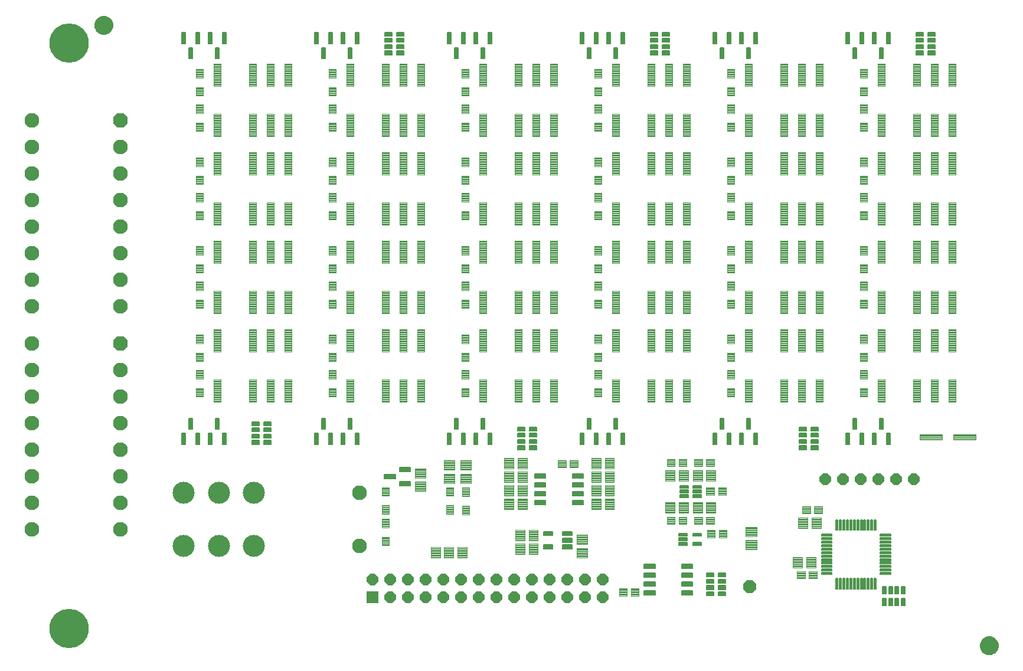
<source format=gts>
G75*
%MOIN*%
%OFA0B0*%
%FSLAX25Y25*%
%IPPOS*%
%LPD*%
%AMOC8*
5,1,8,0,0,1.08239X$1,22.5*
%
%ADD10C,0.13198*%
%ADD11OC8,0.06506*%
%ADD12R,0.06506X0.06506*%
%ADD13OC8,0.08277*%
%ADD14C,0.08277*%
%ADD15C,0.00454*%
%ADD16C,0.00504*%
%ADD17C,0.00504*%
%ADD18C,0.00457*%
%ADD19C,0.00580*%
%ADD20C,0.12411*%
%ADD21C,0.00594*%
%ADD22C,0.00514*%
%ADD23C,0.00468*%
%ADD24C,0.00500*%
%ADD25OC8,0.07096*%
%ADD26C,0.22254*%
D10*
X0137995Y0087673D03*
X0137995Y0418382D03*
D11*
X0565188Y0171770D03*
X0575188Y0171770D03*
X0585188Y0171770D03*
X0595188Y0171770D03*
X0605188Y0171770D03*
X0615188Y0171770D03*
X0439333Y0115232D03*
X0429333Y0115232D03*
X0419333Y0115232D03*
X0409333Y0115232D03*
X0399333Y0115232D03*
X0389333Y0115232D03*
X0379333Y0115232D03*
X0369333Y0115232D03*
X0359333Y0115232D03*
X0349333Y0115232D03*
X0339333Y0115232D03*
X0329333Y0115232D03*
X0319333Y0115232D03*
X0309333Y0115232D03*
X0319333Y0105232D03*
X0329333Y0105232D03*
X0339333Y0105232D03*
X0349333Y0105232D03*
X0359333Y0105232D03*
X0369333Y0105232D03*
X0379333Y0105232D03*
X0389333Y0105232D03*
X0399333Y0105232D03*
X0409333Y0105232D03*
X0419333Y0105232D03*
X0429333Y0105232D03*
X0439333Y0105232D03*
D12*
X0309333Y0105232D03*
D13*
X0166932Y0248441D03*
X0166932Y0374425D03*
D14*
X0166932Y0359425D03*
X0166932Y0344425D03*
X0166932Y0329425D03*
X0166932Y0314425D03*
X0166932Y0299425D03*
X0166932Y0284425D03*
X0166932Y0269425D03*
X0116932Y0269425D03*
X0116932Y0284425D03*
X0116932Y0299425D03*
X0116932Y0314425D03*
X0116932Y0329425D03*
X0116932Y0344425D03*
X0116932Y0359425D03*
X0116932Y0374425D03*
X0116932Y0248441D03*
X0116932Y0233441D03*
X0116932Y0218441D03*
X0116932Y0203441D03*
X0116932Y0188441D03*
X0116932Y0173441D03*
X0116932Y0158441D03*
X0116932Y0143441D03*
X0166932Y0143441D03*
X0166932Y0158441D03*
X0166932Y0173441D03*
X0166932Y0188441D03*
X0166932Y0203441D03*
X0166932Y0218441D03*
X0166932Y0233441D03*
X0302044Y0164152D03*
X0302044Y0134388D03*
D15*
X0318729Y0134467D02*
X0318729Y0139337D01*
X0318729Y0134467D02*
X0314647Y0134467D01*
X0314647Y0139337D01*
X0318729Y0139337D01*
X0318729Y0134920D02*
X0314647Y0134920D01*
X0314647Y0135373D02*
X0318729Y0135373D01*
X0318729Y0135826D02*
X0314647Y0135826D01*
X0314647Y0136279D02*
X0318729Y0136279D01*
X0318729Y0136732D02*
X0314647Y0136732D01*
X0314647Y0137185D02*
X0318729Y0137185D01*
X0318729Y0137638D02*
X0314647Y0137638D01*
X0314647Y0138091D02*
X0318729Y0138091D01*
X0318729Y0138544D02*
X0314647Y0138544D01*
X0314647Y0138997D02*
X0318729Y0138997D01*
X0318729Y0144703D02*
X0318729Y0149573D01*
X0318729Y0144703D02*
X0314647Y0144703D01*
X0314647Y0149573D01*
X0318729Y0149573D01*
X0318729Y0145156D02*
X0314647Y0145156D01*
X0314647Y0145609D02*
X0318729Y0145609D01*
X0318729Y0146062D02*
X0314647Y0146062D01*
X0314647Y0146515D02*
X0318729Y0146515D01*
X0318729Y0146968D02*
X0314647Y0146968D01*
X0314647Y0147421D02*
X0318729Y0147421D01*
X0318729Y0147874D02*
X0314647Y0147874D01*
X0314647Y0148327D02*
X0318729Y0148327D01*
X0318729Y0148780D02*
X0314647Y0148780D01*
X0314647Y0149233D02*
X0318729Y0149233D01*
X0314647Y0152217D02*
X0314647Y0157087D01*
X0318729Y0157087D01*
X0318729Y0152217D01*
X0314647Y0152217D01*
X0314647Y0152670D02*
X0318729Y0152670D01*
X0318729Y0153123D02*
X0314647Y0153123D01*
X0314647Y0153576D02*
X0318729Y0153576D01*
X0318729Y0154029D02*
X0314647Y0154029D01*
X0314647Y0154482D02*
X0318729Y0154482D01*
X0318729Y0154935D02*
X0314647Y0154935D01*
X0314647Y0155388D02*
X0318729Y0155388D01*
X0318729Y0155841D02*
X0314647Y0155841D01*
X0314647Y0156294D02*
X0318729Y0156294D01*
X0318729Y0156747D02*
X0314647Y0156747D01*
X0314647Y0162453D02*
X0314647Y0167323D01*
X0318729Y0167323D01*
X0318729Y0162453D01*
X0314647Y0162453D01*
X0314647Y0162906D02*
X0318729Y0162906D01*
X0318729Y0163359D02*
X0314647Y0163359D01*
X0314647Y0163812D02*
X0318729Y0163812D01*
X0318729Y0164265D02*
X0314647Y0164265D01*
X0314647Y0164718D02*
X0318729Y0164718D01*
X0318729Y0165171D02*
X0314647Y0165171D01*
X0314647Y0165624D02*
X0318729Y0165624D01*
X0318729Y0166077D02*
X0314647Y0166077D01*
X0314647Y0166530D02*
X0318729Y0166530D01*
X0318729Y0166983D02*
X0314647Y0166983D01*
X0354979Y0167323D02*
X0354979Y0162453D01*
X0350897Y0162453D01*
X0350897Y0167323D01*
X0354979Y0167323D01*
X0354979Y0162906D02*
X0350897Y0162906D01*
X0350897Y0163359D02*
X0354979Y0163359D01*
X0354979Y0163812D02*
X0350897Y0163812D01*
X0350897Y0164265D02*
X0354979Y0164265D01*
X0354979Y0164718D02*
X0350897Y0164718D01*
X0350897Y0165171D02*
X0354979Y0165171D01*
X0354979Y0165624D02*
X0350897Y0165624D01*
X0350897Y0166077D02*
X0354979Y0166077D01*
X0354979Y0166530D02*
X0350897Y0166530D01*
X0350897Y0166983D02*
X0354979Y0166983D01*
X0363979Y0167073D02*
X0363979Y0162203D01*
X0359897Y0162203D01*
X0359897Y0167073D01*
X0363979Y0167073D01*
X0363979Y0162656D02*
X0359897Y0162656D01*
X0359897Y0163109D02*
X0363979Y0163109D01*
X0363979Y0163562D02*
X0359897Y0163562D01*
X0359897Y0164015D02*
X0363979Y0164015D01*
X0363979Y0164468D02*
X0359897Y0164468D01*
X0359897Y0164921D02*
X0363979Y0164921D01*
X0363979Y0165374D02*
X0359897Y0165374D01*
X0359897Y0165827D02*
X0363979Y0165827D01*
X0363979Y0166280D02*
X0359897Y0166280D01*
X0359897Y0166733D02*
X0363979Y0166733D01*
X0363979Y0156837D02*
X0363979Y0151967D01*
X0359897Y0151967D01*
X0359897Y0156837D01*
X0363979Y0156837D01*
X0363979Y0152420D02*
X0359897Y0152420D01*
X0359897Y0152873D02*
X0363979Y0152873D01*
X0363979Y0153326D02*
X0359897Y0153326D01*
X0359897Y0153779D02*
X0363979Y0153779D01*
X0363979Y0154232D02*
X0359897Y0154232D01*
X0359897Y0154685D02*
X0363979Y0154685D01*
X0363979Y0155138D02*
X0359897Y0155138D01*
X0359897Y0155591D02*
X0363979Y0155591D01*
X0363979Y0156044D02*
X0359897Y0156044D01*
X0359897Y0156497D02*
X0363979Y0156497D01*
X0354979Y0157087D02*
X0354979Y0152217D01*
X0350897Y0152217D01*
X0350897Y0157087D01*
X0354979Y0157087D01*
X0354979Y0152670D02*
X0350897Y0152670D01*
X0350897Y0153123D02*
X0354979Y0153123D01*
X0354979Y0153576D02*
X0350897Y0153576D01*
X0350897Y0154029D02*
X0354979Y0154029D01*
X0354979Y0154482D02*
X0350897Y0154482D01*
X0350897Y0154935D02*
X0354979Y0154935D01*
X0354979Y0155388D02*
X0350897Y0155388D01*
X0350897Y0155841D02*
X0354979Y0155841D01*
X0354979Y0156294D02*
X0350897Y0156294D01*
X0350897Y0156747D02*
X0354979Y0156747D01*
X0414103Y0182561D02*
X0418579Y0182561D01*
X0418579Y0178479D01*
X0414103Y0178479D01*
X0414103Y0182561D01*
X0414103Y0178932D02*
X0418579Y0178932D01*
X0418579Y0179385D02*
X0414103Y0179385D01*
X0414103Y0179838D02*
X0418579Y0179838D01*
X0418579Y0180291D02*
X0414103Y0180291D01*
X0414103Y0180744D02*
X0418579Y0180744D01*
X0418579Y0181197D02*
X0414103Y0181197D01*
X0414103Y0181650D02*
X0418579Y0181650D01*
X0418579Y0182103D02*
X0414103Y0182103D01*
X0414103Y0182556D02*
X0418579Y0182556D01*
X0420796Y0182561D02*
X0425272Y0182561D01*
X0425272Y0178479D01*
X0420796Y0178479D01*
X0420796Y0182561D01*
X0420796Y0178932D02*
X0425272Y0178932D01*
X0425272Y0179385D02*
X0420796Y0179385D01*
X0420796Y0179838D02*
X0425272Y0179838D01*
X0425272Y0180291D02*
X0420796Y0180291D01*
X0420796Y0180744D02*
X0425272Y0180744D01*
X0425272Y0181197D02*
X0420796Y0181197D01*
X0420796Y0181650D02*
X0425272Y0181650D01*
X0425272Y0182103D02*
X0420796Y0182103D01*
X0420796Y0182556D02*
X0425272Y0182556D01*
X0438729Y0218467D02*
X0438729Y0223337D01*
X0438729Y0218467D02*
X0434647Y0218467D01*
X0434647Y0223337D01*
X0438729Y0223337D01*
X0438729Y0218920D02*
X0434647Y0218920D01*
X0434647Y0219373D02*
X0438729Y0219373D01*
X0438729Y0219826D02*
X0434647Y0219826D01*
X0434647Y0220279D02*
X0438729Y0220279D01*
X0438729Y0220732D02*
X0434647Y0220732D01*
X0434647Y0221185D02*
X0438729Y0221185D01*
X0438729Y0221638D02*
X0434647Y0221638D01*
X0434647Y0222091D02*
X0438729Y0222091D01*
X0438729Y0222544D02*
X0434647Y0222544D01*
X0434647Y0222997D02*
X0438729Y0222997D01*
X0448729Y0228061D02*
X0448729Y0215475D01*
X0444647Y0215475D01*
X0444647Y0228061D01*
X0448729Y0228061D01*
X0448729Y0215928D02*
X0444647Y0215928D01*
X0444647Y0216381D02*
X0448729Y0216381D01*
X0448729Y0216834D02*
X0444647Y0216834D01*
X0444647Y0217287D02*
X0448729Y0217287D01*
X0448729Y0217740D02*
X0444647Y0217740D01*
X0444647Y0218193D02*
X0448729Y0218193D01*
X0448729Y0218646D02*
X0444647Y0218646D01*
X0444647Y0219099D02*
X0448729Y0219099D01*
X0448729Y0219552D02*
X0444647Y0219552D01*
X0444647Y0220005D02*
X0448729Y0220005D01*
X0448729Y0220458D02*
X0444647Y0220458D01*
X0444647Y0220911D02*
X0448729Y0220911D01*
X0448729Y0221364D02*
X0444647Y0221364D01*
X0444647Y0221817D02*
X0448729Y0221817D01*
X0448729Y0222270D02*
X0444647Y0222270D01*
X0444647Y0222723D02*
X0448729Y0222723D01*
X0448729Y0223176D02*
X0444647Y0223176D01*
X0444647Y0223629D02*
X0448729Y0223629D01*
X0448729Y0224082D02*
X0444647Y0224082D01*
X0444647Y0224535D02*
X0448729Y0224535D01*
X0448729Y0224988D02*
X0444647Y0224988D01*
X0444647Y0225441D02*
X0448729Y0225441D01*
X0448729Y0225894D02*
X0444647Y0225894D01*
X0444647Y0226347D02*
X0448729Y0226347D01*
X0448729Y0226800D02*
X0444647Y0226800D01*
X0444647Y0227253D02*
X0448729Y0227253D01*
X0448729Y0227706D02*
X0444647Y0227706D01*
X0438729Y0228703D02*
X0438729Y0233573D01*
X0438729Y0228703D02*
X0434647Y0228703D01*
X0434647Y0233573D01*
X0438729Y0233573D01*
X0438729Y0229156D02*
X0434647Y0229156D01*
X0434647Y0229609D02*
X0438729Y0229609D01*
X0438729Y0230062D02*
X0434647Y0230062D01*
X0434647Y0230515D02*
X0438729Y0230515D01*
X0438729Y0230968D02*
X0434647Y0230968D01*
X0434647Y0231421D02*
X0438729Y0231421D01*
X0438729Y0231874D02*
X0434647Y0231874D01*
X0434647Y0232327D02*
X0438729Y0232327D01*
X0438729Y0232780D02*
X0434647Y0232780D01*
X0434647Y0233233D02*
X0438729Y0233233D01*
X0434647Y0238467D02*
X0434647Y0243337D01*
X0438729Y0243337D01*
X0438729Y0238467D01*
X0434647Y0238467D01*
X0434647Y0238920D02*
X0438729Y0238920D01*
X0438729Y0239373D02*
X0434647Y0239373D01*
X0434647Y0239826D02*
X0438729Y0239826D01*
X0438729Y0240279D02*
X0434647Y0240279D01*
X0434647Y0240732D02*
X0438729Y0240732D01*
X0438729Y0241185D02*
X0434647Y0241185D01*
X0434647Y0241638D02*
X0438729Y0241638D01*
X0438729Y0242091D02*
X0434647Y0242091D01*
X0434647Y0242544D02*
X0438729Y0242544D01*
X0438729Y0242997D02*
X0434647Y0242997D01*
X0434647Y0248703D02*
X0434647Y0253573D01*
X0438729Y0253573D01*
X0438729Y0248703D01*
X0434647Y0248703D01*
X0434647Y0249156D02*
X0438729Y0249156D01*
X0438729Y0249609D02*
X0434647Y0249609D01*
X0434647Y0250062D02*
X0438729Y0250062D01*
X0438729Y0250515D02*
X0434647Y0250515D01*
X0434647Y0250968D02*
X0438729Y0250968D01*
X0438729Y0251421D02*
X0434647Y0251421D01*
X0434647Y0251874D02*
X0438729Y0251874D01*
X0438729Y0252327D02*
X0434647Y0252327D01*
X0434647Y0252780D02*
X0438729Y0252780D01*
X0438729Y0253233D02*
X0434647Y0253233D01*
X0448729Y0256565D02*
X0448729Y0243979D01*
X0444647Y0243979D01*
X0444647Y0256565D01*
X0448729Y0256565D01*
X0448729Y0244432D02*
X0444647Y0244432D01*
X0444647Y0244885D02*
X0448729Y0244885D01*
X0448729Y0245338D02*
X0444647Y0245338D01*
X0444647Y0245791D02*
X0448729Y0245791D01*
X0448729Y0246244D02*
X0444647Y0246244D01*
X0444647Y0246697D02*
X0448729Y0246697D01*
X0448729Y0247150D02*
X0444647Y0247150D01*
X0444647Y0247603D02*
X0448729Y0247603D01*
X0448729Y0248056D02*
X0444647Y0248056D01*
X0444647Y0248509D02*
X0448729Y0248509D01*
X0448729Y0248962D02*
X0444647Y0248962D01*
X0444647Y0249415D02*
X0448729Y0249415D01*
X0448729Y0249868D02*
X0444647Y0249868D01*
X0444647Y0250321D02*
X0448729Y0250321D01*
X0448729Y0250774D02*
X0444647Y0250774D01*
X0444647Y0251227D02*
X0448729Y0251227D01*
X0448729Y0251680D02*
X0444647Y0251680D01*
X0444647Y0252133D02*
X0448729Y0252133D01*
X0448729Y0252586D02*
X0444647Y0252586D01*
X0444647Y0253039D02*
X0448729Y0253039D01*
X0448729Y0253492D02*
X0444647Y0253492D01*
X0444647Y0253945D02*
X0448729Y0253945D01*
X0448729Y0254398D02*
X0444647Y0254398D01*
X0444647Y0254851D02*
X0448729Y0254851D01*
X0448729Y0255304D02*
X0444647Y0255304D01*
X0444647Y0255757D02*
X0448729Y0255757D01*
X0448729Y0256210D02*
X0444647Y0256210D01*
X0448729Y0265475D02*
X0448729Y0278061D01*
X0448729Y0265475D02*
X0444647Y0265475D01*
X0444647Y0278061D01*
X0448729Y0278061D01*
X0448729Y0265928D02*
X0444647Y0265928D01*
X0444647Y0266381D02*
X0448729Y0266381D01*
X0448729Y0266834D02*
X0444647Y0266834D01*
X0444647Y0267287D02*
X0448729Y0267287D01*
X0448729Y0267740D02*
X0444647Y0267740D01*
X0444647Y0268193D02*
X0448729Y0268193D01*
X0448729Y0268646D02*
X0444647Y0268646D01*
X0444647Y0269099D02*
X0448729Y0269099D01*
X0448729Y0269552D02*
X0444647Y0269552D01*
X0444647Y0270005D02*
X0448729Y0270005D01*
X0448729Y0270458D02*
X0444647Y0270458D01*
X0444647Y0270911D02*
X0448729Y0270911D01*
X0448729Y0271364D02*
X0444647Y0271364D01*
X0444647Y0271817D02*
X0448729Y0271817D01*
X0448729Y0272270D02*
X0444647Y0272270D01*
X0444647Y0272723D02*
X0448729Y0272723D01*
X0448729Y0273176D02*
X0444647Y0273176D01*
X0444647Y0273629D02*
X0448729Y0273629D01*
X0448729Y0274082D02*
X0444647Y0274082D01*
X0444647Y0274535D02*
X0448729Y0274535D01*
X0448729Y0274988D02*
X0444647Y0274988D01*
X0444647Y0275441D02*
X0448729Y0275441D01*
X0448729Y0275894D02*
X0444647Y0275894D01*
X0444647Y0276347D02*
X0448729Y0276347D01*
X0448729Y0276800D02*
X0444647Y0276800D01*
X0444647Y0277253D02*
X0448729Y0277253D01*
X0448729Y0277706D02*
X0444647Y0277706D01*
X0438729Y0278703D02*
X0438729Y0283573D01*
X0438729Y0278703D02*
X0434647Y0278703D01*
X0434647Y0283573D01*
X0438729Y0283573D01*
X0438729Y0279156D02*
X0434647Y0279156D01*
X0434647Y0279609D02*
X0438729Y0279609D01*
X0438729Y0280062D02*
X0434647Y0280062D01*
X0434647Y0280515D02*
X0438729Y0280515D01*
X0438729Y0280968D02*
X0434647Y0280968D01*
X0434647Y0281421D02*
X0438729Y0281421D01*
X0438729Y0281874D02*
X0434647Y0281874D01*
X0434647Y0282327D02*
X0438729Y0282327D01*
X0438729Y0282780D02*
X0434647Y0282780D01*
X0434647Y0283233D02*
X0438729Y0283233D01*
X0434647Y0288467D02*
X0434647Y0293337D01*
X0438729Y0293337D01*
X0438729Y0288467D01*
X0434647Y0288467D01*
X0434647Y0288920D02*
X0438729Y0288920D01*
X0438729Y0289373D02*
X0434647Y0289373D01*
X0434647Y0289826D02*
X0438729Y0289826D01*
X0438729Y0290279D02*
X0434647Y0290279D01*
X0434647Y0290732D02*
X0438729Y0290732D01*
X0438729Y0291185D02*
X0434647Y0291185D01*
X0434647Y0291638D02*
X0438729Y0291638D01*
X0438729Y0292091D02*
X0434647Y0292091D01*
X0434647Y0292544D02*
X0438729Y0292544D01*
X0438729Y0292997D02*
X0434647Y0292997D01*
X0434647Y0298703D02*
X0434647Y0303573D01*
X0438729Y0303573D01*
X0438729Y0298703D01*
X0434647Y0298703D01*
X0434647Y0299156D02*
X0438729Y0299156D01*
X0438729Y0299609D02*
X0434647Y0299609D01*
X0434647Y0300062D02*
X0438729Y0300062D01*
X0438729Y0300515D02*
X0434647Y0300515D01*
X0434647Y0300968D02*
X0438729Y0300968D01*
X0438729Y0301421D02*
X0434647Y0301421D01*
X0434647Y0301874D02*
X0438729Y0301874D01*
X0438729Y0302327D02*
X0434647Y0302327D01*
X0434647Y0302780D02*
X0438729Y0302780D01*
X0438729Y0303233D02*
X0434647Y0303233D01*
X0448729Y0306565D02*
X0448729Y0293979D01*
X0444647Y0293979D01*
X0444647Y0306565D01*
X0448729Y0306565D01*
X0448729Y0294432D02*
X0444647Y0294432D01*
X0444647Y0294885D02*
X0448729Y0294885D01*
X0448729Y0295338D02*
X0444647Y0295338D01*
X0444647Y0295791D02*
X0448729Y0295791D01*
X0448729Y0296244D02*
X0444647Y0296244D01*
X0444647Y0296697D02*
X0448729Y0296697D01*
X0448729Y0297150D02*
X0444647Y0297150D01*
X0444647Y0297603D02*
X0448729Y0297603D01*
X0448729Y0298056D02*
X0444647Y0298056D01*
X0444647Y0298509D02*
X0448729Y0298509D01*
X0448729Y0298962D02*
X0444647Y0298962D01*
X0444647Y0299415D02*
X0448729Y0299415D01*
X0448729Y0299868D02*
X0444647Y0299868D01*
X0444647Y0300321D02*
X0448729Y0300321D01*
X0448729Y0300774D02*
X0444647Y0300774D01*
X0444647Y0301227D02*
X0448729Y0301227D01*
X0448729Y0301680D02*
X0444647Y0301680D01*
X0444647Y0302133D02*
X0448729Y0302133D01*
X0448729Y0302586D02*
X0444647Y0302586D01*
X0444647Y0303039D02*
X0448729Y0303039D01*
X0448729Y0303492D02*
X0444647Y0303492D01*
X0444647Y0303945D02*
X0448729Y0303945D01*
X0448729Y0304398D02*
X0444647Y0304398D01*
X0444647Y0304851D02*
X0448729Y0304851D01*
X0448729Y0305304D02*
X0444647Y0305304D01*
X0444647Y0305757D02*
X0448729Y0305757D01*
X0448729Y0306210D02*
X0444647Y0306210D01*
X0468729Y0306565D02*
X0468729Y0293979D01*
X0464647Y0293979D01*
X0464647Y0306565D01*
X0468729Y0306565D01*
X0468729Y0294432D02*
X0464647Y0294432D01*
X0464647Y0294885D02*
X0468729Y0294885D01*
X0468729Y0295338D02*
X0464647Y0295338D01*
X0464647Y0295791D02*
X0468729Y0295791D01*
X0468729Y0296244D02*
X0464647Y0296244D01*
X0464647Y0296697D02*
X0468729Y0296697D01*
X0468729Y0297150D02*
X0464647Y0297150D01*
X0464647Y0297603D02*
X0468729Y0297603D01*
X0468729Y0298056D02*
X0464647Y0298056D01*
X0464647Y0298509D02*
X0468729Y0298509D01*
X0468729Y0298962D02*
X0464647Y0298962D01*
X0464647Y0299415D02*
X0468729Y0299415D01*
X0468729Y0299868D02*
X0464647Y0299868D01*
X0464647Y0300321D02*
X0468729Y0300321D01*
X0468729Y0300774D02*
X0464647Y0300774D01*
X0464647Y0301227D02*
X0468729Y0301227D01*
X0468729Y0301680D02*
X0464647Y0301680D01*
X0464647Y0302133D02*
X0468729Y0302133D01*
X0468729Y0302586D02*
X0464647Y0302586D01*
X0464647Y0303039D02*
X0468729Y0303039D01*
X0468729Y0303492D02*
X0464647Y0303492D01*
X0464647Y0303945D02*
X0468729Y0303945D01*
X0468729Y0304398D02*
X0464647Y0304398D01*
X0464647Y0304851D02*
X0468729Y0304851D01*
X0468729Y0305304D02*
X0464647Y0305304D01*
X0464647Y0305757D02*
X0468729Y0305757D01*
X0468729Y0306210D02*
X0464647Y0306210D01*
X0478729Y0306565D02*
X0478729Y0293979D01*
X0474647Y0293979D01*
X0474647Y0306565D01*
X0478729Y0306565D01*
X0478729Y0294432D02*
X0474647Y0294432D01*
X0474647Y0294885D02*
X0478729Y0294885D01*
X0478729Y0295338D02*
X0474647Y0295338D01*
X0474647Y0295791D02*
X0478729Y0295791D01*
X0478729Y0296244D02*
X0474647Y0296244D01*
X0474647Y0296697D02*
X0478729Y0296697D01*
X0478729Y0297150D02*
X0474647Y0297150D01*
X0474647Y0297603D02*
X0478729Y0297603D01*
X0478729Y0298056D02*
X0474647Y0298056D01*
X0474647Y0298509D02*
X0478729Y0298509D01*
X0478729Y0298962D02*
X0474647Y0298962D01*
X0474647Y0299415D02*
X0478729Y0299415D01*
X0478729Y0299868D02*
X0474647Y0299868D01*
X0474647Y0300321D02*
X0478729Y0300321D01*
X0478729Y0300774D02*
X0474647Y0300774D01*
X0474647Y0301227D02*
X0478729Y0301227D01*
X0478729Y0301680D02*
X0474647Y0301680D01*
X0474647Y0302133D02*
X0478729Y0302133D01*
X0478729Y0302586D02*
X0474647Y0302586D01*
X0474647Y0303039D02*
X0478729Y0303039D01*
X0478729Y0303492D02*
X0474647Y0303492D01*
X0474647Y0303945D02*
X0478729Y0303945D01*
X0478729Y0304398D02*
X0474647Y0304398D01*
X0474647Y0304851D02*
X0478729Y0304851D01*
X0478729Y0305304D02*
X0474647Y0305304D01*
X0474647Y0305757D02*
X0478729Y0305757D01*
X0478729Y0306210D02*
X0474647Y0306210D01*
X0488729Y0306565D02*
X0488729Y0293979D01*
X0484647Y0293979D01*
X0484647Y0306565D01*
X0488729Y0306565D01*
X0488729Y0294432D02*
X0484647Y0294432D01*
X0484647Y0294885D02*
X0488729Y0294885D01*
X0488729Y0295338D02*
X0484647Y0295338D01*
X0484647Y0295791D02*
X0488729Y0295791D01*
X0488729Y0296244D02*
X0484647Y0296244D01*
X0484647Y0296697D02*
X0488729Y0296697D01*
X0488729Y0297150D02*
X0484647Y0297150D01*
X0484647Y0297603D02*
X0488729Y0297603D01*
X0488729Y0298056D02*
X0484647Y0298056D01*
X0484647Y0298509D02*
X0488729Y0298509D01*
X0488729Y0298962D02*
X0484647Y0298962D01*
X0484647Y0299415D02*
X0488729Y0299415D01*
X0488729Y0299868D02*
X0484647Y0299868D01*
X0484647Y0300321D02*
X0488729Y0300321D01*
X0488729Y0300774D02*
X0484647Y0300774D01*
X0484647Y0301227D02*
X0488729Y0301227D01*
X0488729Y0301680D02*
X0484647Y0301680D01*
X0484647Y0302133D02*
X0488729Y0302133D01*
X0488729Y0302586D02*
X0484647Y0302586D01*
X0484647Y0303039D02*
X0488729Y0303039D01*
X0488729Y0303492D02*
X0484647Y0303492D01*
X0484647Y0303945D02*
X0488729Y0303945D01*
X0488729Y0304398D02*
X0484647Y0304398D01*
X0484647Y0304851D02*
X0488729Y0304851D01*
X0488729Y0305304D02*
X0484647Y0305304D01*
X0484647Y0305757D02*
X0488729Y0305757D01*
X0488729Y0306210D02*
X0484647Y0306210D01*
X0488729Y0315475D02*
X0488729Y0328061D01*
X0488729Y0315475D02*
X0484647Y0315475D01*
X0484647Y0328061D01*
X0488729Y0328061D01*
X0488729Y0315928D02*
X0484647Y0315928D01*
X0484647Y0316381D02*
X0488729Y0316381D01*
X0488729Y0316834D02*
X0484647Y0316834D01*
X0484647Y0317287D02*
X0488729Y0317287D01*
X0488729Y0317740D02*
X0484647Y0317740D01*
X0484647Y0318193D02*
X0488729Y0318193D01*
X0488729Y0318646D02*
X0484647Y0318646D01*
X0484647Y0319099D02*
X0488729Y0319099D01*
X0488729Y0319552D02*
X0484647Y0319552D01*
X0484647Y0320005D02*
X0488729Y0320005D01*
X0488729Y0320458D02*
X0484647Y0320458D01*
X0484647Y0320911D02*
X0488729Y0320911D01*
X0488729Y0321364D02*
X0484647Y0321364D01*
X0484647Y0321817D02*
X0488729Y0321817D01*
X0488729Y0322270D02*
X0484647Y0322270D01*
X0484647Y0322723D02*
X0488729Y0322723D01*
X0488729Y0323176D02*
X0484647Y0323176D01*
X0484647Y0323629D02*
X0488729Y0323629D01*
X0488729Y0324082D02*
X0484647Y0324082D01*
X0484647Y0324535D02*
X0488729Y0324535D01*
X0488729Y0324988D02*
X0484647Y0324988D01*
X0484647Y0325441D02*
X0488729Y0325441D01*
X0488729Y0325894D02*
X0484647Y0325894D01*
X0484647Y0326347D02*
X0488729Y0326347D01*
X0488729Y0326800D02*
X0484647Y0326800D01*
X0484647Y0327253D02*
X0488729Y0327253D01*
X0488729Y0327706D02*
X0484647Y0327706D01*
X0478729Y0328061D02*
X0478729Y0315475D01*
X0474647Y0315475D01*
X0474647Y0328061D01*
X0478729Y0328061D01*
X0478729Y0315928D02*
X0474647Y0315928D01*
X0474647Y0316381D02*
X0478729Y0316381D01*
X0478729Y0316834D02*
X0474647Y0316834D01*
X0474647Y0317287D02*
X0478729Y0317287D01*
X0478729Y0317740D02*
X0474647Y0317740D01*
X0474647Y0318193D02*
X0478729Y0318193D01*
X0478729Y0318646D02*
X0474647Y0318646D01*
X0474647Y0319099D02*
X0478729Y0319099D01*
X0478729Y0319552D02*
X0474647Y0319552D01*
X0474647Y0320005D02*
X0478729Y0320005D01*
X0478729Y0320458D02*
X0474647Y0320458D01*
X0474647Y0320911D02*
X0478729Y0320911D01*
X0478729Y0321364D02*
X0474647Y0321364D01*
X0474647Y0321817D02*
X0478729Y0321817D01*
X0478729Y0322270D02*
X0474647Y0322270D01*
X0474647Y0322723D02*
X0478729Y0322723D01*
X0478729Y0323176D02*
X0474647Y0323176D01*
X0474647Y0323629D02*
X0478729Y0323629D01*
X0478729Y0324082D02*
X0474647Y0324082D01*
X0474647Y0324535D02*
X0478729Y0324535D01*
X0478729Y0324988D02*
X0474647Y0324988D01*
X0474647Y0325441D02*
X0478729Y0325441D01*
X0478729Y0325894D02*
X0474647Y0325894D01*
X0474647Y0326347D02*
X0478729Y0326347D01*
X0478729Y0326800D02*
X0474647Y0326800D01*
X0474647Y0327253D02*
X0478729Y0327253D01*
X0478729Y0327706D02*
X0474647Y0327706D01*
X0468729Y0328061D02*
X0468729Y0315475D01*
X0464647Y0315475D01*
X0464647Y0328061D01*
X0468729Y0328061D01*
X0468729Y0315928D02*
X0464647Y0315928D01*
X0464647Y0316381D02*
X0468729Y0316381D01*
X0468729Y0316834D02*
X0464647Y0316834D01*
X0464647Y0317287D02*
X0468729Y0317287D01*
X0468729Y0317740D02*
X0464647Y0317740D01*
X0464647Y0318193D02*
X0468729Y0318193D01*
X0468729Y0318646D02*
X0464647Y0318646D01*
X0464647Y0319099D02*
X0468729Y0319099D01*
X0468729Y0319552D02*
X0464647Y0319552D01*
X0464647Y0320005D02*
X0468729Y0320005D01*
X0468729Y0320458D02*
X0464647Y0320458D01*
X0464647Y0320911D02*
X0468729Y0320911D01*
X0468729Y0321364D02*
X0464647Y0321364D01*
X0464647Y0321817D02*
X0468729Y0321817D01*
X0468729Y0322270D02*
X0464647Y0322270D01*
X0464647Y0322723D02*
X0468729Y0322723D01*
X0468729Y0323176D02*
X0464647Y0323176D01*
X0464647Y0323629D02*
X0468729Y0323629D01*
X0468729Y0324082D02*
X0464647Y0324082D01*
X0464647Y0324535D02*
X0468729Y0324535D01*
X0468729Y0324988D02*
X0464647Y0324988D01*
X0464647Y0325441D02*
X0468729Y0325441D01*
X0468729Y0325894D02*
X0464647Y0325894D01*
X0464647Y0326347D02*
X0468729Y0326347D01*
X0468729Y0326800D02*
X0464647Y0326800D01*
X0464647Y0327253D02*
X0468729Y0327253D01*
X0468729Y0327706D02*
X0464647Y0327706D01*
X0448729Y0328061D02*
X0448729Y0315475D01*
X0444647Y0315475D01*
X0444647Y0328061D01*
X0448729Y0328061D01*
X0448729Y0315928D02*
X0444647Y0315928D01*
X0444647Y0316381D02*
X0448729Y0316381D01*
X0448729Y0316834D02*
X0444647Y0316834D01*
X0444647Y0317287D02*
X0448729Y0317287D01*
X0448729Y0317740D02*
X0444647Y0317740D01*
X0444647Y0318193D02*
X0448729Y0318193D01*
X0448729Y0318646D02*
X0444647Y0318646D01*
X0444647Y0319099D02*
X0448729Y0319099D01*
X0448729Y0319552D02*
X0444647Y0319552D01*
X0444647Y0320005D02*
X0448729Y0320005D01*
X0448729Y0320458D02*
X0444647Y0320458D01*
X0444647Y0320911D02*
X0448729Y0320911D01*
X0448729Y0321364D02*
X0444647Y0321364D01*
X0444647Y0321817D02*
X0448729Y0321817D01*
X0448729Y0322270D02*
X0444647Y0322270D01*
X0444647Y0322723D02*
X0448729Y0322723D01*
X0448729Y0323176D02*
X0444647Y0323176D01*
X0444647Y0323629D02*
X0448729Y0323629D01*
X0448729Y0324082D02*
X0444647Y0324082D01*
X0444647Y0324535D02*
X0448729Y0324535D01*
X0448729Y0324988D02*
X0444647Y0324988D01*
X0444647Y0325441D02*
X0448729Y0325441D01*
X0448729Y0325894D02*
X0444647Y0325894D01*
X0444647Y0326347D02*
X0448729Y0326347D01*
X0448729Y0326800D02*
X0444647Y0326800D01*
X0444647Y0327253D02*
X0448729Y0327253D01*
X0448729Y0327706D02*
X0444647Y0327706D01*
X0438729Y0328703D02*
X0438729Y0333573D01*
X0438729Y0328703D02*
X0434647Y0328703D01*
X0434647Y0333573D01*
X0438729Y0333573D01*
X0438729Y0329156D02*
X0434647Y0329156D01*
X0434647Y0329609D02*
X0438729Y0329609D01*
X0438729Y0330062D02*
X0434647Y0330062D01*
X0434647Y0330515D02*
X0438729Y0330515D01*
X0438729Y0330968D02*
X0434647Y0330968D01*
X0434647Y0331421D02*
X0438729Y0331421D01*
X0438729Y0331874D02*
X0434647Y0331874D01*
X0434647Y0332327D02*
X0438729Y0332327D01*
X0438729Y0332780D02*
X0434647Y0332780D01*
X0434647Y0333233D02*
X0438729Y0333233D01*
X0434647Y0338467D02*
X0434647Y0343337D01*
X0438729Y0343337D01*
X0438729Y0338467D01*
X0434647Y0338467D01*
X0434647Y0338920D02*
X0438729Y0338920D01*
X0438729Y0339373D02*
X0434647Y0339373D01*
X0434647Y0339826D02*
X0438729Y0339826D01*
X0438729Y0340279D02*
X0434647Y0340279D01*
X0434647Y0340732D02*
X0438729Y0340732D01*
X0438729Y0341185D02*
X0434647Y0341185D01*
X0434647Y0341638D02*
X0438729Y0341638D01*
X0438729Y0342091D02*
X0434647Y0342091D01*
X0434647Y0342544D02*
X0438729Y0342544D01*
X0438729Y0342997D02*
X0434647Y0342997D01*
X0434647Y0348703D02*
X0434647Y0353573D01*
X0438729Y0353573D01*
X0438729Y0348703D01*
X0434647Y0348703D01*
X0434647Y0349156D02*
X0438729Y0349156D01*
X0438729Y0349609D02*
X0434647Y0349609D01*
X0434647Y0350062D02*
X0438729Y0350062D01*
X0438729Y0350515D02*
X0434647Y0350515D01*
X0434647Y0350968D02*
X0438729Y0350968D01*
X0438729Y0351421D02*
X0434647Y0351421D01*
X0434647Y0351874D02*
X0438729Y0351874D01*
X0438729Y0352327D02*
X0434647Y0352327D01*
X0434647Y0352780D02*
X0438729Y0352780D01*
X0438729Y0353233D02*
X0434647Y0353233D01*
X0448729Y0356565D02*
X0448729Y0343979D01*
X0444647Y0343979D01*
X0444647Y0356565D01*
X0448729Y0356565D01*
X0448729Y0344432D02*
X0444647Y0344432D01*
X0444647Y0344885D02*
X0448729Y0344885D01*
X0448729Y0345338D02*
X0444647Y0345338D01*
X0444647Y0345791D02*
X0448729Y0345791D01*
X0448729Y0346244D02*
X0444647Y0346244D01*
X0444647Y0346697D02*
X0448729Y0346697D01*
X0448729Y0347150D02*
X0444647Y0347150D01*
X0444647Y0347603D02*
X0448729Y0347603D01*
X0448729Y0348056D02*
X0444647Y0348056D01*
X0444647Y0348509D02*
X0448729Y0348509D01*
X0448729Y0348962D02*
X0444647Y0348962D01*
X0444647Y0349415D02*
X0448729Y0349415D01*
X0448729Y0349868D02*
X0444647Y0349868D01*
X0444647Y0350321D02*
X0448729Y0350321D01*
X0448729Y0350774D02*
X0444647Y0350774D01*
X0444647Y0351227D02*
X0448729Y0351227D01*
X0448729Y0351680D02*
X0444647Y0351680D01*
X0444647Y0352133D02*
X0448729Y0352133D01*
X0448729Y0352586D02*
X0444647Y0352586D01*
X0444647Y0353039D02*
X0448729Y0353039D01*
X0448729Y0353492D02*
X0444647Y0353492D01*
X0444647Y0353945D02*
X0448729Y0353945D01*
X0448729Y0354398D02*
X0444647Y0354398D01*
X0444647Y0354851D02*
X0448729Y0354851D01*
X0448729Y0355304D02*
X0444647Y0355304D01*
X0444647Y0355757D02*
X0448729Y0355757D01*
X0448729Y0356210D02*
X0444647Y0356210D01*
X0448729Y0365475D02*
X0448729Y0378061D01*
X0448729Y0365475D02*
X0444647Y0365475D01*
X0444647Y0378061D01*
X0448729Y0378061D01*
X0448729Y0365928D02*
X0444647Y0365928D01*
X0444647Y0366381D02*
X0448729Y0366381D01*
X0448729Y0366834D02*
X0444647Y0366834D01*
X0444647Y0367287D02*
X0448729Y0367287D01*
X0448729Y0367740D02*
X0444647Y0367740D01*
X0444647Y0368193D02*
X0448729Y0368193D01*
X0448729Y0368646D02*
X0444647Y0368646D01*
X0444647Y0369099D02*
X0448729Y0369099D01*
X0448729Y0369552D02*
X0444647Y0369552D01*
X0444647Y0370005D02*
X0448729Y0370005D01*
X0448729Y0370458D02*
X0444647Y0370458D01*
X0444647Y0370911D02*
X0448729Y0370911D01*
X0448729Y0371364D02*
X0444647Y0371364D01*
X0444647Y0371817D02*
X0448729Y0371817D01*
X0448729Y0372270D02*
X0444647Y0372270D01*
X0444647Y0372723D02*
X0448729Y0372723D01*
X0448729Y0373176D02*
X0444647Y0373176D01*
X0444647Y0373629D02*
X0448729Y0373629D01*
X0448729Y0374082D02*
X0444647Y0374082D01*
X0444647Y0374535D02*
X0448729Y0374535D01*
X0448729Y0374988D02*
X0444647Y0374988D01*
X0444647Y0375441D02*
X0448729Y0375441D01*
X0448729Y0375894D02*
X0444647Y0375894D01*
X0444647Y0376347D02*
X0448729Y0376347D01*
X0448729Y0376800D02*
X0444647Y0376800D01*
X0444647Y0377253D02*
X0448729Y0377253D01*
X0448729Y0377706D02*
X0444647Y0377706D01*
X0438729Y0378703D02*
X0438729Y0383573D01*
X0438729Y0378703D02*
X0434647Y0378703D01*
X0434647Y0383573D01*
X0438729Y0383573D01*
X0438729Y0379156D02*
X0434647Y0379156D01*
X0434647Y0379609D02*
X0438729Y0379609D01*
X0438729Y0380062D02*
X0434647Y0380062D01*
X0434647Y0380515D02*
X0438729Y0380515D01*
X0438729Y0380968D02*
X0434647Y0380968D01*
X0434647Y0381421D02*
X0438729Y0381421D01*
X0438729Y0381874D02*
X0434647Y0381874D01*
X0434647Y0382327D02*
X0438729Y0382327D01*
X0438729Y0382780D02*
X0434647Y0382780D01*
X0434647Y0383233D02*
X0438729Y0383233D01*
X0434647Y0388467D02*
X0434647Y0393337D01*
X0438729Y0393337D01*
X0438729Y0388467D01*
X0434647Y0388467D01*
X0434647Y0388920D02*
X0438729Y0388920D01*
X0438729Y0389373D02*
X0434647Y0389373D01*
X0434647Y0389826D02*
X0438729Y0389826D01*
X0438729Y0390279D02*
X0434647Y0390279D01*
X0434647Y0390732D02*
X0438729Y0390732D01*
X0438729Y0391185D02*
X0434647Y0391185D01*
X0434647Y0391638D02*
X0438729Y0391638D01*
X0438729Y0392091D02*
X0434647Y0392091D01*
X0434647Y0392544D02*
X0438729Y0392544D01*
X0438729Y0392997D02*
X0434647Y0392997D01*
X0434647Y0398703D02*
X0434647Y0403573D01*
X0438729Y0403573D01*
X0438729Y0398703D01*
X0434647Y0398703D01*
X0434647Y0399156D02*
X0438729Y0399156D01*
X0438729Y0399609D02*
X0434647Y0399609D01*
X0434647Y0400062D02*
X0438729Y0400062D01*
X0438729Y0400515D02*
X0434647Y0400515D01*
X0434647Y0400968D02*
X0438729Y0400968D01*
X0438729Y0401421D02*
X0434647Y0401421D01*
X0434647Y0401874D02*
X0438729Y0401874D01*
X0438729Y0402327D02*
X0434647Y0402327D01*
X0434647Y0402780D02*
X0438729Y0402780D01*
X0438729Y0403233D02*
X0434647Y0403233D01*
X0448729Y0406565D02*
X0448729Y0393979D01*
X0444647Y0393979D01*
X0444647Y0406565D01*
X0448729Y0406565D01*
X0448729Y0394432D02*
X0444647Y0394432D01*
X0444647Y0394885D02*
X0448729Y0394885D01*
X0448729Y0395338D02*
X0444647Y0395338D01*
X0444647Y0395791D02*
X0448729Y0395791D01*
X0448729Y0396244D02*
X0444647Y0396244D01*
X0444647Y0396697D02*
X0448729Y0396697D01*
X0448729Y0397150D02*
X0444647Y0397150D01*
X0444647Y0397603D02*
X0448729Y0397603D01*
X0448729Y0398056D02*
X0444647Y0398056D01*
X0444647Y0398509D02*
X0448729Y0398509D01*
X0448729Y0398962D02*
X0444647Y0398962D01*
X0444647Y0399415D02*
X0448729Y0399415D01*
X0448729Y0399868D02*
X0444647Y0399868D01*
X0444647Y0400321D02*
X0448729Y0400321D01*
X0448729Y0400774D02*
X0444647Y0400774D01*
X0444647Y0401227D02*
X0448729Y0401227D01*
X0448729Y0401680D02*
X0444647Y0401680D01*
X0444647Y0402133D02*
X0448729Y0402133D01*
X0448729Y0402586D02*
X0444647Y0402586D01*
X0444647Y0403039D02*
X0448729Y0403039D01*
X0448729Y0403492D02*
X0444647Y0403492D01*
X0444647Y0403945D02*
X0448729Y0403945D01*
X0448729Y0404398D02*
X0444647Y0404398D01*
X0444647Y0404851D02*
X0448729Y0404851D01*
X0448729Y0405304D02*
X0444647Y0405304D01*
X0444647Y0405757D02*
X0448729Y0405757D01*
X0448729Y0406210D02*
X0444647Y0406210D01*
X0468729Y0406565D02*
X0468729Y0393979D01*
X0464647Y0393979D01*
X0464647Y0406565D01*
X0468729Y0406565D01*
X0468729Y0394432D02*
X0464647Y0394432D01*
X0464647Y0394885D02*
X0468729Y0394885D01*
X0468729Y0395338D02*
X0464647Y0395338D01*
X0464647Y0395791D02*
X0468729Y0395791D01*
X0468729Y0396244D02*
X0464647Y0396244D01*
X0464647Y0396697D02*
X0468729Y0396697D01*
X0468729Y0397150D02*
X0464647Y0397150D01*
X0464647Y0397603D02*
X0468729Y0397603D01*
X0468729Y0398056D02*
X0464647Y0398056D01*
X0464647Y0398509D02*
X0468729Y0398509D01*
X0468729Y0398962D02*
X0464647Y0398962D01*
X0464647Y0399415D02*
X0468729Y0399415D01*
X0468729Y0399868D02*
X0464647Y0399868D01*
X0464647Y0400321D02*
X0468729Y0400321D01*
X0468729Y0400774D02*
X0464647Y0400774D01*
X0464647Y0401227D02*
X0468729Y0401227D01*
X0468729Y0401680D02*
X0464647Y0401680D01*
X0464647Y0402133D02*
X0468729Y0402133D01*
X0468729Y0402586D02*
X0464647Y0402586D01*
X0464647Y0403039D02*
X0468729Y0403039D01*
X0468729Y0403492D02*
X0464647Y0403492D01*
X0464647Y0403945D02*
X0468729Y0403945D01*
X0468729Y0404398D02*
X0464647Y0404398D01*
X0464647Y0404851D02*
X0468729Y0404851D01*
X0468729Y0405304D02*
X0464647Y0405304D01*
X0464647Y0405757D02*
X0468729Y0405757D01*
X0468729Y0406210D02*
X0464647Y0406210D01*
X0478729Y0406565D02*
X0478729Y0393979D01*
X0474647Y0393979D01*
X0474647Y0406565D01*
X0478729Y0406565D01*
X0478729Y0394432D02*
X0474647Y0394432D01*
X0474647Y0394885D02*
X0478729Y0394885D01*
X0478729Y0395338D02*
X0474647Y0395338D01*
X0474647Y0395791D02*
X0478729Y0395791D01*
X0478729Y0396244D02*
X0474647Y0396244D01*
X0474647Y0396697D02*
X0478729Y0396697D01*
X0478729Y0397150D02*
X0474647Y0397150D01*
X0474647Y0397603D02*
X0478729Y0397603D01*
X0478729Y0398056D02*
X0474647Y0398056D01*
X0474647Y0398509D02*
X0478729Y0398509D01*
X0478729Y0398962D02*
X0474647Y0398962D01*
X0474647Y0399415D02*
X0478729Y0399415D01*
X0478729Y0399868D02*
X0474647Y0399868D01*
X0474647Y0400321D02*
X0478729Y0400321D01*
X0478729Y0400774D02*
X0474647Y0400774D01*
X0474647Y0401227D02*
X0478729Y0401227D01*
X0478729Y0401680D02*
X0474647Y0401680D01*
X0474647Y0402133D02*
X0478729Y0402133D01*
X0478729Y0402586D02*
X0474647Y0402586D01*
X0474647Y0403039D02*
X0478729Y0403039D01*
X0478729Y0403492D02*
X0474647Y0403492D01*
X0474647Y0403945D02*
X0478729Y0403945D01*
X0478729Y0404398D02*
X0474647Y0404398D01*
X0474647Y0404851D02*
X0478729Y0404851D01*
X0478729Y0405304D02*
X0474647Y0405304D01*
X0474647Y0405757D02*
X0478729Y0405757D01*
X0478729Y0406210D02*
X0474647Y0406210D01*
X0488729Y0406565D02*
X0488729Y0393979D01*
X0484647Y0393979D01*
X0484647Y0406565D01*
X0488729Y0406565D01*
X0488729Y0394432D02*
X0484647Y0394432D01*
X0484647Y0394885D02*
X0488729Y0394885D01*
X0488729Y0395338D02*
X0484647Y0395338D01*
X0484647Y0395791D02*
X0488729Y0395791D01*
X0488729Y0396244D02*
X0484647Y0396244D01*
X0484647Y0396697D02*
X0488729Y0396697D01*
X0488729Y0397150D02*
X0484647Y0397150D01*
X0484647Y0397603D02*
X0488729Y0397603D01*
X0488729Y0398056D02*
X0484647Y0398056D01*
X0484647Y0398509D02*
X0488729Y0398509D01*
X0488729Y0398962D02*
X0484647Y0398962D01*
X0484647Y0399415D02*
X0488729Y0399415D01*
X0488729Y0399868D02*
X0484647Y0399868D01*
X0484647Y0400321D02*
X0488729Y0400321D01*
X0488729Y0400774D02*
X0484647Y0400774D01*
X0484647Y0401227D02*
X0488729Y0401227D01*
X0488729Y0401680D02*
X0484647Y0401680D01*
X0484647Y0402133D02*
X0488729Y0402133D01*
X0488729Y0402586D02*
X0484647Y0402586D01*
X0484647Y0403039D02*
X0488729Y0403039D01*
X0488729Y0403492D02*
X0484647Y0403492D01*
X0484647Y0403945D02*
X0488729Y0403945D01*
X0488729Y0404398D02*
X0484647Y0404398D01*
X0484647Y0404851D02*
X0488729Y0404851D01*
X0488729Y0405304D02*
X0484647Y0405304D01*
X0484647Y0405757D02*
X0488729Y0405757D01*
X0488729Y0406210D02*
X0484647Y0406210D01*
X0509647Y0403573D02*
X0509647Y0398703D01*
X0509647Y0403573D02*
X0513729Y0403573D01*
X0513729Y0398703D01*
X0509647Y0398703D01*
X0509647Y0399156D02*
X0513729Y0399156D01*
X0513729Y0399609D02*
X0509647Y0399609D01*
X0509647Y0400062D02*
X0513729Y0400062D01*
X0513729Y0400515D02*
X0509647Y0400515D01*
X0509647Y0400968D02*
X0513729Y0400968D01*
X0513729Y0401421D02*
X0509647Y0401421D01*
X0509647Y0401874D02*
X0513729Y0401874D01*
X0513729Y0402327D02*
X0509647Y0402327D01*
X0509647Y0402780D02*
X0513729Y0402780D01*
X0513729Y0403233D02*
X0509647Y0403233D01*
X0523729Y0406565D02*
X0523729Y0393979D01*
X0519647Y0393979D01*
X0519647Y0406565D01*
X0523729Y0406565D01*
X0523729Y0394432D02*
X0519647Y0394432D01*
X0519647Y0394885D02*
X0523729Y0394885D01*
X0523729Y0395338D02*
X0519647Y0395338D01*
X0519647Y0395791D02*
X0523729Y0395791D01*
X0523729Y0396244D02*
X0519647Y0396244D01*
X0519647Y0396697D02*
X0523729Y0396697D01*
X0523729Y0397150D02*
X0519647Y0397150D01*
X0519647Y0397603D02*
X0523729Y0397603D01*
X0523729Y0398056D02*
X0519647Y0398056D01*
X0519647Y0398509D02*
X0523729Y0398509D01*
X0523729Y0398962D02*
X0519647Y0398962D01*
X0519647Y0399415D02*
X0523729Y0399415D01*
X0523729Y0399868D02*
X0519647Y0399868D01*
X0519647Y0400321D02*
X0523729Y0400321D01*
X0523729Y0400774D02*
X0519647Y0400774D01*
X0519647Y0401227D02*
X0523729Y0401227D01*
X0523729Y0401680D02*
X0519647Y0401680D01*
X0519647Y0402133D02*
X0523729Y0402133D01*
X0523729Y0402586D02*
X0519647Y0402586D01*
X0519647Y0403039D02*
X0523729Y0403039D01*
X0523729Y0403492D02*
X0519647Y0403492D01*
X0519647Y0403945D02*
X0523729Y0403945D01*
X0523729Y0404398D02*
X0519647Y0404398D01*
X0519647Y0404851D02*
X0523729Y0404851D01*
X0523729Y0405304D02*
X0519647Y0405304D01*
X0519647Y0405757D02*
X0523729Y0405757D01*
X0523729Y0406210D02*
X0519647Y0406210D01*
X0509647Y0393337D02*
X0509647Y0388467D01*
X0509647Y0393337D02*
X0513729Y0393337D01*
X0513729Y0388467D01*
X0509647Y0388467D01*
X0509647Y0388920D02*
X0513729Y0388920D01*
X0513729Y0389373D02*
X0509647Y0389373D01*
X0509647Y0389826D02*
X0513729Y0389826D01*
X0513729Y0390279D02*
X0509647Y0390279D01*
X0509647Y0390732D02*
X0513729Y0390732D01*
X0513729Y0391185D02*
X0509647Y0391185D01*
X0509647Y0391638D02*
X0513729Y0391638D01*
X0513729Y0392091D02*
X0509647Y0392091D01*
X0509647Y0392544D02*
X0513729Y0392544D01*
X0513729Y0392997D02*
X0509647Y0392997D01*
X0513729Y0383573D02*
X0513729Y0378703D01*
X0509647Y0378703D01*
X0509647Y0383573D01*
X0513729Y0383573D01*
X0513729Y0379156D02*
X0509647Y0379156D01*
X0509647Y0379609D02*
X0513729Y0379609D01*
X0513729Y0380062D02*
X0509647Y0380062D01*
X0509647Y0380515D02*
X0513729Y0380515D01*
X0513729Y0380968D02*
X0509647Y0380968D01*
X0509647Y0381421D02*
X0513729Y0381421D01*
X0513729Y0381874D02*
X0509647Y0381874D01*
X0509647Y0382327D02*
X0513729Y0382327D01*
X0513729Y0382780D02*
X0509647Y0382780D01*
X0509647Y0383233D02*
X0513729Y0383233D01*
X0513729Y0373337D02*
X0513729Y0368467D01*
X0509647Y0368467D01*
X0509647Y0373337D01*
X0513729Y0373337D01*
X0513729Y0368920D02*
X0509647Y0368920D01*
X0509647Y0369373D02*
X0513729Y0369373D01*
X0513729Y0369826D02*
X0509647Y0369826D01*
X0509647Y0370279D02*
X0513729Y0370279D01*
X0513729Y0370732D02*
X0509647Y0370732D01*
X0509647Y0371185D02*
X0513729Y0371185D01*
X0513729Y0371638D02*
X0509647Y0371638D01*
X0509647Y0372091D02*
X0513729Y0372091D01*
X0513729Y0372544D02*
X0509647Y0372544D01*
X0509647Y0372997D02*
X0513729Y0372997D01*
X0523729Y0378061D02*
X0523729Y0365475D01*
X0519647Y0365475D01*
X0519647Y0378061D01*
X0523729Y0378061D01*
X0523729Y0365928D02*
X0519647Y0365928D01*
X0519647Y0366381D02*
X0523729Y0366381D01*
X0523729Y0366834D02*
X0519647Y0366834D01*
X0519647Y0367287D02*
X0523729Y0367287D01*
X0523729Y0367740D02*
X0519647Y0367740D01*
X0519647Y0368193D02*
X0523729Y0368193D01*
X0523729Y0368646D02*
X0519647Y0368646D01*
X0519647Y0369099D02*
X0523729Y0369099D01*
X0523729Y0369552D02*
X0519647Y0369552D01*
X0519647Y0370005D02*
X0523729Y0370005D01*
X0523729Y0370458D02*
X0519647Y0370458D01*
X0519647Y0370911D02*
X0523729Y0370911D01*
X0523729Y0371364D02*
X0519647Y0371364D01*
X0519647Y0371817D02*
X0523729Y0371817D01*
X0523729Y0372270D02*
X0519647Y0372270D01*
X0519647Y0372723D02*
X0523729Y0372723D01*
X0523729Y0373176D02*
X0519647Y0373176D01*
X0519647Y0373629D02*
X0523729Y0373629D01*
X0523729Y0374082D02*
X0519647Y0374082D01*
X0519647Y0374535D02*
X0523729Y0374535D01*
X0523729Y0374988D02*
X0519647Y0374988D01*
X0519647Y0375441D02*
X0523729Y0375441D01*
X0523729Y0375894D02*
X0519647Y0375894D01*
X0519647Y0376347D02*
X0523729Y0376347D01*
X0523729Y0376800D02*
X0519647Y0376800D01*
X0519647Y0377253D02*
X0523729Y0377253D01*
X0523729Y0377706D02*
X0519647Y0377706D01*
X0543729Y0378061D02*
X0543729Y0365475D01*
X0539647Y0365475D01*
X0539647Y0378061D01*
X0543729Y0378061D01*
X0543729Y0365928D02*
X0539647Y0365928D01*
X0539647Y0366381D02*
X0543729Y0366381D01*
X0543729Y0366834D02*
X0539647Y0366834D01*
X0539647Y0367287D02*
X0543729Y0367287D01*
X0543729Y0367740D02*
X0539647Y0367740D01*
X0539647Y0368193D02*
X0543729Y0368193D01*
X0543729Y0368646D02*
X0539647Y0368646D01*
X0539647Y0369099D02*
X0543729Y0369099D01*
X0543729Y0369552D02*
X0539647Y0369552D01*
X0539647Y0370005D02*
X0543729Y0370005D01*
X0543729Y0370458D02*
X0539647Y0370458D01*
X0539647Y0370911D02*
X0543729Y0370911D01*
X0543729Y0371364D02*
X0539647Y0371364D01*
X0539647Y0371817D02*
X0543729Y0371817D01*
X0543729Y0372270D02*
X0539647Y0372270D01*
X0539647Y0372723D02*
X0543729Y0372723D01*
X0543729Y0373176D02*
X0539647Y0373176D01*
X0539647Y0373629D02*
X0543729Y0373629D01*
X0543729Y0374082D02*
X0539647Y0374082D01*
X0539647Y0374535D02*
X0543729Y0374535D01*
X0543729Y0374988D02*
X0539647Y0374988D01*
X0539647Y0375441D02*
X0543729Y0375441D01*
X0543729Y0375894D02*
X0539647Y0375894D01*
X0539647Y0376347D02*
X0543729Y0376347D01*
X0543729Y0376800D02*
X0539647Y0376800D01*
X0539647Y0377253D02*
X0543729Y0377253D01*
X0543729Y0377706D02*
X0539647Y0377706D01*
X0553729Y0378061D02*
X0553729Y0365475D01*
X0549647Y0365475D01*
X0549647Y0378061D01*
X0553729Y0378061D01*
X0553729Y0365928D02*
X0549647Y0365928D01*
X0549647Y0366381D02*
X0553729Y0366381D01*
X0553729Y0366834D02*
X0549647Y0366834D01*
X0549647Y0367287D02*
X0553729Y0367287D01*
X0553729Y0367740D02*
X0549647Y0367740D01*
X0549647Y0368193D02*
X0553729Y0368193D01*
X0553729Y0368646D02*
X0549647Y0368646D01*
X0549647Y0369099D02*
X0553729Y0369099D01*
X0553729Y0369552D02*
X0549647Y0369552D01*
X0549647Y0370005D02*
X0553729Y0370005D01*
X0553729Y0370458D02*
X0549647Y0370458D01*
X0549647Y0370911D02*
X0553729Y0370911D01*
X0553729Y0371364D02*
X0549647Y0371364D01*
X0549647Y0371817D02*
X0553729Y0371817D01*
X0553729Y0372270D02*
X0549647Y0372270D01*
X0549647Y0372723D02*
X0553729Y0372723D01*
X0553729Y0373176D02*
X0549647Y0373176D01*
X0549647Y0373629D02*
X0553729Y0373629D01*
X0553729Y0374082D02*
X0549647Y0374082D01*
X0549647Y0374535D02*
X0553729Y0374535D01*
X0553729Y0374988D02*
X0549647Y0374988D01*
X0549647Y0375441D02*
X0553729Y0375441D01*
X0553729Y0375894D02*
X0549647Y0375894D01*
X0549647Y0376347D02*
X0553729Y0376347D01*
X0553729Y0376800D02*
X0549647Y0376800D01*
X0549647Y0377253D02*
X0553729Y0377253D01*
X0553729Y0377706D02*
X0549647Y0377706D01*
X0563729Y0378061D02*
X0563729Y0365475D01*
X0559647Y0365475D01*
X0559647Y0378061D01*
X0563729Y0378061D01*
X0563729Y0365928D02*
X0559647Y0365928D01*
X0559647Y0366381D02*
X0563729Y0366381D01*
X0563729Y0366834D02*
X0559647Y0366834D01*
X0559647Y0367287D02*
X0563729Y0367287D01*
X0563729Y0367740D02*
X0559647Y0367740D01*
X0559647Y0368193D02*
X0563729Y0368193D01*
X0563729Y0368646D02*
X0559647Y0368646D01*
X0559647Y0369099D02*
X0563729Y0369099D01*
X0563729Y0369552D02*
X0559647Y0369552D01*
X0559647Y0370005D02*
X0563729Y0370005D01*
X0563729Y0370458D02*
X0559647Y0370458D01*
X0559647Y0370911D02*
X0563729Y0370911D01*
X0563729Y0371364D02*
X0559647Y0371364D01*
X0559647Y0371817D02*
X0563729Y0371817D01*
X0563729Y0372270D02*
X0559647Y0372270D01*
X0559647Y0372723D02*
X0563729Y0372723D01*
X0563729Y0373176D02*
X0559647Y0373176D01*
X0559647Y0373629D02*
X0563729Y0373629D01*
X0563729Y0374082D02*
X0559647Y0374082D01*
X0559647Y0374535D02*
X0563729Y0374535D01*
X0563729Y0374988D02*
X0559647Y0374988D01*
X0559647Y0375441D02*
X0563729Y0375441D01*
X0563729Y0375894D02*
X0559647Y0375894D01*
X0559647Y0376347D02*
X0563729Y0376347D01*
X0563729Y0376800D02*
X0559647Y0376800D01*
X0559647Y0377253D02*
X0563729Y0377253D01*
X0563729Y0377706D02*
X0559647Y0377706D01*
X0588729Y0378703D02*
X0588729Y0383573D01*
X0588729Y0378703D02*
X0584647Y0378703D01*
X0584647Y0383573D01*
X0588729Y0383573D01*
X0588729Y0379156D02*
X0584647Y0379156D01*
X0584647Y0379609D02*
X0588729Y0379609D01*
X0588729Y0380062D02*
X0584647Y0380062D01*
X0584647Y0380515D02*
X0588729Y0380515D01*
X0588729Y0380968D02*
X0584647Y0380968D01*
X0584647Y0381421D02*
X0588729Y0381421D01*
X0588729Y0381874D02*
X0584647Y0381874D01*
X0584647Y0382327D02*
X0588729Y0382327D01*
X0588729Y0382780D02*
X0584647Y0382780D01*
X0584647Y0383233D02*
X0588729Y0383233D01*
X0584647Y0388467D02*
X0584647Y0393337D01*
X0588729Y0393337D01*
X0588729Y0388467D01*
X0584647Y0388467D01*
X0584647Y0388920D02*
X0588729Y0388920D01*
X0588729Y0389373D02*
X0584647Y0389373D01*
X0584647Y0389826D02*
X0588729Y0389826D01*
X0588729Y0390279D02*
X0584647Y0390279D01*
X0584647Y0390732D02*
X0588729Y0390732D01*
X0588729Y0391185D02*
X0584647Y0391185D01*
X0584647Y0391638D02*
X0588729Y0391638D01*
X0588729Y0392091D02*
X0584647Y0392091D01*
X0584647Y0392544D02*
X0588729Y0392544D01*
X0588729Y0392997D02*
X0584647Y0392997D01*
X0584647Y0398703D02*
X0584647Y0403573D01*
X0588729Y0403573D01*
X0588729Y0398703D01*
X0584647Y0398703D01*
X0584647Y0399156D02*
X0588729Y0399156D01*
X0588729Y0399609D02*
X0584647Y0399609D01*
X0584647Y0400062D02*
X0588729Y0400062D01*
X0588729Y0400515D02*
X0584647Y0400515D01*
X0584647Y0400968D02*
X0588729Y0400968D01*
X0588729Y0401421D02*
X0584647Y0401421D01*
X0584647Y0401874D02*
X0588729Y0401874D01*
X0588729Y0402327D02*
X0584647Y0402327D01*
X0584647Y0402780D02*
X0588729Y0402780D01*
X0588729Y0403233D02*
X0584647Y0403233D01*
X0598729Y0406565D02*
X0598729Y0393979D01*
X0594647Y0393979D01*
X0594647Y0406565D01*
X0598729Y0406565D01*
X0598729Y0394432D02*
X0594647Y0394432D01*
X0594647Y0394885D02*
X0598729Y0394885D01*
X0598729Y0395338D02*
X0594647Y0395338D01*
X0594647Y0395791D02*
X0598729Y0395791D01*
X0598729Y0396244D02*
X0594647Y0396244D01*
X0594647Y0396697D02*
X0598729Y0396697D01*
X0598729Y0397150D02*
X0594647Y0397150D01*
X0594647Y0397603D02*
X0598729Y0397603D01*
X0598729Y0398056D02*
X0594647Y0398056D01*
X0594647Y0398509D02*
X0598729Y0398509D01*
X0598729Y0398962D02*
X0594647Y0398962D01*
X0594647Y0399415D02*
X0598729Y0399415D01*
X0598729Y0399868D02*
X0594647Y0399868D01*
X0594647Y0400321D02*
X0598729Y0400321D01*
X0598729Y0400774D02*
X0594647Y0400774D01*
X0594647Y0401227D02*
X0598729Y0401227D01*
X0598729Y0401680D02*
X0594647Y0401680D01*
X0594647Y0402133D02*
X0598729Y0402133D01*
X0598729Y0402586D02*
X0594647Y0402586D01*
X0594647Y0403039D02*
X0598729Y0403039D01*
X0598729Y0403492D02*
X0594647Y0403492D01*
X0594647Y0403945D02*
X0598729Y0403945D01*
X0598729Y0404398D02*
X0594647Y0404398D01*
X0594647Y0404851D02*
X0598729Y0404851D01*
X0598729Y0405304D02*
X0594647Y0405304D01*
X0594647Y0405757D02*
X0598729Y0405757D01*
X0598729Y0406210D02*
X0594647Y0406210D01*
X0618729Y0406565D02*
X0618729Y0393979D01*
X0614647Y0393979D01*
X0614647Y0406565D01*
X0618729Y0406565D01*
X0618729Y0394432D02*
X0614647Y0394432D01*
X0614647Y0394885D02*
X0618729Y0394885D01*
X0618729Y0395338D02*
X0614647Y0395338D01*
X0614647Y0395791D02*
X0618729Y0395791D01*
X0618729Y0396244D02*
X0614647Y0396244D01*
X0614647Y0396697D02*
X0618729Y0396697D01*
X0618729Y0397150D02*
X0614647Y0397150D01*
X0614647Y0397603D02*
X0618729Y0397603D01*
X0618729Y0398056D02*
X0614647Y0398056D01*
X0614647Y0398509D02*
X0618729Y0398509D01*
X0618729Y0398962D02*
X0614647Y0398962D01*
X0614647Y0399415D02*
X0618729Y0399415D01*
X0618729Y0399868D02*
X0614647Y0399868D01*
X0614647Y0400321D02*
X0618729Y0400321D01*
X0618729Y0400774D02*
X0614647Y0400774D01*
X0614647Y0401227D02*
X0618729Y0401227D01*
X0618729Y0401680D02*
X0614647Y0401680D01*
X0614647Y0402133D02*
X0618729Y0402133D01*
X0618729Y0402586D02*
X0614647Y0402586D01*
X0614647Y0403039D02*
X0618729Y0403039D01*
X0618729Y0403492D02*
X0614647Y0403492D01*
X0614647Y0403945D02*
X0618729Y0403945D01*
X0618729Y0404398D02*
X0614647Y0404398D01*
X0614647Y0404851D02*
X0618729Y0404851D01*
X0618729Y0405304D02*
X0614647Y0405304D01*
X0614647Y0405757D02*
X0618729Y0405757D01*
X0618729Y0406210D02*
X0614647Y0406210D01*
X0628729Y0406565D02*
X0628729Y0393979D01*
X0624647Y0393979D01*
X0624647Y0406565D01*
X0628729Y0406565D01*
X0628729Y0394432D02*
X0624647Y0394432D01*
X0624647Y0394885D02*
X0628729Y0394885D01*
X0628729Y0395338D02*
X0624647Y0395338D01*
X0624647Y0395791D02*
X0628729Y0395791D01*
X0628729Y0396244D02*
X0624647Y0396244D01*
X0624647Y0396697D02*
X0628729Y0396697D01*
X0628729Y0397150D02*
X0624647Y0397150D01*
X0624647Y0397603D02*
X0628729Y0397603D01*
X0628729Y0398056D02*
X0624647Y0398056D01*
X0624647Y0398509D02*
X0628729Y0398509D01*
X0628729Y0398962D02*
X0624647Y0398962D01*
X0624647Y0399415D02*
X0628729Y0399415D01*
X0628729Y0399868D02*
X0624647Y0399868D01*
X0624647Y0400321D02*
X0628729Y0400321D01*
X0628729Y0400774D02*
X0624647Y0400774D01*
X0624647Y0401227D02*
X0628729Y0401227D01*
X0628729Y0401680D02*
X0624647Y0401680D01*
X0624647Y0402133D02*
X0628729Y0402133D01*
X0628729Y0402586D02*
X0624647Y0402586D01*
X0624647Y0403039D02*
X0628729Y0403039D01*
X0628729Y0403492D02*
X0624647Y0403492D01*
X0624647Y0403945D02*
X0628729Y0403945D01*
X0628729Y0404398D02*
X0624647Y0404398D01*
X0624647Y0404851D02*
X0628729Y0404851D01*
X0628729Y0405304D02*
X0624647Y0405304D01*
X0624647Y0405757D02*
X0628729Y0405757D01*
X0628729Y0406210D02*
X0624647Y0406210D01*
X0638729Y0406565D02*
X0638729Y0393979D01*
X0634647Y0393979D01*
X0634647Y0406565D01*
X0638729Y0406565D01*
X0638729Y0394432D02*
X0634647Y0394432D01*
X0634647Y0394885D02*
X0638729Y0394885D01*
X0638729Y0395338D02*
X0634647Y0395338D01*
X0634647Y0395791D02*
X0638729Y0395791D01*
X0638729Y0396244D02*
X0634647Y0396244D01*
X0634647Y0396697D02*
X0638729Y0396697D01*
X0638729Y0397150D02*
X0634647Y0397150D01*
X0634647Y0397603D02*
X0638729Y0397603D01*
X0638729Y0398056D02*
X0634647Y0398056D01*
X0634647Y0398509D02*
X0638729Y0398509D01*
X0638729Y0398962D02*
X0634647Y0398962D01*
X0634647Y0399415D02*
X0638729Y0399415D01*
X0638729Y0399868D02*
X0634647Y0399868D01*
X0634647Y0400321D02*
X0638729Y0400321D01*
X0638729Y0400774D02*
X0634647Y0400774D01*
X0634647Y0401227D02*
X0638729Y0401227D01*
X0638729Y0401680D02*
X0634647Y0401680D01*
X0634647Y0402133D02*
X0638729Y0402133D01*
X0638729Y0402586D02*
X0634647Y0402586D01*
X0634647Y0403039D02*
X0638729Y0403039D01*
X0638729Y0403492D02*
X0634647Y0403492D01*
X0634647Y0403945D02*
X0638729Y0403945D01*
X0638729Y0404398D02*
X0634647Y0404398D01*
X0634647Y0404851D02*
X0638729Y0404851D01*
X0638729Y0405304D02*
X0634647Y0405304D01*
X0634647Y0405757D02*
X0638729Y0405757D01*
X0638729Y0406210D02*
X0634647Y0406210D01*
X0638729Y0378061D02*
X0638729Y0365475D01*
X0634647Y0365475D01*
X0634647Y0378061D01*
X0638729Y0378061D01*
X0638729Y0365928D02*
X0634647Y0365928D01*
X0634647Y0366381D02*
X0638729Y0366381D01*
X0638729Y0366834D02*
X0634647Y0366834D01*
X0634647Y0367287D02*
X0638729Y0367287D01*
X0638729Y0367740D02*
X0634647Y0367740D01*
X0634647Y0368193D02*
X0638729Y0368193D01*
X0638729Y0368646D02*
X0634647Y0368646D01*
X0634647Y0369099D02*
X0638729Y0369099D01*
X0638729Y0369552D02*
X0634647Y0369552D01*
X0634647Y0370005D02*
X0638729Y0370005D01*
X0638729Y0370458D02*
X0634647Y0370458D01*
X0634647Y0370911D02*
X0638729Y0370911D01*
X0638729Y0371364D02*
X0634647Y0371364D01*
X0634647Y0371817D02*
X0638729Y0371817D01*
X0638729Y0372270D02*
X0634647Y0372270D01*
X0634647Y0372723D02*
X0638729Y0372723D01*
X0638729Y0373176D02*
X0634647Y0373176D01*
X0634647Y0373629D02*
X0638729Y0373629D01*
X0638729Y0374082D02*
X0634647Y0374082D01*
X0634647Y0374535D02*
X0638729Y0374535D01*
X0638729Y0374988D02*
X0634647Y0374988D01*
X0634647Y0375441D02*
X0638729Y0375441D01*
X0638729Y0375894D02*
X0634647Y0375894D01*
X0634647Y0376347D02*
X0638729Y0376347D01*
X0638729Y0376800D02*
X0634647Y0376800D01*
X0634647Y0377253D02*
X0638729Y0377253D01*
X0638729Y0377706D02*
X0634647Y0377706D01*
X0628729Y0378061D02*
X0628729Y0365475D01*
X0624647Y0365475D01*
X0624647Y0378061D01*
X0628729Y0378061D01*
X0628729Y0365928D02*
X0624647Y0365928D01*
X0624647Y0366381D02*
X0628729Y0366381D01*
X0628729Y0366834D02*
X0624647Y0366834D01*
X0624647Y0367287D02*
X0628729Y0367287D01*
X0628729Y0367740D02*
X0624647Y0367740D01*
X0624647Y0368193D02*
X0628729Y0368193D01*
X0628729Y0368646D02*
X0624647Y0368646D01*
X0624647Y0369099D02*
X0628729Y0369099D01*
X0628729Y0369552D02*
X0624647Y0369552D01*
X0624647Y0370005D02*
X0628729Y0370005D01*
X0628729Y0370458D02*
X0624647Y0370458D01*
X0624647Y0370911D02*
X0628729Y0370911D01*
X0628729Y0371364D02*
X0624647Y0371364D01*
X0624647Y0371817D02*
X0628729Y0371817D01*
X0628729Y0372270D02*
X0624647Y0372270D01*
X0624647Y0372723D02*
X0628729Y0372723D01*
X0628729Y0373176D02*
X0624647Y0373176D01*
X0624647Y0373629D02*
X0628729Y0373629D01*
X0628729Y0374082D02*
X0624647Y0374082D01*
X0624647Y0374535D02*
X0628729Y0374535D01*
X0628729Y0374988D02*
X0624647Y0374988D01*
X0624647Y0375441D02*
X0628729Y0375441D01*
X0628729Y0375894D02*
X0624647Y0375894D01*
X0624647Y0376347D02*
X0628729Y0376347D01*
X0628729Y0376800D02*
X0624647Y0376800D01*
X0624647Y0377253D02*
X0628729Y0377253D01*
X0628729Y0377706D02*
X0624647Y0377706D01*
X0618729Y0378061D02*
X0618729Y0365475D01*
X0614647Y0365475D01*
X0614647Y0378061D01*
X0618729Y0378061D01*
X0618729Y0365928D02*
X0614647Y0365928D01*
X0614647Y0366381D02*
X0618729Y0366381D01*
X0618729Y0366834D02*
X0614647Y0366834D01*
X0614647Y0367287D02*
X0618729Y0367287D01*
X0618729Y0367740D02*
X0614647Y0367740D01*
X0614647Y0368193D02*
X0618729Y0368193D01*
X0618729Y0368646D02*
X0614647Y0368646D01*
X0614647Y0369099D02*
X0618729Y0369099D01*
X0618729Y0369552D02*
X0614647Y0369552D01*
X0614647Y0370005D02*
X0618729Y0370005D01*
X0618729Y0370458D02*
X0614647Y0370458D01*
X0614647Y0370911D02*
X0618729Y0370911D01*
X0618729Y0371364D02*
X0614647Y0371364D01*
X0614647Y0371817D02*
X0618729Y0371817D01*
X0618729Y0372270D02*
X0614647Y0372270D01*
X0614647Y0372723D02*
X0618729Y0372723D01*
X0618729Y0373176D02*
X0614647Y0373176D01*
X0614647Y0373629D02*
X0618729Y0373629D01*
X0618729Y0374082D02*
X0614647Y0374082D01*
X0614647Y0374535D02*
X0618729Y0374535D01*
X0618729Y0374988D02*
X0614647Y0374988D01*
X0614647Y0375441D02*
X0618729Y0375441D01*
X0618729Y0375894D02*
X0614647Y0375894D01*
X0614647Y0376347D02*
X0618729Y0376347D01*
X0618729Y0376800D02*
X0614647Y0376800D01*
X0614647Y0377253D02*
X0618729Y0377253D01*
X0618729Y0377706D02*
X0614647Y0377706D01*
X0598729Y0378061D02*
X0598729Y0365475D01*
X0594647Y0365475D01*
X0594647Y0378061D01*
X0598729Y0378061D01*
X0598729Y0365928D02*
X0594647Y0365928D01*
X0594647Y0366381D02*
X0598729Y0366381D01*
X0598729Y0366834D02*
X0594647Y0366834D01*
X0594647Y0367287D02*
X0598729Y0367287D01*
X0598729Y0367740D02*
X0594647Y0367740D01*
X0594647Y0368193D02*
X0598729Y0368193D01*
X0598729Y0368646D02*
X0594647Y0368646D01*
X0594647Y0369099D02*
X0598729Y0369099D01*
X0598729Y0369552D02*
X0594647Y0369552D01*
X0594647Y0370005D02*
X0598729Y0370005D01*
X0598729Y0370458D02*
X0594647Y0370458D01*
X0594647Y0370911D02*
X0598729Y0370911D01*
X0598729Y0371364D02*
X0594647Y0371364D01*
X0594647Y0371817D02*
X0598729Y0371817D01*
X0598729Y0372270D02*
X0594647Y0372270D01*
X0594647Y0372723D02*
X0598729Y0372723D01*
X0598729Y0373176D02*
X0594647Y0373176D01*
X0594647Y0373629D02*
X0598729Y0373629D01*
X0598729Y0374082D02*
X0594647Y0374082D01*
X0594647Y0374535D02*
X0598729Y0374535D01*
X0598729Y0374988D02*
X0594647Y0374988D01*
X0594647Y0375441D02*
X0598729Y0375441D01*
X0598729Y0375894D02*
X0594647Y0375894D01*
X0594647Y0376347D02*
X0598729Y0376347D01*
X0598729Y0376800D02*
X0594647Y0376800D01*
X0594647Y0377253D02*
X0598729Y0377253D01*
X0598729Y0377706D02*
X0594647Y0377706D01*
X0588729Y0373337D02*
X0588729Y0368467D01*
X0584647Y0368467D01*
X0584647Y0373337D01*
X0588729Y0373337D01*
X0588729Y0368920D02*
X0584647Y0368920D01*
X0584647Y0369373D02*
X0588729Y0369373D01*
X0588729Y0369826D02*
X0584647Y0369826D01*
X0584647Y0370279D02*
X0588729Y0370279D01*
X0588729Y0370732D02*
X0584647Y0370732D01*
X0584647Y0371185D02*
X0588729Y0371185D01*
X0588729Y0371638D02*
X0584647Y0371638D01*
X0584647Y0372091D02*
X0588729Y0372091D01*
X0588729Y0372544D02*
X0584647Y0372544D01*
X0584647Y0372997D02*
X0588729Y0372997D01*
X0584647Y0353573D02*
X0584647Y0348703D01*
X0584647Y0353573D02*
X0588729Y0353573D01*
X0588729Y0348703D01*
X0584647Y0348703D01*
X0584647Y0349156D02*
X0588729Y0349156D01*
X0588729Y0349609D02*
X0584647Y0349609D01*
X0584647Y0350062D02*
X0588729Y0350062D01*
X0588729Y0350515D02*
X0584647Y0350515D01*
X0584647Y0350968D02*
X0588729Y0350968D01*
X0588729Y0351421D02*
X0584647Y0351421D01*
X0584647Y0351874D02*
X0588729Y0351874D01*
X0588729Y0352327D02*
X0584647Y0352327D01*
X0584647Y0352780D02*
X0588729Y0352780D01*
X0588729Y0353233D02*
X0584647Y0353233D01*
X0598729Y0356565D02*
X0598729Y0343979D01*
X0594647Y0343979D01*
X0594647Y0356565D01*
X0598729Y0356565D01*
X0598729Y0344432D02*
X0594647Y0344432D01*
X0594647Y0344885D02*
X0598729Y0344885D01*
X0598729Y0345338D02*
X0594647Y0345338D01*
X0594647Y0345791D02*
X0598729Y0345791D01*
X0598729Y0346244D02*
X0594647Y0346244D01*
X0594647Y0346697D02*
X0598729Y0346697D01*
X0598729Y0347150D02*
X0594647Y0347150D01*
X0594647Y0347603D02*
X0598729Y0347603D01*
X0598729Y0348056D02*
X0594647Y0348056D01*
X0594647Y0348509D02*
X0598729Y0348509D01*
X0598729Y0348962D02*
X0594647Y0348962D01*
X0594647Y0349415D02*
X0598729Y0349415D01*
X0598729Y0349868D02*
X0594647Y0349868D01*
X0594647Y0350321D02*
X0598729Y0350321D01*
X0598729Y0350774D02*
X0594647Y0350774D01*
X0594647Y0351227D02*
X0598729Y0351227D01*
X0598729Y0351680D02*
X0594647Y0351680D01*
X0594647Y0352133D02*
X0598729Y0352133D01*
X0598729Y0352586D02*
X0594647Y0352586D01*
X0594647Y0353039D02*
X0598729Y0353039D01*
X0598729Y0353492D02*
X0594647Y0353492D01*
X0594647Y0353945D02*
X0598729Y0353945D01*
X0598729Y0354398D02*
X0594647Y0354398D01*
X0594647Y0354851D02*
X0598729Y0354851D01*
X0598729Y0355304D02*
X0594647Y0355304D01*
X0594647Y0355757D02*
X0598729Y0355757D01*
X0598729Y0356210D02*
X0594647Y0356210D01*
X0584647Y0343337D02*
X0584647Y0338467D01*
X0584647Y0343337D02*
X0588729Y0343337D01*
X0588729Y0338467D01*
X0584647Y0338467D01*
X0584647Y0338920D02*
X0588729Y0338920D01*
X0588729Y0339373D02*
X0584647Y0339373D01*
X0584647Y0339826D02*
X0588729Y0339826D01*
X0588729Y0340279D02*
X0584647Y0340279D01*
X0584647Y0340732D02*
X0588729Y0340732D01*
X0588729Y0341185D02*
X0584647Y0341185D01*
X0584647Y0341638D02*
X0588729Y0341638D01*
X0588729Y0342091D02*
X0584647Y0342091D01*
X0584647Y0342544D02*
X0588729Y0342544D01*
X0588729Y0342997D02*
X0584647Y0342997D01*
X0588729Y0333573D02*
X0588729Y0328703D01*
X0584647Y0328703D01*
X0584647Y0333573D01*
X0588729Y0333573D01*
X0588729Y0329156D02*
X0584647Y0329156D01*
X0584647Y0329609D02*
X0588729Y0329609D01*
X0588729Y0330062D02*
X0584647Y0330062D01*
X0584647Y0330515D02*
X0588729Y0330515D01*
X0588729Y0330968D02*
X0584647Y0330968D01*
X0584647Y0331421D02*
X0588729Y0331421D01*
X0588729Y0331874D02*
X0584647Y0331874D01*
X0584647Y0332327D02*
X0588729Y0332327D01*
X0588729Y0332780D02*
X0584647Y0332780D01*
X0584647Y0333233D02*
X0588729Y0333233D01*
X0588729Y0323337D02*
X0588729Y0318467D01*
X0584647Y0318467D01*
X0584647Y0323337D01*
X0588729Y0323337D01*
X0588729Y0318920D02*
X0584647Y0318920D01*
X0584647Y0319373D02*
X0588729Y0319373D01*
X0588729Y0319826D02*
X0584647Y0319826D01*
X0584647Y0320279D02*
X0588729Y0320279D01*
X0588729Y0320732D02*
X0584647Y0320732D01*
X0584647Y0321185D02*
X0588729Y0321185D01*
X0588729Y0321638D02*
X0584647Y0321638D01*
X0584647Y0322091D02*
X0588729Y0322091D01*
X0588729Y0322544D02*
X0584647Y0322544D01*
X0584647Y0322997D02*
X0588729Y0322997D01*
X0598729Y0328061D02*
X0598729Y0315475D01*
X0594647Y0315475D01*
X0594647Y0328061D01*
X0598729Y0328061D01*
X0598729Y0315928D02*
X0594647Y0315928D01*
X0594647Y0316381D02*
X0598729Y0316381D01*
X0598729Y0316834D02*
X0594647Y0316834D01*
X0594647Y0317287D02*
X0598729Y0317287D01*
X0598729Y0317740D02*
X0594647Y0317740D01*
X0594647Y0318193D02*
X0598729Y0318193D01*
X0598729Y0318646D02*
X0594647Y0318646D01*
X0594647Y0319099D02*
X0598729Y0319099D01*
X0598729Y0319552D02*
X0594647Y0319552D01*
X0594647Y0320005D02*
X0598729Y0320005D01*
X0598729Y0320458D02*
X0594647Y0320458D01*
X0594647Y0320911D02*
X0598729Y0320911D01*
X0598729Y0321364D02*
X0594647Y0321364D01*
X0594647Y0321817D02*
X0598729Y0321817D01*
X0598729Y0322270D02*
X0594647Y0322270D01*
X0594647Y0322723D02*
X0598729Y0322723D01*
X0598729Y0323176D02*
X0594647Y0323176D01*
X0594647Y0323629D02*
X0598729Y0323629D01*
X0598729Y0324082D02*
X0594647Y0324082D01*
X0594647Y0324535D02*
X0598729Y0324535D01*
X0598729Y0324988D02*
X0594647Y0324988D01*
X0594647Y0325441D02*
X0598729Y0325441D01*
X0598729Y0325894D02*
X0594647Y0325894D01*
X0594647Y0326347D02*
X0598729Y0326347D01*
X0598729Y0326800D02*
X0594647Y0326800D01*
X0594647Y0327253D02*
X0598729Y0327253D01*
X0598729Y0327706D02*
X0594647Y0327706D01*
X0618729Y0328061D02*
X0618729Y0315475D01*
X0614647Y0315475D01*
X0614647Y0328061D01*
X0618729Y0328061D01*
X0618729Y0315928D02*
X0614647Y0315928D01*
X0614647Y0316381D02*
X0618729Y0316381D01*
X0618729Y0316834D02*
X0614647Y0316834D01*
X0614647Y0317287D02*
X0618729Y0317287D01*
X0618729Y0317740D02*
X0614647Y0317740D01*
X0614647Y0318193D02*
X0618729Y0318193D01*
X0618729Y0318646D02*
X0614647Y0318646D01*
X0614647Y0319099D02*
X0618729Y0319099D01*
X0618729Y0319552D02*
X0614647Y0319552D01*
X0614647Y0320005D02*
X0618729Y0320005D01*
X0618729Y0320458D02*
X0614647Y0320458D01*
X0614647Y0320911D02*
X0618729Y0320911D01*
X0618729Y0321364D02*
X0614647Y0321364D01*
X0614647Y0321817D02*
X0618729Y0321817D01*
X0618729Y0322270D02*
X0614647Y0322270D01*
X0614647Y0322723D02*
X0618729Y0322723D01*
X0618729Y0323176D02*
X0614647Y0323176D01*
X0614647Y0323629D02*
X0618729Y0323629D01*
X0618729Y0324082D02*
X0614647Y0324082D01*
X0614647Y0324535D02*
X0618729Y0324535D01*
X0618729Y0324988D02*
X0614647Y0324988D01*
X0614647Y0325441D02*
X0618729Y0325441D01*
X0618729Y0325894D02*
X0614647Y0325894D01*
X0614647Y0326347D02*
X0618729Y0326347D01*
X0618729Y0326800D02*
X0614647Y0326800D01*
X0614647Y0327253D02*
X0618729Y0327253D01*
X0618729Y0327706D02*
X0614647Y0327706D01*
X0628729Y0328061D02*
X0628729Y0315475D01*
X0624647Y0315475D01*
X0624647Y0328061D01*
X0628729Y0328061D01*
X0628729Y0315928D02*
X0624647Y0315928D01*
X0624647Y0316381D02*
X0628729Y0316381D01*
X0628729Y0316834D02*
X0624647Y0316834D01*
X0624647Y0317287D02*
X0628729Y0317287D01*
X0628729Y0317740D02*
X0624647Y0317740D01*
X0624647Y0318193D02*
X0628729Y0318193D01*
X0628729Y0318646D02*
X0624647Y0318646D01*
X0624647Y0319099D02*
X0628729Y0319099D01*
X0628729Y0319552D02*
X0624647Y0319552D01*
X0624647Y0320005D02*
X0628729Y0320005D01*
X0628729Y0320458D02*
X0624647Y0320458D01*
X0624647Y0320911D02*
X0628729Y0320911D01*
X0628729Y0321364D02*
X0624647Y0321364D01*
X0624647Y0321817D02*
X0628729Y0321817D01*
X0628729Y0322270D02*
X0624647Y0322270D01*
X0624647Y0322723D02*
X0628729Y0322723D01*
X0628729Y0323176D02*
X0624647Y0323176D01*
X0624647Y0323629D02*
X0628729Y0323629D01*
X0628729Y0324082D02*
X0624647Y0324082D01*
X0624647Y0324535D02*
X0628729Y0324535D01*
X0628729Y0324988D02*
X0624647Y0324988D01*
X0624647Y0325441D02*
X0628729Y0325441D01*
X0628729Y0325894D02*
X0624647Y0325894D01*
X0624647Y0326347D02*
X0628729Y0326347D01*
X0628729Y0326800D02*
X0624647Y0326800D01*
X0624647Y0327253D02*
X0628729Y0327253D01*
X0628729Y0327706D02*
X0624647Y0327706D01*
X0638729Y0328061D02*
X0638729Y0315475D01*
X0634647Y0315475D01*
X0634647Y0328061D01*
X0638729Y0328061D01*
X0638729Y0315928D02*
X0634647Y0315928D01*
X0634647Y0316381D02*
X0638729Y0316381D01*
X0638729Y0316834D02*
X0634647Y0316834D01*
X0634647Y0317287D02*
X0638729Y0317287D01*
X0638729Y0317740D02*
X0634647Y0317740D01*
X0634647Y0318193D02*
X0638729Y0318193D01*
X0638729Y0318646D02*
X0634647Y0318646D01*
X0634647Y0319099D02*
X0638729Y0319099D01*
X0638729Y0319552D02*
X0634647Y0319552D01*
X0634647Y0320005D02*
X0638729Y0320005D01*
X0638729Y0320458D02*
X0634647Y0320458D01*
X0634647Y0320911D02*
X0638729Y0320911D01*
X0638729Y0321364D02*
X0634647Y0321364D01*
X0634647Y0321817D02*
X0638729Y0321817D01*
X0638729Y0322270D02*
X0634647Y0322270D01*
X0634647Y0322723D02*
X0638729Y0322723D01*
X0638729Y0323176D02*
X0634647Y0323176D01*
X0634647Y0323629D02*
X0638729Y0323629D01*
X0638729Y0324082D02*
X0634647Y0324082D01*
X0634647Y0324535D02*
X0638729Y0324535D01*
X0638729Y0324988D02*
X0634647Y0324988D01*
X0634647Y0325441D02*
X0638729Y0325441D01*
X0638729Y0325894D02*
X0634647Y0325894D01*
X0634647Y0326347D02*
X0638729Y0326347D01*
X0638729Y0326800D02*
X0634647Y0326800D01*
X0634647Y0327253D02*
X0638729Y0327253D01*
X0638729Y0327706D02*
X0634647Y0327706D01*
X0638729Y0343979D02*
X0638729Y0356565D01*
X0638729Y0343979D02*
X0634647Y0343979D01*
X0634647Y0356565D01*
X0638729Y0356565D01*
X0638729Y0344432D02*
X0634647Y0344432D01*
X0634647Y0344885D02*
X0638729Y0344885D01*
X0638729Y0345338D02*
X0634647Y0345338D01*
X0634647Y0345791D02*
X0638729Y0345791D01*
X0638729Y0346244D02*
X0634647Y0346244D01*
X0634647Y0346697D02*
X0638729Y0346697D01*
X0638729Y0347150D02*
X0634647Y0347150D01*
X0634647Y0347603D02*
X0638729Y0347603D01*
X0638729Y0348056D02*
X0634647Y0348056D01*
X0634647Y0348509D02*
X0638729Y0348509D01*
X0638729Y0348962D02*
X0634647Y0348962D01*
X0634647Y0349415D02*
X0638729Y0349415D01*
X0638729Y0349868D02*
X0634647Y0349868D01*
X0634647Y0350321D02*
X0638729Y0350321D01*
X0638729Y0350774D02*
X0634647Y0350774D01*
X0634647Y0351227D02*
X0638729Y0351227D01*
X0638729Y0351680D02*
X0634647Y0351680D01*
X0634647Y0352133D02*
X0638729Y0352133D01*
X0638729Y0352586D02*
X0634647Y0352586D01*
X0634647Y0353039D02*
X0638729Y0353039D01*
X0638729Y0353492D02*
X0634647Y0353492D01*
X0634647Y0353945D02*
X0638729Y0353945D01*
X0638729Y0354398D02*
X0634647Y0354398D01*
X0634647Y0354851D02*
X0638729Y0354851D01*
X0638729Y0355304D02*
X0634647Y0355304D01*
X0634647Y0355757D02*
X0638729Y0355757D01*
X0638729Y0356210D02*
X0634647Y0356210D01*
X0628729Y0356565D02*
X0628729Y0343979D01*
X0624647Y0343979D01*
X0624647Y0356565D01*
X0628729Y0356565D01*
X0628729Y0344432D02*
X0624647Y0344432D01*
X0624647Y0344885D02*
X0628729Y0344885D01*
X0628729Y0345338D02*
X0624647Y0345338D01*
X0624647Y0345791D02*
X0628729Y0345791D01*
X0628729Y0346244D02*
X0624647Y0346244D01*
X0624647Y0346697D02*
X0628729Y0346697D01*
X0628729Y0347150D02*
X0624647Y0347150D01*
X0624647Y0347603D02*
X0628729Y0347603D01*
X0628729Y0348056D02*
X0624647Y0348056D01*
X0624647Y0348509D02*
X0628729Y0348509D01*
X0628729Y0348962D02*
X0624647Y0348962D01*
X0624647Y0349415D02*
X0628729Y0349415D01*
X0628729Y0349868D02*
X0624647Y0349868D01*
X0624647Y0350321D02*
X0628729Y0350321D01*
X0628729Y0350774D02*
X0624647Y0350774D01*
X0624647Y0351227D02*
X0628729Y0351227D01*
X0628729Y0351680D02*
X0624647Y0351680D01*
X0624647Y0352133D02*
X0628729Y0352133D01*
X0628729Y0352586D02*
X0624647Y0352586D01*
X0624647Y0353039D02*
X0628729Y0353039D01*
X0628729Y0353492D02*
X0624647Y0353492D01*
X0624647Y0353945D02*
X0628729Y0353945D01*
X0628729Y0354398D02*
X0624647Y0354398D01*
X0624647Y0354851D02*
X0628729Y0354851D01*
X0628729Y0355304D02*
X0624647Y0355304D01*
X0624647Y0355757D02*
X0628729Y0355757D01*
X0628729Y0356210D02*
X0624647Y0356210D01*
X0618729Y0356565D02*
X0618729Y0343979D01*
X0614647Y0343979D01*
X0614647Y0356565D01*
X0618729Y0356565D01*
X0618729Y0344432D02*
X0614647Y0344432D01*
X0614647Y0344885D02*
X0618729Y0344885D01*
X0618729Y0345338D02*
X0614647Y0345338D01*
X0614647Y0345791D02*
X0618729Y0345791D01*
X0618729Y0346244D02*
X0614647Y0346244D01*
X0614647Y0346697D02*
X0618729Y0346697D01*
X0618729Y0347150D02*
X0614647Y0347150D01*
X0614647Y0347603D02*
X0618729Y0347603D01*
X0618729Y0348056D02*
X0614647Y0348056D01*
X0614647Y0348509D02*
X0618729Y0348509D01*
X0618729Y0348962D02*
X0614647Y0348962D01*
X0614647Y0349415D02*
X0618729Y0349415D01*
X0618729Y0349868D02*
X0614647Y0349868D01*
X0614647Y0350321D02*
X0618729Y0350321D01*
X0618729Y0350774D02*
X0614647Y0350774D01*
X0614647Y0351227D02*
X0618729Y0351227D01*
X0618729Y0351680D02*
X0614647Y0351680D01*
X0614647Y0352133D02*
X0618729Y0352133D01*
X0618729Y0352586D02*
X0614647Y0352586D01*
X0614647Y0353039D02*
X0618729Y0353039D01*
X0618729Y0353492D02*
X0614647Y0353492D01*
X0614647Y0353945D02*
X0618729Y0353945D01*
X0618729Y0354398D02*
X0614647Y0354398D01*
X0614647Y0354851D02*
X0618729Y0354851D01*
X0618729Y0355304D02*
X0614647Y0355304D01*
X0614647Y0355757D02*
X0618729Y0355757D01*
X0618729Y0356210D02*
X0614647Y0356210D01*
X0563729Y0356565D02*
X0563729Y0343979D01*
X0559647Y0343979D01*
X0559647Y0356565D01*
X0563729Y0356565D01*
X0563729Y0344432D02*
X0559647Y0344432D01*
X0559647Y0344885D02*
X0563729Y0344885D01*
X0563729Y0345338D02*
X0559647Y0345338D01*
X0559647Y0345791D02*
X0563729Y0345791D01*
X0563729Y0346244D02*
X0559647Y0346244D01*
X0559647Y0346697D02*
X0563729Y0346697D01*
X0563729Y0347150D02*
X0559647Y0347150D01*
X0559647Y0347603D02*
X0563729Y0347603D01*
X0563729Y0348056D02*
X0559647Y0348056D01*
X0559647Y0348509D02*
X0563729Y0348509D01*
X0563729Y0348962D02*
X0559647Y0348962D01*
X0559647Y0349415D02*
X0563729Y0349415D01*
X0563729Y0349868D02*
X0559647Y0349868D01*
X0559647Y0350321D02*
X0563729Y0350321D01*
X0563729Y0350774D02*
X0559647Y0350774D01*
X0559647Y0351227D02*
X0563729Y0351227D01*
X0563729Y0351680D02*
X0559647Y0351680D01*
X0559647Y0352133D02*
X0563729Y0352133D01*
X0563729Y0352586D02*
X0559647Y0352586D01*
X0559647Y0353039D02*
X0563729Y0353039D01*
X0563729Y0353492D02*
X0559647Y0353492D01*
X0559647Y0353945D02*
X0563729Y0353945D01*
X0563729Y0354398D02*
X0559647Y0354398D01*
X0559647Y0354851D02*
X0563729Y0354851D01*
X0563729Y0355304D02*
X0559647Y0355304D01*
X0559647Y0355757D02*
X0563729Y0355757D01*
X0563729Y0356210D02*
X0559647Y0356210D01*
X0553729Y0356565D02*
X0553729Y0343979D01*
X0549647Y0343979D01*
X0549647Y0356565D01*
X0553729Y0356565D01*
X0553729Y0344432D02*
X0549647Y0344432D01*
X0549647Y0344885D02*
X0553729Y0344885D01*
X0553729Y0345338D02*
X0549647Y0345338D01*
X0549647Y0345791D02*
X0553729Y0345791D01*
X0553729Y0346244D02*
X0549647Y0346244D01*
X0549647Y0346697D02*
X0553729Y0346697D01*
X0553729Y0347150D02*
X0549647Y0347150D01*
X0549647Y0347603D02*
X0553729Y0347603D01*
X0553729Y0348056D02*
X0549647Y0348056D01*
X0549647Y0348509D02*
X0553729Y0348509D01*
X0553729Y0348962D02*
X0549647Y0348962D01*
X0549647Y0349415D02*
X0553729Y0349415D01*
X0553729Y0349868D02*
X0549647Y0349868D01*
X0549647Y0350321D02*
X0553729Y0350321D01*
X0553729Y0350774D02*
X0549647Y0350774D01*
X0549647Y0351227D02*
X0553729Y0351227D01*
X0553729Y0351680D02*
X0549647Y0351680D01*
X0549647Y0352133D02*
X0553729Y0352133D01*
X0553729Y0352586D02*
X0549647Y0352586D01*
X0549647Y0353039D02*
X0553729Y0353039D01*
X0553729Y0353492D02*
X0549647Y0353492D01*
X0549647Y0353945D02*
X0553729Y0353945D01*
X0553729Y0354398D02*
X0549647Y0354398D01*
X0549647Y0354851D02*
X0553729Y0354851D01*
X0553729Y0355304D02*
X0549647Y0355304D01*
X0549647Y0355757D02*
X0553729Y0355757D01*
X0553729Y0356210D02*
X0549647Y0356210D01*
X0543729Y0356565D02*
X0543729Y0343979D01*
X0539647Y0343979D01*
X0539647Y0356565D01*
X0543729Y0356565D01*
X0543729Y0344432D02*
X0539647Y0344432D01*
X0539647Y0344885D02*
X0543729Y0344885D01*
X0543729Y0345338D02*
X0539647Y0345338D01*
X0539647Y0345791D02*
X0543729Y0345791D01*
X0543729Y0346244D02*
X0539647Y0346244D01*
X0539647Y0346697D02*
X0543729Y0346697D01*
X0543729Y0347150D02*
X0539647Y0347150D01*
X0539647Y0347603D02*
X0543729Y0347603D01*
X0543729Y0348056D02*
X0539647Y0348056D01*
X0539647Y0348509D02*
X0543729Y0348509D01*
X0543729Y0348962D02*
X0539647Y0348962D01*
X0539647Y0349415D02*
X0543729Y0349415D01*
X0543729Y0349868D02*
X0539647Y0349868D01*
X0539647Y0350321D02*
X0543729Y0350321D01*
X0543729Y0350774D02*
X0539647Y0350774D01*
X0539647Y0351227D02*
X0543729Y0351227D01*
X0543729Y0351680D02*
X0539647Y0351680D01*
X0539647Y0352133D02*
X0543729Y0352133D01*
X0543729Y0352586D02*
X0539647Y0352586D01*
X0539647Y0353039D02*
X0543729Y0353039D01*
X0543729Y0353492D02*
X0539647Y0353492D01*
X0539647Y0353945D02*
X0543729Y0353945D01*
X0543729Y0354398D02*
X0539647Y0354398D01*
X0539647Y0354851D02*
X0543729Y0354851D01*
X0543729Y0355304D02*
X0539647Y0355304D01*
X0539647Y0355757D02*
X0543729Y0355757D01*
X0543729Y0356210D02*
X0539647Y0356210D01*
X0523729Y0356565D02*
X0523729Y0343979D01*
X0519647Y0343979D01*
X0519647Y0356565D01*
X0523729Y0356565D01*
X0523729Y0344432D02*
X0519647Y0344432D01*
X0519647Y0344885D02*
X0523729Y0344885D01*
X0523729Y0345338D02*
X0519647Y0345338D01*
X0519647Y0345791D02*
X0523729Y0345791D01*
X0523729Y0346244D02*
X0519647Y0346244D01*
X0519647Y0346697D02*
X0523729Y0346697D01*
X0523729Y0347150D02*
X0519647Y0347150D01*
X0519647Y0347603D02*
X0523729Y0347603D01*
X0523729Y0348056D02*
X0519647Y0348056D01*
X0519647Y0348509D02*
X0523729Y0348509D01*
X0523729Y0348962D02*
X0519647Y0348962D01*
X0519647Y0349415D02*
X0523729Y0349415D01*
X0523729Y0349868D02*
X0519647Y0349868D01*
X0519647Y0350321D02*
X0523729Y0350321D01*
X0523729Y0350774D02*
X0519647Y0350774D01*
X0519647Y0351227D02*
X0523729Y0351227D01*
X0523729Y0351680D02*
X0519647Y0351680D01*
X0519647Y0352133D02*
X0523729Y0352133D01*
X0523729Y0352586D02*
X0519647Y0352586D01*
X0519647Y0353039D02*
X0523729Y0353039D01*
X0523729Y0353492D02*
X0519647Y0353492D01*
X0519647Y0353945D02*
X0523729Y0353945D01*
X0523729Y0354398D02*
X0519647Y0354398D01*
X0519647Y0354851D02*
X0523729Y0354851D01*
X0523729Y0355304D02*
X0519647Y0355304D01*
X0519647Y0355757D02*
X0523729Y0355757D01*
X0523729Y0356210D02*
X0519647Y0356210D01*
X0509647Y0353573D02*
X0509647Y0348703D01*
X0509647Y0353573D02*
X0513729Y0353573D01*
X0513729Y0348703D01*
X0509647Y0348703D01*
X0509647Y0349156D02*
X0513729Y0349156D01*
X0513729Y0349609D02*
X0509647Y0349609D01*
X0509647Y0350062D02*
X0513729Y0350062D01*
X0513729Y0350515D02*
X0509647Y0350515D01*
X0509647Y0350968D02*
X0513729Y0350968D01*
X0513729Y0351421D02*
X0509647Y0351421D01*
X0509647Y0351874D02*
X0513729Y0351874D01*
X0513729Y0352327D02*
X0509647Y0352327D01*
X0509647Y0352780D02*
X0513729Y0352780D01*
X0513729Y0353233D02*
X0509647Y0353233D01*
X0509647Y0343337D02*
X0509647Y0338467D01*
X0509647Y0343337D02*
X0513729Y0343337D01*
X0513729Y0338467D01*
X0509647Y0338467D01*
X0509647Y0338920D02*
X0513729Y0338920D01*
X0513729Y0339373D02*
X0509647Y0339373D01*
X0509647Y0339826D02*
X0513729Y0339826D01*
X0513729Y0340279D02*
X0509647Y0340279D01*
X0509647Y0340732D02*
X0513729Y0340732D01*
X0513729Y0341185D02*
X0509647Y0341185D01*
X0509647Y0341638D02*
X0513729Y0341638D01*
X0513729Y0342091D02*
X0509647Y0342091D01*
X0509647Y0342544D02*
X0513729Y0342544D01*
X0513729Y0342997D02*
X0509647Y0342997D01*
X0513729Y0333573D02*
X0513729Y0328703D01*
X0509647Y0328703D01*
X0509647Y0333573D01*
X0513729Y0333573D01*
X0513729Y0329156D02*
X0509647Y0329156D01*
X0509647Y0329609D02*
X0513729Y0329609D01*
X0513729Y0330062D02*
X0509647Y0330062D01*
X0509647Y0330515D02*
X0513729Y0330515D01*
X0513729Y0330968D02*
X0509647Y0330968D01*
X0509647Y0331421D02*
X0513729Y0331421D01*
X0513729Y0331874D02*
X0509647Y0331874D01*
X0509647Y0332327D02*
X0513729Y0332327D01*
X0513729Y0332780D02*
X0509647Y0332780D01*
X0509647Y0333233D02*
X0513729Y0333233D01*
X0513729Y0323337D02*
X0513729Y0318467D01*
X0509647Y0318467D01*
X0509647Y0323337D01*
X0513729Y0323337D01*
X0513729Y0318920D02*
X0509647Y0318920D01*
X0509647Y0319373D02*
X0513729Y0319373D01*
X0513729Y0319826D02*
X0509647Y0319826D01*
X0509647Y0320279D02*
X0513729Y0320279D01*
X0513729Y0320732D02*
X0509647Y0320732D01*
X0509647Y0321185D02*
X0513729Y0321185D01*
X0513729Y0321638D02*
X0509647Y0321638D01*
X0509647Y0322091D02*
X0513729Y0322091D01*
X0513729Y0322544D02*
X0509647Y0322544D01*
X0509647Y0322997D02*
X0513729Y0322997D01*
X0523729Y0328061D02*
X0523729Y0315475D01*
X0519647Y0315475D01*
X0519647Y0328061D01*
X0523729Y0328061D01*
X0523729Y0315928D02*
X0519647Y0315928D01*
X0519647Y0316381D02*
X0523729Y0316381D01*
X0523729Y0316834D02*
X0519647Y0316834D01*
X0519647Y0317287D02*
X0523729Y0317287D01*
X0523729Y0317740D02*
X0519647Y0317740D01*
X0519647Y0318193D02*
X0523729Y0318193D01*
X0523729Y0318646D02*
X0519647Y0318646D01*
X0519647Y0319099D02*
X0523729Y0319099D01*
X0523729Y0319552D02*
X0519647Y0319552D01*
X0519647Y0320005D02*
X0523729Y0320005D01*
X0523729Y0320458D02*
X0519647Y0320458D01*
X0519647Y0320911D02*
X0523729Y0320911D01*
X0523729Y0321364D02*
X0519647Y0321364D01*
X0519647Y0321817D02*
X0523729Y0321817D01*
X0523729Y0322270D02*
X0519647Y0322270D01*
X0519647Y0322723D02*
X0523729Y0322723D01*
X0523729Y0323176D02*
X0519647Y0323176D01*
X0519647Y0323629D02*
X0523729Y0323629D01*
X0523729Y0324082D02*
X0519647Y0324082D01*
X0519647Y0324535D02*
X0523729Y0324535D01*
X0523729Y0324988D02*
X0519647Y0324988D01*
X0519647Y0325441D02*
X0523729Y0325441D01*
X0523729Y0325894D02*
X0519647Y0325894D01*
X0519647Y0326347D02*
X0523729Y0326347D01*
X0523729Y0326800D02*
X0519647Y0326800D01*
X0519647Y0327253D02*
X0523729Y0327253D01*
X0523729Y0327706D02*
X0519647Y0327706D01*
X0543729Y0328061D02*
X0543729Y0315475D01*
X0539647Y0315475D01*
X0539647Y0328061D01*
X0543729Y0328061D01*
X0543729Y0315928D02*
X0539647Y0315928D01*
X0539647Y0316381D02*
X0543729Y0316381D01*
X0543729Y0316834D02*
X0539647Y0316834D01*
X0539647Y0317287D02*
X0543729Y0317287D01*
X0543729Y0317740D02*
X0539647Y0317740D01*
X0539647Y0318193D02*
X0543729Y0318193D01*
X0543729Y0318646D02*
X0539647Y0318646D01*
X0539647Y0319099D02*
X0543729Y0319099D01*
X0543729Y0319552D02*
X0539647Y0319552D01*
X0539647Y0320005D02*
X0543729Y0320005D01*
X0543729Y0320458D02*
X0539647Y0320458D01*
X0539647Y0320911D02*
X0543729Y0320911D01*
X0543729Y0321364D02*
X0539647Y0321364D01*
X0539647Y0321817D02*
X0543729Y0321817D01*
X0543729Y0322270D02*
X0539647Y0322270D01*
X0539647Y0322723D02*
X0543729Y0322723D01*
X0543729Y0323176D02*
X0539647Y0323176D01*
X0539647Y0323629D02*
X0543729Y0323629D01*
X0543729Y0324082D02*
X0539647Y0324082D01*
X0539647Y0324535D02*
X0543729Y0324535D01*
X0543729Y0324988D02*
X0539647Y0324988D01*
X0539647Y0325441D02*
X0543729Y0325441D01*
X0543729Y0325894D02*
X0539647Y0325894D01*
X0539647Y0326347D02*
X0543729Y0326347D01*
X0543729Y0326800D02*
X0539647Y0326800D01*
X0539647Y0327253D02*
X0543729Y0327253D01*
X0543729Y0327706D02*
X0539647Y0327706D01*
X0553729Y0328061D02*
X0553729Y0315475D01*
X0549647Y0315475D01*
X0549647Y0328061D01*
X0553729Y0328061D01*
X0553729Y0315928D02*
X0549647Y0315928D01*
X0549647Y0316381D02*
X0553729Y0316381D01*
X0553729Y0316834D02*
X0549647Y0316834D01*
X0549647Y0317287D02*
X0553729Y0317287D01*
X0553729Y0317740D02*
X0549647Y0317740D01*
X0549647Y0318193D02*
X0553729Y0318193D01*
X0553729Y0318646D02*
X0549647Y0318646D01*
X0549647Y0319099D02*
X0553729Y0319099D01*
X0553729Y0319552D02*
X0549647Y0319552D01*
X0549647Y0320005D02*
X0553729Y0320005D01*
X0553729Y0320458D02*
X0549647Y0320458D01*
X0549647Y0320911D02*
X0553729Y0320911D01*
X0553729Y0321364D02*
X0549647Y0321364D01*
X0549647Y0321817D02*
X0553729Y0321817D01*
X0553729Y0322270D02*
X0549647Y0322270D01*
X0549647Y0322723D02*
X0553729Y0322723D01*
X0553729Y0323176D02*
X0549647Y0323176D01*
X0549647Y0323629D02*
X0553729Y0323629D01*
X0553729Y0324082D02*
X0549647Y0324082D01*
X0549647Y0324535D02*
X0553729Y0324535D01*
X0553729Y0324988D02*
X0549647Y0324988D01*
X0549647Y0325441D02*
X0553729Y0325441D01*
X0553729Y0325894D02*
X0549647Y0325894D01*
X0549647Y0326347D02*
X0553729Y0326347D01*
X0553729Y0326800D02*
X0549647Y0326800D01*
X0549647Y0327253D02*
X0553729Y0327253D01*
X0553729Y0327706D02*
X0549647Y0327706D01*
X0563729Y0328061D02*
X0563729Y0315475D01*
X0559647Y0315475D01*
X0559647Y0328061D01*
X0563729Y0328061D01*
X0563729Y0315928D02*
X0559647Y0315928D01*
X0559647Y0316381D02*
X0563729Y0316381D01*
X0563729Y0316834D02*
X0559647Y0316834D01*
X0559647Y0317287D02*
X0563729Y0317287D01*
X0563729Y0317740D02*
X0559647Y0317740D01*
X0559647Y0318193D02*
X0563729Y0318193D01*
X0563729Y0318646D02*
X0559647Y0318646D01*
X0559647Y0319099D02*
X0563729Y0319099D01*
X0563729Y0319552D02*
X0559647Y0319552D01*
X0559647Y0320005D02*
X0563729Y0320005D01*
X0563729Y0320458D02*
X0559647Y0320458D01*
X0559647Y0320911D02*
X0563729Y0320911D01*
X0563729Y0321364D02*
X0559647Y0321364D01*
X0559647Y0321817D02*
X0563729Y0321817D01*
X0563729Y0322270D02*
X0559647Y0322270D01*
X0559647Y0322723D02*
X0563729Y0322723D01*
X0563729Y0323176D02*
X0559647Y0323176D01*
X0559647Y0323629D02*
X0563729Y0323629D01*
X0563729Y0324082D02*
X0559647Y0324082D01*
X0559647Y0324535D02*
X0563729Y0324535D01*
X0563729Y0324988D02*
X0559647Y0324988D01*
X0559647Y0325441D02*
X0563729Y0325441D01*
X0563729Y0325894D02*
X0559647Y0325894D01*
X0559647Y0326347D02*
X0563729Y0326347D01*
X0563729Y0326800D02*
X0559647Y0326800D01*
X0559647Y0327253D02*
X0563729Y0327253D01*
X0563729Y0327706D02*
X0559647Y0327706D01*
X0563729Y0306565D02*
X0563729Y0293979D01*
X0559647Y0293979D01*
X0559647Y0306565D01*
X0563729Y0306565D01*
X0563729Y0294432D02*
X0559647Y0294432D01*
X0559647Y0294885D02*
X0563729Y0294885D01*
X0563729Y0295338D02*
X0559647Y0295338D01*
X0559647Y0295791D02*
X0563729Y0295791D01*
X0563729Y0296244D02*
X0559647Y0296244D01*
X0559647Y0296697D02*
X0563729Y0296697D01*
X0563729Y0297150D02*
X0559647Y0297150D01*
X0559647Y0297603D02*
X0563729Y0297603D01*
X0563729Y0298056D02*
X0559647Y0298056D01*
X0559647Y0298509D02*
X0563729Y0298509D01*
X0563729Y0298962D02*
X0559647Y0298962D01*
X0559647Y0299415D02*
X0563729Y0299415D01*
X0563729Y0299868D02*
X0559647Y0299868D01*
X0559647Y0300321D02*
X0563729Y0300321D01*
X0563729Y0300774D02*
X0559647Y0300774D01*
X0559647Y0301227D02*
X0563729Y0301227D01*
X0563729Y0301680D02*
X0559647Y0301680D01*
X0559647Y0302133D02*
X0563729Y0302133D01*
X0563729Y0302586D02*
X0559647Y0302586D01*
X0559647Y0303039D02*
X0563729Y0303039D01*
X0563729Y0303492D02*
X0559647Y0303492D01*
X0559647Y0303945D02*
X0563729Y0303945D01*
X0563729Y0304398D02*
X0559647Y0304398D01*
X0559647Y0304851D02*
X0563729Y0304851D01*
X0563729Y0305304D02*
X0559647Y0305304D01*
X0559647Y0305757D02*
X0563729Y0305757D01*
X0563729Y0306210D02*
X0559647Y0306210D01*
X0553729Y0306565D02*
X0553729Y0293979D01*
X0549647Y0293979D01*
X0549647Y0306565D01*
X0553729Y0306565D01*
X0553729Y0294432D02*
X0549647Y0294432D01*
X0549647Y0294885D02*
X0553729Y0294885D01*
X0553729Y0295338D02*
X0549647Y0295338D01*
X0549647Y0295791D02*
X0553729Y0295791D01*
X0553729Y0296244D02*
X0549647Y0296244D01*
X0549647Y0296697D02*
X0553729Y0296697D01*
X0553729Y0297150D02*
X0549647Y0297150D01*
X0549647Y0297603D02*
X0553729Y0297603D01*
X0553729Y0298056D02*
X0549647Y0298056D01*
X0549647Y0298509D02*
X0553729Y0298509D01*
X0553729Y0298962D02*
X0549647Y0298962D01*
X0549647Y0299415D02*
X0553729Y0299415D01*
X0553729Y0299868D02*
X0549647Y0299868D01*
X0549647Y0300321D02*
X0553729Y0300321D01*
X0553729Y0300774D02*
X0549647Y0300774D01*
X0549647Y0301227D02*
X0553729Y0301227D01*
X0553729Y0301680D02*
X0549647Y0301680D01*
X0549647Y0302133D02*
X0553729Y0302133D01*
X0553729Y0302586D02*
X0549647Y0302586D01*
X0549647Y0303039D02*
X0553729Y0303039D01*
X0553729Y0303492D02*
X0549647Y0303492D01*
X0549647Y0303945D02*
X0553729Y0303945D01*
X0553729Y0304398D02*
X0549647Y0304398D01*
X0549647Y0304851D02*
X0553729Y0304851D01*
X0553729Y0305304D02*
X0549647Y0305304D01*
X0549647Y0305757D02*
X0553729Y0305757D01*
X0553729Y0306210D02*
X0549647Y0306210D01*
X0543729Y0306565D02*
X0543729Y0293979D01*
X0539647Y0293979D01*
X0539647Y0306565D01*
X0543729Y0306565D01*
X0543729Y0294432D02*
X0539647Y0294432D01*
X0539647Y0294885D02*
X0543729Y0294885D01*
X0543729Y0295338D02*
X0539647Y0295338D01*
X0539647Y0295791D02*
X0543729Y0295791D01*
X0543729Y0296244D02*
X0539647Y0296244D01*
X0539647Y0296697D02*
X0543729Y0296697D01*
X0543729Y0297150D02*
X0539647Y0297150D01*
X0539647Y0297603D02*
X0543729Y0297603D01*
X0543729Y0298056D02*
X0539647Y0298056D01*
X0539647Y0298509D02*
X0543729Y0298509D01*
X0543729Y0298962D02*
X0539647Y0298962D01*
X0539647Y0299415D02*
X0543729Y0299415D01*
X0543729Y0299868D02*
X0539647Y0299868D01*
X0539647Y0300321D02*
X0543729Y0300321D01*
X0543729Y0300774D02*
X0539647Y0300774D01*
X0539647Y0301227D02*
X0543729Y0301227D01*
X0543729Y0301680D02*
X0539647Y0301680D01*
X0539647Y0302133D02*
X0543729Y0302133D01*
X0543729Y0302586D02*
X0539647Y0302586D01*
X0539647Y0303039D02*
X0543729Y0303039D01*
X0543729Y0303492D02*
X0539647Y0303492D01*
X0539647Y0303945D02*
X0543729Y0303945D01*
X0543729Y0304398D02*
X0539647Y0304398D01*
X0539647Y0304851D02*
X0543729Y0304851D01*
X0543729Y0305304D02*
X0539647Y0305304D01*
X0539647Y0305757D02*
X0543729Y0305757D01*
X0543729Y0306210D02*
X0539647Y0306210D01*
X0523729Y0306565D02*
X0523729Y0293979D01*
X0519647Y0293979D01*
X0519647Y0306565D01*
X0523729Y0306565D01*
X0523729Y0294432D02*
X0519647Y0294432D01*
X0519647Y0294885D02*
X0523729Y0294885D01*
X0523729Y0295338D02*
X0519647Y0295338D01*
X0519647Y0295791D02*
X0523729Y0295791D01*
X0523729Y0296244D02*
X0519647Y0296244D01*
X0519647Y0296697D02*
X0523729Y0296697D01*
X0523729Y0297150D02*
X0519647Y0297150D01*
X0519647Y0297603D02*
X0523729Y0297603D01*
X0523729Y0298056D02*
X0519647Y0298056D01*
X0519647Y0298509D02*
X0523729Y0298509D01*
X0523729Y0298962D02*
X0519647Y0298962D01*
X0519647Y0299415D02*
X0523729Y0299415D01*
X0523729Y0299868D02*
X0519647Y0299868D01*
X0519647Y0300321D02*
X0523729Y0300321D01*
X0523729Y0300774D02*
X0519647Y0300774D01*
X0519647Y0301227D02*
X0523729Y0301227D01*
X0523729Y0301680D02*
X0519647Y0301680D01*
X0519647Y0302133D02*
X0523729Y0302133D01*
X0523729Y0302586D02*
X0519647Y0302586D01*
X0519647Y0303039D02*
X0523729Y0303039D01*
X0523729Y0303492D02*
X0519647Y0303492D01*
X0519647Y0303945D02*
X0523729Y0303945D01*
X0523729Y0304398D02*
X0519647Y0304398D01*
X0519647Y0304851D02*
X0523729Y0304851D01*
X0523729Y0305304D02*
X0519647Y0305304D01*
X0519647Y0305757D02*
X0523729Y0305757D01*
X0523729Y0306210D02*
X0519647Y0306210D01*
X0509647Y0303573D02*
X0509647Y0298703D01*
X0509647Y0303573D02*
X0513729Y0303573D01*
X0513729Y0298703D01*
X0509647Y0298703D01*
X0509647Y0299156D02*
X0513729Y0299156D01*
X0513729Y0299609D02*
X0509647Y0299609D01*
X0509647Y0300062D02*
X0513729Y0300062D01*
X0513729Y0300515D02*
X0509647Y0300515D01*
X0509647Y0300968D02*
X0513729Y0300968D01*
X0513729Y0301421D02*
X0509647Y0301421D01*
X0509647Y0301874D02*
X0513729Y0301874D01*
X0513729Y0302327D02*
X0509647Y0302327D01*
X0509647Y0302780D02*
X0513729Y0302780D01*
X0513729Y0303233D02*
X0509647Y0303233D01*
X0509647Y0293337D02*
X0509647Y0288467D01*
X0509647Y0293337D02*
X0513729Y0293337D01*
X0513729Y0288467D01*
X0509647Y0288467D01*
X0509647Y0288920D02*
X0513729Y0288920D01*
X0513729Y0289373D02*
X0509647Y0289373D01*
X0509647Y0289826D02*
X0513729Y0289826D01*
X0513729Y0290279D02*
X0509647Y0290279D01*
X0509647Y0290732D02*
X0513729Y0290732D01*
X0513729Y0291185D02*
X0509647Y0291185D01*
X0509647Y0291638D02*
X0513729Y0291638D01*
X0513729Y0292091D02*
X0509647Y0292091D01*
X0509647Y0292544D02*
X0513729Y0292544D01*
X0513729Y0292997D02*
X0509647Y0292997D01*
X0513729Y0283573D02*
X0513729Y0278703D01*
X0509647Y0278703D01*
X0509647Y0283573D01*
X0513729Y0283573D01*
X0513729Y0279156D02*
X0509647Y0279156D01*
X0509647Y0279609D02*
X0513729Y0279609D01*
X0513729Y0280062D02*
X0509647Y0280062D01*
X0509647Y0280515D02*
X0513729Y0280515D01*
X0513729Y0280968D02*
X0509647Y0280968D01*
X0509647Y0281421D02*
X0513729Y0281421D01*
X0513729Y0281874D02*
X0509647Y0281874D01*
X0509647Y0282327D02*
X0513729Y0282327D01*
X0513729Y0282780D02*
X0509647Y0282780D01*
X0509647Y0283233D02*
X0513729Y0283233D01*
X0513729Y0273337D02*
X0513729Y0268467D01*
X0509647Y0268467D01*
X0509647Y0273337D01*
X0513729Y0273337D01*
X0513729Y0268920D02*
X0509647Y0268920D01*
X0509647Y0269373D02*
X0513729Y0269373D01*
X0513729Y0269826D02*
X0509647Y0269826D01*
X0509647Y0270279D02*
X0513729Y0270279D01*
X0513729Y0270732D02*
X0509647Y0270732D01*
X0509647Y0271185D02*
X0513729Y0271185D01*
X0513729Y0271638D02*
X0509647Y0271638D01*
X0509647Y0272091D02*
X0513729Y0272091D01*
X0513729Y0272544D02*
X0509647Y0272544D01*
X0509647Y0272997D02*
X0513729Y0272997D01*
X0523729Y0278061D02*
X0523729Y0265475D01*
X0519647Y0265475D01*
X0519647Y0278061D01*
X0523729Y0278061D01*
X0523729Y0265928D02*
X0519647Y0265928D01*
X0519647Y0266381D02*
X0523729Y0266381D01*
X0523729Y0266834D02*
X0519647Y0266834D01*
X0519647Y0267287D02*
X0523729Y0267287D01*
X0523729Y0267740D02*
X0519647Y0267740D01*
X0519647Y0268193D02*
X0523729Y0268193D01*
X0523729Y0268646D02*
X0519647Y0268646D01*
X0519647Y0269099D02*
X0523729Y0269099D01*
X0523729Y0269552D02*
X0519647Y0269552D01*
X0519647Y0270005D02*
X0523729Y0270005D01*
X0523729Y0270458D02*
X0519647Y0270458D01*
X0519647Y0270911D02*
X0523729Y0270911D01*
X0523729Y0271364D02*
X0519647Y0271364D01*
X0519647Y0271817D02*
X0523729Y0271817D01*
X0523729Y0272270D02*
X0519647Y0272270D01*
X0519647Y0272723D02*
X0523729Y0272723D01*
X0523729Y0273176D02*
X0519647Y0273176D01*
X0519647Y0273629D02*
X0523729Y0273629D01*
X0523729Y0274082D02*
X0519647Y0274082D01*
X0519647Y0274535D02*
X0523729Y0274535D01*
X0523729Y0274988D02*
X0519647Y0274988D01*
X0519647Y0275441D02*
X0523729Y0275441D01*
X0523729Y0275894D02*
X0519647Y0275894D01*
X0519647Y0276347D02*
X0523729Y0276347D01*
X0523729Y0276800D02*
X0519647Y0276800D01*
X0519647Y0277253D02*
X0523729Y0277253D01*
X0523729Y0277706D02*
X0519647Y0277706D01*
X0543729Y0278061D02*
X0543729Y0265475D01*
X0539647Y0265475D01*
X0539647Y0278061D01*
X0543729Y0278061D01*
X0543729Y0265928D02*
X0539647Y0265928D01*
X0539647Y0266381D02*
X0543729Y0266381D01*
X0543729Y0266834D02*
X0539647Y0266834D01*
X0539647Y0267287D02*
X0543729Y0267287D01*
X0543729Y0267740D02*
X0539647Y0267740D01*
X0539647Y0268193D02*
X0543729Y0268193D01*
X0543729Y0268646D02*
X0539647Y0268646D01*
X0539647Y0269099D02*
X0543729Y0269099D01*
X0543729Y0269552D02*
X0539647Y0269552D01*
X0539647Y0270005D02*
X0543729Y0270005D01*
X0543729Y0270458D02*
X0539647Y0270458D01*
X0539647Y0270911D02*
X0543729Y0270911D01*
X0543729Y0271364D02*
X0539647Y0271364D01*
X0539647Y0271817D02*
X0543729Y0271817D01*
X0543729Y0272270D02*
X0539647Y0272270D01*
X0539647Y0272723D02*
X0543729Y0272723D01*
X0543729Y0273176D02*
X0539647Y0273176D01*
X0539647Y0273629D02*
X0543729Y0273629D01*
X0543729Y0274082D02*
X0539647Y0274082D01*
X0539647Y0274535D02*
X0543729Y0274535D01*
X0543729Y0274988D02*
X0539647Y0274988D01*
X0539647Y0275441D02*
X0543729Y0275441D01*
X0543729Y0275894D02*
X0539647Y0275894D01*
X0539647Y0276347D02*
X0543729Y0276347D01*
X0543729Y0276800D02*
X0539647Y0276800D01*
X0539647Y0277253D02*
X0543729Y0277253D01*
X0543729Y0277706D02*
X0539647Y0277706D01*
X0553729Y0278061D02*
X0553729Y0265475D01*
X0549647Y0265475D01*
X0549647Y0278061D01*
X0553729Y0278061D01*
X0553729Y0265928D02*
X0549647Y0265928D01*
X0549647Y0266381D02*
X0553729Y0266381D01*
X0553729Y0266834D02*
X0549647Y0266834D01*
X0549647Y0267287D02*
X0553729Y0267287D01*
X0553729Y0267740D02*
X0549647Y0267740D01*
X0549647Y0268193D02*
X0553729Y0268193D01*
X0553729Y0268646D02*
X0549647Y0268646D01*
X0549647Y0269099D02*
X0553729Y0269099D01*
X0553729Y0269552D02*
X0549647Y0269552D01*
X0549647Y0270005D02*
X0553729Y0270005D01*
X0553729Y0270458D02*
X0549647Y0270458D01*
X0549647Y0270911D02*
X0553729Y0270911D01*
X0553729Y0271364D02*
X0549647Y0271364D01*
X0549647Y0271817D02*
X0553729Y0271817D01*
X0553729Y0272270D02*
X0549647Y0272270D01*
X0549647Y0272723D02*
X0553729Y0272723D01*
X0553729Y0273176D02*
X0549647Y0273176D01*
X0549647Y0273629D02*
X0553729Y0273629D01*
X0553729Y0274082D02*
X0549647Y0274082D01*
X0549647Y0274535D02*
X0553729Y0274535D01*
X0553729Y0274988D02*
X0549647Y0274988D01*
X0549647Y0275441D02*
X0553729Y0275441D01*
X0553729Y0275894D02*
X0549647Y0275894D01*
X0549647Y0276347D02*
X0553729Y0276347D01*
X0553729Y0276800D02*
X0549647Y0276800D01*
X0549647Y0277253D02*
X0553729Y0277253D01*
X0553729Y0277706D02*
X0549647Y0277706D01*
X0563729Y0278061D02*
X0563729Y0265475D01*
X0559647Y0265475D01*
X0559647Y0278061D01*
X0563729Y0278061D01*
X0563729Y0265928D02*
X0559647Y0265928D01*
X0559647Y0266381D02*
X0563729Y0266381D01*
X0563729Y0266834D02*
X0559647Y0266834D01*
X0559647Y0267287D02*
X0563729Y0267287D01*
X0563729Y0267740D02*
X0559647Y0267740D01*
X0559647Y0268193D02*
X0563729Y0268193D01*
X0563729Y0268646D02*
X0559647Y0268646D01*
X0559647Y0269099D02*
X0563729Y0269099D01*
X0563729Y0269552D02*
X0559647Y0269552D01*
X0559647Y0270005D02*
X0563729Y0270005D01*
X0563729Y0270458D02*
X0559647Y0270458D01*
X0559647Y0270911D02*
X0563729Y0270911D01*
X0563729Y0271364D02*
X0559647Y0271364D01*
X0559647Y0271817D02*
X0563729Y0271817D01*
X0563729Y0272270D02*
X0559647Y0272270D01*
X0559647Y0272723D02*
X0563729Y0272723D01*
X0563729Y0273176D02*
X0559647Y0273176D01*
X0559647Y0273629D02*
X0563729Y0273629D01*
X0563729Y0274082D02*
X0559647Y0274082D01*
X0559647Y0274535D02*
X0563729Y0274535D01*
X0563729Y0274988D02*
X0559647Y0274988D01*
X0559647Y0275441D02*
X0563729Y0275441D01*
X0563729Y0275894D02*
X0559647Y0275894D01*
X0559647Y0276347D02*
X0563729Y0276347D01*
X0563729Y0276800D02*
X0559647Y0276800D01*
X0559647Y0277253D02*
X0563729Y0277253D01*
X0563729Y0277706D02*
X0559647Y0277706D01*
X0588729Y0278703D02*
X0588729Y0283573D01*
X0588729Y0278703D02*
X0584647Y0278703D01*
X0584647Y0283573D01*
X0588729Y0283573D01*
X0588729Y0279156D02*
X0584647Y0279156D01*
X0584647Y0279609D02*
X0588729Y0279609D01*
X0588729Y0280062D02*
X0584647Y0280062D01*
X0584647Y0280515D02*
X0588729Y0280515D01*
X0588729Y0280968D02*
X0584647Y0280968D01*
X0584647Y0281421D02*
X0588729Y0281421D01*
X0588729Y0281874D02*
X0584647Y0281874D01*
X0584647Y0282327D02*
X0588729Y0282327D01*
X0588729Y0282780D02*
X0584647Y0282780D01*
X0584647Y0283233D02*
X0588729Y0283233D01*
X0584647Y0288467D02*
X0584647Y0293337D01*
X0588729Y0293337D01*
X0588729Y0288467D01*
X0584647Y0288467D01*
X0584647Y0288920D02*
X0588729Y0288920D01*
X0588729Y0289373D02*
X0584647Y0289373D01*
X0584647Y0289826D02*
X0588729Y0289826D01*
X0588729Y0290279D02*
X0584647Y0290279D01*
X0584647Y0290732D02*
X0588729Y0290732D01*
X0588729Y0291185D02*
X0584647Y0291185D01*
X0584647Y0291638D02*
X0588729Y0291638D01*
X0588729Y0292091D02*
X0584647Y0292091D01*
X0584647Y0292544D02*
X0588729Y0292544D01*
X0588729Y0292997D02*
X0584647Y0292997D01*
X0584647Y0298703D02*
X0584647Y0303573D01*
X0588729Y0303573D01*
X0588729Y0298703D01*
X0584647Y0298703D01*
X0584647Y0299156D02*
X0588729Y0299156D01*
X0588729Y0299609D02*
X0584647Y0299609D01*
X0584647Y0300062D02*
X0588729Y0300062D01*
X0588729Y0300515D02*
X0584647Y0300515D01*
X0584647Y0300968D02*
X0588729Y0300968D01*
X0588729Y0301421D02*
X0584647Y0301421D01*
X0584647Y0301874D02*
X0588729Y0301874D01*
X0588729Y0302327D02*
X0584647Y0302327D01*
X0584647Y0302780D02*
X0588729Y0302780D01*
X0588729Y0303233D02*
X0584647Y0303233D01*
X0598729Y0306565D02*
X0598729Y0293979D01*
X0594647Y0293979D01*
X0594647Y0306565D01*
X0598729Y0306565D01*
X0598729Y0294432D02*
X0594647Y0294432D01*
X0594647Y0294885D02*
X0598729Y0294885D01*
X0598729Y0295338D02*
X0594647Y0295338D01*
X0594647Y0295791D02*
X0598729Y0295791D01*
X0598729Y0296244D02*
X0594647Y0296244D01*
X0594647Y0296697D02*
X0598729Y0296697D01*
X0598729Y0297150D02*
X0594647Y0297150D01*
X0594647Y0297603D02*
X0598729Y0297603D01*
X0598729Y0298056D02*
X0594647Y0298056D01*
X0594647Y0298509D02*
X0598729Y0298509D01*
X0598729Y0298962D02*
X0594647Y0298962D01*
X0594647Y0299415D02*
X0598729Y0299415D01*
X0598729Y0299868D02*
X0594647Y0299868D01*
X0594647Y0300321D02*
X0598729Y0300321D01*
X0598729Y0300774D02*
X0594647Y0300774D01*
X0594647Y0301227D02*
X0598729Y0301227D01*
X0598729Y0301680D02*
X0594647Y0301680D01*
X0594647Y0302133D02*
X0598729Y0302133D01*
X0598729Y0302586D02*
X0594647Y0302586D01*
X0594647Y0303039D02*
X0598729Y0303039D01*
X0598729Y0303492D02*
X0594647Y0303492D01*
X0594647Y0303945D02*
X0598729Y0303945D01*
X0598729Y0304398D02*
X0594647Y0304398D01*
X0594647Y0304851D02*
X0598729Y0304851D01*
X0598729Y0305304D02*
X0594647Y0305304D01*
X0594647Y0305757D02*
X0598729Y0305757D01*
X0598729Y0306210D02*
X0594647Y0306210D01*
X0618729Y0306565D02*
X0618729Y0293979D01*
X0614647Y0293979D01*
X0614647Y0306565D01*
X0618729Y0306565D01*
X0618729Y0294432D02*
X0614647Y0294432D01*
X0614647Y0294885D02*
X0618729Y0294885D01*
X0618729Y0295338D02*
X0614647Y0295338D01*
X0614647Y0295791D02*
X0618729Y0295791D01*
X0618729Y0296244D02*
X0614647Y0296244D01*
X0614647Y0296697D02*
X0618729Y0296697D01*
X0618729Y0297150D02*
X0614647Y0297150D01*
X0614647Y0297603D02*
X0618729Y0297603D01*
X0618729Y0298056D02*
X0614647Y0298056D01*
X0614647Y0298509D02*
X0618729Y0298509D01*
X0618729Y0298962D02*
X0614647Y0298962D01*
X0614647Y0299415D02*
X0618729Y0299415D01*
X0618729Y0299868D02*
X0614647Y0299868D01*
X0614647Y0300321D02*
X0618729Y0300321D01*
X0618729Y0300774D02*
X0614647Y0300774D01*
X0614647Y0301227D02*
X0618729Y0301227D01*
X0618729Y0301680D02*
X0614647Y0301680D01*
X0614647Y0302133D02*
X0618729Y0302133D01*
X0618729Y0302586D02*
X0614647Y0302586D01*
X0614647Y0303039D02*
X0618729Y0303039D01*
X0618729Y0303492D02*
X0614647Y0303492D01*
X0614647Y0303945D02*
X0618729Y0303945D01*
X0618729Y0304398D02*
X0614647Y0304398D01*
X0614647Y0304851D02*
X0618729Y0304851D01*
X0618729Y0305304D02*
X0614647Y0305304D01*
X0614647Y0305757D02*
X0618729Y0305757D01*
X0618729Y0306210D02*
X0614647Y0306210D01*
X0628729Y0306565D02*
X0628729Y0293979D01*
X0624647Y0293979D01*
X0624647Y0306565D01*
X0628729Y0306565D01*
X0628729Y0294432D02*
X0624647Y0294432D01*
X0624647Y0294885D02*
X0628729Y0294885D01*
X0628729Y0295338D02*
X0624647Y0295338D01*
X0624647Y0295791D02*
X0628729Y0295791D01*
X0628729Y0296244D02*
X0624647Y0296244D01*
X0624647Y0296697D02*
X0628729Y0296697D01*
X0628729Y0297150D02*
X0624647Y0297150D01*
X0624647Y0297603D02*
X0628729Y0297603D01*
X0628729Y0298056D02*
X0624647Y0298056D01*
X0624647Y0298509D02*
X0628729Y0298509D01*
X0628729Y0298962D02*
X0624647Y0298962D01*
X0624647Y0299415D02*
X0628729Y0299415D01*
X0628729Y0299868D02*
X0624647Y0299868D01*
X0624647Y0300321D02*
X0628729Y0300321D01*
X0628729Y0300774D02*
X0624647Y0300774D01*
X0624647Y0301227D02*
X0628729Y0301227D01*
X0628729Y0301680D02*
X0624647Y0301680D01*
X0624647Y0302133D02*
X0628729Y0302133D01*
X0628729Y0302586D02*
X0624647Y0302586D01*
X0624647Y0303039D02*
X0628729Y0303039D01*
X0628729Y0303492D02*
X0624647Y0303492D01*
X0624647Y0303945D02*
X0628729Y0303945D01*
X0628729Y0304398D02*
X0624647Y0304398D01*
X0624647Y0304851D02*
X0628729Y0304851D01*
X0628729Y0305304D02*
X0624647Y0305304D01*
X0624647Y0305757D02*
X0628729Y0305757D01*
X0628729Y0306210D02*
X0624647Y0306210D01*
X0638729Y0306565D02*
X0638729Y0293979D01*
X0634647Y0293979D01*
X0634647Y0306565D01*
X0638729Y0306565D01*
X0638729Y0294432D02*
X0634647Y0294432D01*
X0634647Y0294885D02*
X0638729Y0294885D01*
X0638729Y0295338D02*
X0634647Y0295338D01*
X0634647Y0295791D02*
X0638729Y0295791D01*
X0638729Y0296244D02*
X0634647Y0296244D01*
X0634647Y0296697D02*
X0638729Y0296697D01*
X0638729Y0297150D02*
X0634647Y0297150D01*
X0634647Y0297603D02*
X0638729Y0297603D01*
X0638729Y0298056D02*
X0634647Y0298056D01*
X0634647Y0298509D02*
X0638729Y0298509D01*
X0638729Y0298962D02*
X0634647Y0298962D01*
X0634647Y0299415D02*
X0638729Y0299415D01*
X0638729Y0299868D02*
X0634647Y0299868D01*
X0634647Y0300321D02*
X0638729Y0300321D01*
X0638729Y0300774D02*
X0634647Y0300774D01*
X0634647Y0301227D02*
X0638729Y0301227D01*
X0638729Y0301680D02*
X0634647Y0301680D01*
X0634647Y0302133D02*
X0638729Y0302133D01*
X0638729Y0302586D02*
X0634647Y0302586D01*
X0634647Y0303039D02*
X0638729Y0303039D01*
X0638729Y0303492D02*
X0634647Y0303492D01*
X0634647Y0303945D02*
X0638729Y0303945D01*
X0638729Y0304398D02*
X0634647Y0304398D01*
X0634647Y0304851D02*
X0638729Y0304851D01*
X0638729Y0305304D02*
X0634647Y0305304D01*
X0634647Y0305757D02*
X0638729Y0305757D01*
X0638729Y0306210D02*
X0634647Y0306210D01*
X0638729Y0278061D02*
X0638729Y0265475D01*
X0634647Y0265475D01*
X0634647Y0278061D01*
X0638729Y0278061D01*
X0638729Y0265928D02*
X0634647Y0265928D01*
X0634647Y0266381D02*
X0638729Y0266381D01*
X0638729Y0266834D02*
X0634647Y0266834D01*
X0634647Y0267287D02*
X0638729Y0267287D01*
X0638729Y0267740D02*
X0634647Y0267740D01*
X0634647Y0268193D02*
X0638729Y0268193D01*
X0638729Y0268646D02*
X0634647Y0268646D01*
X0634647Y0269099D02*
X0638729Y0269099D01*
X0638729Y0269552D02*
X0634647Y0269552D01*
X0634647Y0270005D02*
X0638729Y0270005D01*
X0638729Y0270458D02*
X0634647Y0270458D01*
X0634647Y0270911D02*
X0638729Y0270911D01*
X0638729Y0271364D02*
X0634647Y0271364D01*
X0634647Y0271817D02*
X0638729Y0271817D01*
X0638729Y0272270D02*
X0634647Y0272270D01*
X0634647Y0272723D02*
X0638729Y0272723D01*
X0638729Y0273176D02*
X0634647Y0273176D01*
X0634647Y0273629D02*
X0638729Y0273629D01*
X0638729Y0274082D02*
X0634647Y0274082D01*
X0634647Y0274535D02*
X0638729Y0274535D01*
X0638729Y0274988D02*
X0634647Y0274988D01*
X0634647Y0275441D02*
X0638729Y0275441D01*
X0638729Y0275894D02*
X0634647Y0275894D01*
X0634647Y0276347D02*
X0638729Y0276347D01*
X0638729Y0276800D02*
X0634647Y0276800D01*
X0634647Y0277253D02*
X0638729Y0277253D01*
X0638729Y0277706D02*
X0634647Y0277706D01*
X0628729Y0278061D02*
X0628729Y0265475D01*
X0624647Y0265475D01*
X0624647Y0278061D01*
X0628729Y0278061D01*
X0628729Y0265928D02*
X0624647Y0265928D01*
X0624647Y0266381D02*
X0628729Y0266381D01*
X0628729Y0266834D02*
X0624647Y0266834D01*
X0624647Y0267287D02*
X0628729Y0267287D01*
X0628729Y0267740D02*
X0624647Y0267740D01*
X0624647Y0268193D02*
X0628729Y0268193D01*
X0628729Y0268646D02*
X0624647Y0268646D01*
X0624647Y0269099D02*
X0628729Y0269099D01*
X0628729Y0269552D02*
X0624647Y0269552D01*
X0624647Y0270005D02*
X0628729Y0270005D01*
X0628729Y0270458D02*
X0624647Y0270458D01*
X0624647Y0270911D02*
X0628729Y0270911D01*
X0628729Y0271364D02*
X0624647Y0271364D01*
X0624647Y0271817D02*
X0628729Y0271817D01*
X0628729Y0272270D02*
X0624647Y0272270D01*
X0624647Y0272723D02*
X0628729Y0272723D01*
X0628729Y0273176D02*
X0624647Y0273176D01*
X0624647Y0273629D02*
X0628729Y0273629D01*
X0628729Y0274082D02*
X0624647Y0274082D01*
X0624647Y0274535D02*
X0628729Y0274535D01*
X0628729Y0274988D02*
X0624647Y0274988D01*
X0624647Y0275441D02*
X0628729Y0275441D01*
X0628729Y0275894D02*
X0624647Y0275894D01*
X0624647Y0276347D02*
X0628729Y0276347D01*
X0628729Y0276800D02*
X0624647Y0276800D01*
X0624647Y0277253D02*
X0628729Y0277253D01*
X0628729Y0277706D02*
X0624647Y0277706D01*
X0618729Y0278061D02*
X0618729Y0265475D01*
X0614647Y0265475D01*
X0614647Y0278061D01*
X0618729Y0278061D01*
X0618729Y0265928D02*
X0614647Y0265928D01*
X0614647Y0266381D02*
X0618729Y0266381D01*
X0618729Y0266834D02*
X0614647Y0266834D01*
X0614647Y0267287D02*
X0618729Y0267287D01*
X0618729Y0267740D02*
X0614647Y0267740D01*
X0614647Y0268193D02*
X0618729Y0268193D01*
X0618729Y0268646D02*
X0614647Y0268646D01*
X0614647Y0269099D02*
X0618729Y0269099D01*
X0618729Y0269552D02*
X0614647Y0269552D01*
X0614647Y0270005D02*
X0618729Y0270005D01*
X0618729Y0270458D02*
X0614647Y0270458D01*
X0614647Y0270911D02*
X0618729Y0270911D01*
X0618729Y0271364D02*
X0614647Y0271364D01*
X0614647Y0271817D02*
X0618729Y0271817D01*
X0618729Y0272270D02*
X0614647Y0272270D01*
X0614647Y0272723D02*
X0618729Y0272723D01*
X0618729Y0273176D02*
X0614647Y0273176D01*
X0614647Y0273629D02*
X0618729Y0273629D01*
X0618729Y0274082D02*
X0614647Y0274082D01*
X0614647Y0274535D02*
X0618729Y0274535D01*
X0618729Y0274988D02*
X0614647Y0274988D01*
X0614647Y0275441D02*
X0618729Y0275441D01*
X0618729Y0275894D02*
X0614647Y0275894D01*
X0614647Y0276347D02*
X0618729Y0276347D01*
X0618729Y0276800D02*
X0614647Y0276800D01*
X0614647Y0277253D02*
X0618729Y0277253D01*
X0618729Y0277706D02*
X0614647Y0277706D01*
X0598729Y0278061D02*
X0598729Y0265475D01*
X0594647Y0265475D01*
X0594647Y0278061D01*
X0598729Y0278061D01*
X0598729Y0265928D02*
X0594647Y0265928D01*
X0594647Y0266381D02*
X0598729Y0266381D01*
X0598729Y0266834D02*
X0594647Y0266834D01*
X0594647Y0267287D02*
X0598729Y0267287D01*
X0598729Y0267740D02*
X0594647Y0267740D01*
X0594647Y0268193D02*
X0598729Y0268193D01*
X0598729Y0268646D02*
X0594647Y0268646D01*
X0594647Y0269099D02*
X0598729Y0269099D01*
X0598729Y0269552D02*
X0594647Y0269552D01*
X0594647Y0270005D02*
X0598729Y0270005D01*
X0598729Y0270458D02*
X0594647Y0270458D01*
X0594647Y0270911D02*
X0598729Y0270911D01*
X0598729Y0271364D02*
X0594647Y0271364D01*
X0594647Y0271817D02*
X0598729Y0271817D01*
X0598729Y0272270D02*
X0594647Y0272270D01*
X0594647Y0272723D02*
X0598729Y0272723D01*
X0598729Y0273176D02*
X0594647Y0273176D01*
X0594647Y0273629D02*
X0598729Y0273629D01*
X0598729Y0274082D02*
X0594647Y0274082D01*
X0594647Y0274535D02*
X0598729Y0274535D01*
X0598729Y0274988D02*
X0594647Y0274988D01*
X0594647Y0275441D02*
X0598729Y0275441D01*
X0598729Y0275894D02*
X0594647Y0275894D01*
X0594647Y0276347D02*
X0598729Y0276347D01*
X0598729Y0276800D02*
X0594647Y0276800D01*
X0594647Y0277253D02*
X0598729Y0277253D01*
X0598729Y0277706D02*
X0594647Y0277706D01*
X0588729Y0273337D02*
X0588729Y0268467D01*
X0584647Y0268467D01*
X0584647Y0273337D01*
X0588729Y0273337D01*
X0588729Y0268920D02*
X0584647Y0268920D01*
X0584647Y0269373D02*
X0588729Y0269373D01*
X0588729Y0269826D02*
X0584647Y0269826D01*
X0584647Y0270279D02*
X0588729Y0270279D01*
X0588729Y0270732D02*
X0584647Y0270732D01*
X0584647Y0271185D02*
X0588729Y0271185D01*
X0588729Y0271638D02*
X0584647Y0271638D01*
X0584647Y0272091D02*
X0588729Y0272091D01*
X0588729Y0272544D02*
X0584647Y0272544D01*
X0584647Y0272997D02*
X0588729Y0272997D01*
X0584647Y0253573D02*
X0584647Y0248703D01*
X0584647Y0253573D02*
X0588729Y0253573D01*
X0588729Y0248703D01*
X0584647Y0248703D01*
X0584647Y0249156D02*
X0588729Y0249156D01*
X0588729Y0249609D02*
X0584647Y0249609D01*
X0584647Y0250062D02*
X0588729Y0250062D01*
X0588729Y0250515D02*
X0584647Y0250515D01*
X0584647Y0250968D02*
X0588729Y0250968D01*
X0588729Y0251421D02*
X0584647Y0251421D01*
X0584647Y0251874D02*
X0588729Y0251874D01*
X0588729Y0252327D02*
X0584647Y0252327D01*
X0584647Y0252780D02*
X0588729Y0252780D01*
X0588729Y0253233D02*
X0584647Y0253233D01*
X0598729Y0256565D02*
X0598729Y0243979D01*
X0594647Y0243979D01*
X0594647Y0256565D01*
X0598729Y0256565D01*
X0598729Y0244432D02*
X0594647Y0244432D01*
X0594647Y0244885D02*
X0598729Y0244885D01*
X0598729Y0245338D02*
X0594647Y0245338D01*
X0594647Y0245791D02*
X0598729Y0245791D01*
X0598729Y0246244D02*
X0594647Y0246244D01*
X0594647Y0246697D02*
X0598729Y0246697D01*
X0598729Y0247150D02*
X0594647Y0247150D01*
X0594647Y0247603D02*
X0598729Y0247603D01*
X0598729Y0248056D02*
X0594647Y0248056D01*
X0594647Y0248509D02*
X0598729Y0248509D01*
X0598729Y0248962D02*
X0594647Y0248962D01*
X0594647Y0249415D02*
X0598729Y0249415D01*
X0598729Y0249868D02*
X0594647Y0249868D01*
X0594647Y0250321D02*
X0598729Y0250321D01*
X0598729Y0250774D02*
X0594647Y0250774D01*
X0594647Y0251227D02*
X0598729Y0251227D01*
X0598729Y0251680D02*
X0594647Y0251680D01*
X0594647Y0252133D02*
X0598729Y0252133D01*
X0598729Y0252586D02*
X0594647Y0252586D01*
X0594647Y0253039D02*
X0598729Y0253039D01*
X0598729Y0253492D02*
X0594647Y0253492D01*
X0594647Y0253945D02*
X0598729Y0253945D01*
X0598729Y0254398D02*
X0594647Y0254398D01*
X0594647Y0254851D02*
X0598729Y0254851D01*
X0598729Y0255304D02*
X0594647Y0255304D01*
X0594647Y0255757D02*
X0598729Y0255757D01*
X0598729Y0256210D02*
X0594647Y0256210D01*
X0584647Y0243337D02*
X0584647Y0238467D01*
X0584647Y0243337D02*
X0588729Y0243337D01*
X0588729Y0238467D01*
X0584647Y0238467D01*
X0584647Y0238920D02*
X0588729Y0238920D01*
X0588729Y0239373D02*
X0584647Y0239373D01*
X0584647Y0239826D02*
X0588729Y0239826D01*
X0588729Y0240279D02*
X0584647Y0240279D01*
X0584647Y0240732D02*
X0588729Y0240732D01*
X0588729Y0241185D02*
X0584647Y0241185D01*
X0584647Y0241638D02*
X0588729Y0241638D01*
X0588729Y0242091D02*
X0584647Y0242091D01*
X0584647Y0242544D02*
X0588729Y0242544D01*
X0588729Y0242997D02*
X0584647Y0242997D01*
X0588729Y0233573D02*
X0588729Y0228703D01*
X0584647Y0228703D01*
X0584647Y0233573D01*
X0588729Y0233573D01*
X0588729Y0229156D02*
X0584647Y0229156D01*
X0584647Y0229609D02*
X0588729Y0229609D01*
X0588729Y0230062D02*
X0584647Y0230062D01*
X0584647Y0230515D02*
X0588729Y0230515D01*
X0588729Y0230968D02*
X0584647Y0230968D01*
X0584647Y0231421D02*
X0588729Y0231421D01*
X0588729Y0231874D02*
X0584647Y0231874D01*
X0584647Y0232327D02*
X0588729Y0232327D01*
X0588729Y0232780D02*
X0584647Y0232780D01*
X0584647Y0233233D02*
X0588729Y0233233D01*
X0588729Y0223337D02*
X0588729Y0218467D01*
X0584647Y0218467D01*
X0584647Y0223337D01*
X0588729Y0223337D01*
X0588729Y0218920D02*
X0584647Y0218920D01*
X0584647Y0219373D02*
X0588729Y0219373D01*
X0588729Y0219826D02*
X0584647Y0219826D01*
X0584647Y0220279D02*
X0588729Y0220279D01*
X0588729Y0220732D02*
X0584647Y0220732D01*
X0584647Y0221185D02*
X0588729Y0221185D01*
X0588729Y0221638D02*
X0584647Y0221638D01*
X0584647Y0222091D02*
X0588729Y0222091D01*
X0588729Y0222544D02*
X0584647Y0222544D01*
X0584647Y0222997D02*
X0588729Y0222997D01*
X0598729Y0228061D02*
X0598729Y0215475D01*
X0594647Y0215475D01*
X0594647Y0228061D01*
X0598729Y0228061D01*
X0598729Y0215928D02*
X0594647Y0215928D01*
X0594647Y0216381D02*
X0598729Y0216381D01*
X0598729Y0216834D02*
X0594647Y0216834D01*
X0594647Y0217287D02*
X0598729Y0217287D01*
X0598729Y0217740D02*
X0594647Y0217740D01*
X0594647Y0218193D02*
X0598729Y0218193D01*
X0598729Y0218646D02*
X0594647Y0218646D01*
X0594647Y0219099D02*
X0598729Y0219099D01*
X0598729Y0219552D02*
X0594647Y0219552D01*
X0594647Y0220005D02*
X0598729Y0220005D01*
X0598729Y0220458D02*
X0594647Y0220458D01*
X0594647Y0220911D02*
X0598729Y0220911D01*
X0598729Y0221364D02*
X0594647Y0221364D01*
X0594647Y0221817D02*
X0598729Y0221817D01*
X0598729Y0222270D02*
X0594647Y0222270D01*
X0594647Y0222723D02*
X0598729Y0222723D01*
X0598729Y0223176D02*
X0594647Y0223176D01*
X0594647Y0223629D02*
X0598729Y0223629D01*
X0598729Y0224082D02*
X0594647Y0224082D01*
X0594647Y0224535D02*
X0598729Y0224535D01*
X0598729Y0224988D02*
X0594647Y0224988D01*
X0594647Y0225441D02*
X0598729Y0225441D01*
X0598729Y0225894D02*
X0594647Y0225894D01*
X0594647Y0226347D02*
X0598729Y0226347D01*
X0598729Y0226800D02*
X0594647Y0226800D01*
X0594647Y0227253D02*
X0598729Y0227253D01*
X0598729Y0227706D02*
X0594647Y0227706D01*
X0618729Y0228061D02*
X0618729Y0215475D01*
X0614647Y0215475D01*
X0614647Y0228061D01*
X0618729Y0228061D01*
X0618729Y0215928D02*
X0614647Y0215928D01*
X0614647Y0216381D02*
X0618729Y0216381D01*
X0618729Y0216834D02*
X0614647Y0216834D01*
X0614647Y0217287D02*
X0618729Y0217287D01*
X0618729Y0217740D02*
X0614647Y0217740D01*
X0614647Y0218193D02*
X0618729Y0218193D01*
X0618729Y0218646D02*
X0614647Y0218646D01*
X0614647Y0219099D02*
X0618729Y0219099D01*
X0618729Y0219552D02*
X0614647Y0219552D01*
X0614647Y0220005D02*
X0618729Y0220005D01*
X0618729Y0220458D02*
X0614647Y0220458D01*
X0614647Y0220911D02*
X0618729Y0220911D01*
X0618729Y0221364D02*
X0614647Y0221364D01*
X0614647Y0221817D02*
X0618729Y0221817D01*
X0618729Y0222270D02*
X0614647Y0222270D01*
X0614647Y0222723D02*
X0618729Y0222723D01*
X0618729Y0223176D02*
X0614647Y0223176D01*
X0614647Y0223629D02*
X0618729Y0223629D01*
X0618729Y0224082D02*
X0614647Y0224082D01*
X0614647Y0224535D02*
X0618729Y0224535D01*
X0618729Y0224988D02*
X0614647Y0224988D01*
X0614647Y0225441D02*
X0618729Y0225441D01*
X0618729Y0225894D02*
X0614647Y0225894D01*
X0614647Y0226347D02*
X0618729Y0226347D01*
X0618729Y0226800D02*
X0614647Y0226800D01*
X0614647Y0227253D02*
X0618729Y0227253D01*
X0618729Y0227706D02*
X0614647Y0227706D01*
X0628729Y0228061D02*
X0628729Y0215475D01*
X0624647Y0215475D01*
X0624647Y0228061D01*
X0628729Y0228061D01*
X0628729Y0215928D02*
X0624647Y0215928D01*
X0624647Y0216381D02*
X0628729Y0216381D01*
X0628729Y0216834D02*
X0624647Y0216834D01*
X0624647Y0217287D02*
X0628729Y0217287D01*
X0628729Y0217740D02*
X0624647Y0217740D01*
X0624647Y0218193D02*
X0628729Y0218193D01*
X0628729Y0218646D02*
X0624647Y0218646D01*
X0624647Y0219099D02*
X0628729Y0219099D01*
X0628729Y0219552D02*
X0624647Y0219552D01*
X0624647Y0220005D02*
X0628729Y0220005D01*
X0628729Y0220458D02*
X0624647Y0220458D01*
X0624647Y0220911D02*
X0628729Y0220911D01*
X0628729Y0221364D02*
X0624647Y0221364D01*
X0624647Y0221817D02*
X0628729Y0221817D01*
X0628729Y0222270D02*
X0624647Y0222270D01*
X0624647Y0222723D02*
X0628729Y0222723D01*
X0628729Y0223176D02*
X0624647Y0223176D01*
X0624647Y0223629D02*
X0628729Y0223629D01*
X0628729Y0224082D02*
X0624647Y0224082D01*
X0624647Y0224535D02*
X0628729Y0224535D01*
X0628729Y0224988D02*
X0624647Y0224988D01*
X0624647Y0225441D02*
X0628729Y0225441D01*
X0628729Y0225894D02*
X0624647Y0225894D01*
X0624647Y0226347D02*
X0628729Y0226347D01*
X0628729Y0226800D02*
X0624647Y0226800D01*
X0624647Y0227253D02*
X0628729Y0227253D01*
X0628729Y0227706D02*
X0624647Y0227706D01*
X0638729Y0228061D02*
X0638729Y0215475D01*
X0634647Y0215475D01*
X0634647Y0228061D01*
X0638729Y0228061D01*
X0638729Y0215928D02*
X0634647Y0215928D01*
X0634647Y0216381D02*
X0638729Y0216381D01*
X0638729Y0216834D02*
X0634647Y0216834D01*
X0634647Y0217287D02*
X0638729Y0217287D01*
X0638729Y0217740D02*
X0634647Y0217740D01*
X0634647Y0218193D02*
X0638729Y0218193D01*
X0638729Y0218646D02*
X0634647Y0218646D01*
X0634647Y0219099D02*
X0638729Y0219099D01*
X0638729Y0219552D02*
X0634647Y0219552D01*
X0634647Y0220005D02*
X0638729Y0220005D01*
X0638729Y0220458D02*
X0634647Y0220458D01*
X0634647Y0220911D02*
X0638729Y0220911D01*
X0638729Y0221364D02*
X0634647Y0221364D01*
X0634647Y0221817D02*
X0638729Y0221817D01*
X0638729Y0222270D02*
X0634647Y0222270D01*
X0634647Y0222723D02*
X0638729Y0222723D01*
X0638729Y0223176D02*
X0634647Y0223176D01*
X0634647Y0223629D02*
X0638729Y0223629D01*
X0638729Y0224082D02*
X0634647Y0224082D01*
X0634647Y0224535D02*
X0638729Y0224535D01*
X0638729Y0224988D02*
X0634647Y0224988D01*
X0634647Y0225441D02*
X0638729Y0225441D01*
X0638729Y0225894D02*
X0634647Y0225894D01*
X0634647Y0226347D02*
X0638729Y0226347D01*
X0638729Y0226800D02*
X0634647Y0226800D01*
X0634647Y0227253D02*
X0638729Y0227253D01*
X0638729Y0227706D02*
X0634647Y0227706D01*
X0638729Y0243979D02*
X0638729Y0256565D01*
X0638729Y0243979D02*
X0634647Y0243979D01*
X0634647Y0256565D01*
X0638729Y0256565D01*
X0638729Y0244432D02*
X0634647Y0244432D01*
X0634647Y0244885D02*
X0638729Y0244885D01*
X0638729Y0245338D02*
X0634647Y0245338D01*
X0634647Y0245791D02*
X0638729Y0245791D01*
X0638729Y0246244D02*
X0634647Y0246244D01*
X0634647Y0246697D02*
X0638729Y0246697D01*
X0638729Y0247150D02*
X0634647Y0247150D01*
X0634647Y0247603D02*
X0638729Y0247603D01*
X0638729Y0248056D02*
X0634647Y0248056D01*
X0634647Y0248509D02*
X0638729Y0248509D01*
X0638729Y0248962D02*
X0634647Y0248962D01*
X0634647Y0249415D02*
X0638729Y0249415D01*
X0638729Y0249868D02*
X0634647Y0249868D01*
X0634647Y0250321D02*
X0638729Y0250321D01*
X0638729Y0250774D02*
X0634647Y0250774D01*
X0634647Y0251227D02*
X0638729Y0251227D01*
X0638729Y0251680D02*
X0634647Y0251680D01*
X0634647Y0252133D02*
X0638729Y0252133D01*
X0638729Y0252586D02*
X0634647Y0252586D01*
X0634647Y0253039D02*
X0638729Y0253039D01*
X0638729Y0253492D02*
X0634647Y0253492D01*
X0634647Y0253945D02*
X0638729Y0253945D01*
X0638729Y0254398D02*
X0634647Y0254398D01*
X0634647Y0254851D02*
X0638729Y0254851D01*
X0638729Y0255304D02*
X0634647Y0255304D01*
X0634647Y0255757D02*
X0638729Y0255757D01*
X0638729Y0256210D02*
X0634647Y0256210D01*
X0628729Y0256565D02*
X0628729Y0243979D01*
X0624647Y0243979D01*
X0624647Y0256565D01*
X0628729Y0256565D01*
X0628729Y0244432D02*
X0624647Y0244432D01*
X0624647Y0244885D02*
X0628729Y0244885D01*
X0628729Y0245338D02*
X0624647Y0245338D01*
X0624647Y0245791D02*
X0628729Y0245791D01*
X0628729Y0246244D02*
X0624647Y0246244D01*
X0624647Y0246697D02*
X0628729Y0246697D01*
X0628729Y0247150D02*
X0624647Y0247150D01*
X0624647Y0247603D02*
X0628729Y0247603D01*
X0628729Y0248056D02*
X0624647Y0248056D01*
X0624647Y0248509D02*
X0628729Y0248509D01*
X0628729Y0248962D02*
X0624647Y0248962D01*
X0624647Y0249415D02*
X0628729Y0249415D01*
X0628729Y0249868D02*
X0624647Y0249868D01*
X0624647Y0250321D02*
X0628729Y0250321D01*
X0628729Y0250774D02*
X0624647Y0250774D01*
X0624647Y0251227D02*
X0628729Y0251227D01*
X0628729Y0251680D02*
X0624647Y0251680D01*
X0624647Y0252133D02*
X0628729Y0252133D01*
X0628729Y0252586D02*
X0624647Y0252586D01*
X0624647Y0253039D02*
X0628729Y0253039D01*
X0628729Y0253492D02*
X0624647Y0253492D01*
X0624647Y0253945D02*
X0628729Y0253945D01*
X0628729Y0254398D02*
X0624647Y0254398D01*
X0624647Y0254851D02*
X0628729Y0254851D01*
X0628729Y0255304D02*
X0624647Y0255304D01*
X0624647Y0255757D02*
X0628729Y0255757D01*
X0628729Y0256210D02*
X0624647Y0256210D01*
X0618729Y0256565D02*
X0618729Y0243979D01*
X0614647Y0243979D01*
X0614647Y0256565D01*
X0618729Y0256565D01*
X0618729Y0244432D02*
X0614647Y0244432D01*
X0614647Y0244885D02*
X0618729Y0244885D01*
X0618729Y0245338D02*
X0614647Y0245338D01*
X0614647Y0245791D02*
X0618729Y0245791D01*
X0618729Y0246244D02*
X0614647Y0246244D01*
X0614647Y0246697D02*
X0618729Y0246697D01*
X0618729Y0247150D02*
X0614647Y0247150D01*
X0614647Y0247603D02*
X0618729Y0247603D01*
X0618729Y0248056D02*
X0614647Y0248056D01*
X0614647Y0248509D02*
X0618729Y0248509D01*
X0618729Y0248962D02*
X0614647Y0248962D01*
X0614647Y0249415D02*
X0618729Y0249415D01*
X0618729Y0249868D02*
X0614647Y0249868D01*
X0614647Y0250321D02*
X0618729Y0250321D01*
X0618729Y0250774D02*
X0614647Y0250774D01*
X0614647Y0251227D02*
X0618729Y0251227D01*
X0618729Y0251680D02*
X0614647Y0251680D01*
X0614647Y0252133D02*
X0618729Y0252133D01*
X0618729Y0252586D02*
X0614647Y0252586D01*
X0614647Y0253039D02*
X0618729Y0253039D01*
X0618729Y0253492D02*
X0614647Y0253492D01*
X0614647Y0253945D02*
X0618729Y0253945D01*
X0618729Y0254398D02*
X0614647Y0254398D01*
X0614647Y0254851D02*
X0618729Y0254851D01*
X0618729Y0255304D02*
X0614647Y0255304D01*
X0614647Y0255757D02*
X0618729Y0255757D01*
X0618729Y0256210D02*
X0614647Y0256210D01*
X0563729Y0256565D02*
X0563729Y0243979D01*
X0559647Y0243979D01*
X0559647Y0256565D01*
X0563729Y0256565D01*
X0563729Y0244432D02*
X0559647Y0244432D01*
X0559647Y0244885D02*
X0563729Y0244885D01*
X0563729Y0245338D02*
X0559647Y0245338D01*
X0559647Y0245791D02*
X0563729Y0245791D01*
X0563729Y0246244D02*
X0559647Y0246244D01*
X0559647Y0246697D02*
X0563729Y0246697D01*
X0563729Y0247150D02*
X0559647Y0247150D01*
X0559647Y0247603D02*
X0563729Y0247603D01*
X0563729Y0248056D02*
X0559647Y0248056D01*
X0559647Y0248509D02*
X0563729Y0248509D01*
X0563729Y0248962D02*
X0559647Y0248962D01*
X0559647Y0249415D02*
X0563729Y0249415D01*
X0563729Y0249868D02*
X0559647Y0249868D01*
X0559647Y0250321D02*
X0563729Y0250321D01*
X0563729Y0250774D02*
X0559647Y0250774D01*
X0559647Y0251227D02*
X0563729Y0251227D01*
X0563729Y0251680D02*
X0559647Y0251680D01*
X0559647Y0252133D02*
X0563729Y0252133D01*
X0563729Y0252586D02*
X0559647Y0252586D01*
X0559647Y0253039D02*
X0563729Y0253039D01*
X0563729Y0253492D02*
X0559647Y0253492D01*
X0559647Y0253945D02*
X0563729Y0253945D01*
X0563729Y0254398D02*
X0559647Y0254398D01*
X0559647Y0254851D02*
X0563729Y0254851D01*
X0563729Y0255304D02*
X0559647Y0255304D01*
X0559647Y0255757D02*
X0563729Y0255757D01*
X0563729Y0256210D02*
X0559647Y0256210D01*
X0553729Y0256565D02*
X0553729Y0243979D01*
X0549647Y0243979D01*
X0549647Y0256565D01*
X0553729Y0256565D01*
X0553729Y0244432D02*
X0549647Y0244432D01*
X0549647Y0244885D02*
X0553729Y0244885D01*
X0553729Y0245338D02*
X0549647Y0245338D01*
X0549647Y0245791D02*
X0553729Y0245791D01*
X0553729Y0246244D02*
X0549647Y0246244D01*
X0549647Y0246697D02*
X0553729Y0246697D01*
X0553729Y0247150D02*
X0549647Y0247150D01*
X0549647Y0247603D02*
X0553729Y0247603D01*
X0553729Y0248056D02*
X0549647Y0248056D01*
X0549647Y0248509D02*
X0553729Y0248509D01*
X0553729Y0248962D02*
X0549647Y0248962D01*
X0549647Y0249415D02*
X0553729Y0249415D01*
X0553729Y0249868D02*
X0549647Y0249868D01*
X0549647Y0250321D02*
X0553729Y0250321D01*
X0553729Y0250774D02*
X0549647Y0250774D01*
X0549647Y0251227D02*
X0553729Y0251227D01*
X0553729Y0251680D02*
X0549647Y0251680D01*
X0549647Y0252133D02*
X0553729Y0252133D01*
X0553729Y0252586D02*
X0549647Y0252586D01*
X0549647Y0253039D02*
X0553729Y0253039D01*
X0553729Y0253492D02*
X0549647Y0253492D01*
X0549647Y0253945D02*
X0553729Y0253945D01*
X0553729Y0254398D02*
X0549647Y0254398D01*
X0549647Y0254851D02*
X0553729Y0254851D01*
X0553729Y0255304D02*
X0549647Y0255304D01*
X0549647Y0255757D02*
X0553729Y0255757D01*
X0553729Y0256210D02*
X0549647Y0256210D01*
X0543729Y0256565D02*
X0543729Y0243979D01*
X0539647Y0243979D01*
X0539647Y0256565D01*
X0543729Y0256565D01*
X0543729Y0244432D02*
X0539647Y0244432D01*
X0539647Y0244885D02*
X0543729Y0244885D01*
X0543729Y0245338D02*
X0539647Y0245338D01*
X0539647Y0245791D02*
X0543729Y0245791D01*
X0543729Y0246244D02*
X0539647Y0246244D01*
X0539647Y0246697D02*
X0543729Y0246697D01*
X0543729Y0247150D02*
X0539647Y0247150D01*
X0539647Y0247603D02*
X0543729Y0247603D01*
X0543729Y0248056D02*
X0539647Y0248056D01*
X0539647Y0248509D02*
X0543729Y0248509D01*
X0543729Y0248962D02*
X0539647Y0248962D01*
X0539647Y0249415D02*
X0543729Y0249415D01*
X0543729Y0249868D02*
X0539647Y0249868D01*
X0539647Y0250321D02*
X0543729Y0250321D01*
X0543729Y0250774D02*
X0539647Y0250774D01*
X0539647Y0251227D02*
X0543729Y0251227D01*
X0543729Y0251680D02*
X0539647Y0251680D01*
X0539647Y0252133D02*
X0543729Y0252133D01*
X0543729Y0252586D02*
X0539647Y0252586D01*
X0539647Y0253039D02*
X0543729Y0253039D01*
X0543729Y0253492D02*
X0539647Y0253492D01*
X0539647Y0253945D02*
X0543729Y0253945D01*
X0543729Y0254398D02*
X0539647Y0254398D01*
X0539647Y0254851D02*
X0543729Y0254851D01*
X0543729Y0255304D02*
X0539647Y0255304D01*
X0539647Y0255757D02*
X0543729Y0255757D01*
X0543729Y0256210D02*
X0539647Y0256210D01*
X0523729Y0256565D02*
X0523729Y0243979D01*
X0519647Y0243979D01*
X0519647Y0256565D01*
X0523729Y0256565D01*
X0523729Y0244432D02*
X0519647Y0244432D01*
X0519647Y0244885D02*
X0523729Y0244885D01*
X0523729Y0245338D02*
X0519647Y0245338D01*
X0519647Y0245791D02*
X0523729Y0245791D01*
X0523729Y0246244D02*
X0519647Y0246244D01*
X0519647Y0246697D02*
X0523729Y0246697D01*
X0523729Y0247150D02*
X0519647Y0247150D01*
X0519647Y0247603D02*
X0523729Y0247603D01*
X0523729Y0248056D02*
X0519647Y0248056D01*
X0519647Y0248509D02*
X0523729Y0248509D01*
X0523729Y0248962D02*
X0519647Y0248962D01*
X0519647Y0249415D02*
X0523729Y0249415D01*
X0523729Y0249868D02*
X0519647Y0249868D01*
X0519647Y0250321D02*
X0523729Y0250321D01*
X0523729Y0250774D02*
X0519647Y0250774D01*
X0519647Y0251227D02*
X0523729Y0251227D01*
X0523729Y0251680D02*
X0519647Y0251680D01*
X0519647Y0252133D02*
X0523729Y0252133D01*
X0523729Y0252586D02*
X0519647Y0252586D01*
X0519647Y0253039D02*
X0523729Y0253039D01*
X0523729Y0253492D02*
X0519647Y0253492D01*
X0519647Y0253945D02*
X0523729Y0253945D01*
X0523729Y0254398D02*
X0519647Y0254398D01*
X0519647Y0254851D02*
X0523729Y0254851D01*
X0523729Y0255304D02*
X0519647Y0255304D01*
X0519647Y0255757D02*
X0523729Y0255757D01*
X0523729Y0256210D02*
X0519647Y0256210D01*
X0509647Y0253573D02*
X0509647Y0248703D01*
X0509647Y0253573D02*
X0513729Y0253573D01*
X0513729Y0248703D01*
X0509647Y0248703D01*
X0509647Y0249156D02*
X0513729Y0249156D01*
X0513729Y0249609D02*
X0509647Y0249609D01*
X0509647Y0250062D02*
X0513729Y0250062D01*
X0513729Y0250515D02*
X0509647Y0250515D01*
X0509647Y0250968D02*
X0513729Y0250968D01*
X0513729Y0251421D02*
X0509647Y0251421D01*
X0509647Y0251874D02*
X0513729Y0251874D01*
X0513729Y0252327D02*
X0509647Y0252327D01*
X0509647Y0252780D02*
X0513729Y0252780D01*
X0513729Y0253233D02*
X0509647Y0253233D01*
X0509647Y0243337D02*
X0509647Y0238467D01*
X0509647Y0243337D02*
X0513729Y0243337D01*
X0513729Y0238467D01*
X0509647Y0238467D01*
X0509647Y0238920D02*
X0513729Y0238920D01*
X0513729Y0239373D02*
X0509647Y0239373D01*
X0509647Y0239826D02*
X0513729Y0239826D01*
X0513729Y0240279D02*
X0509647Y0240279D01*
X0509647Y0240732D02*
X0513729Y0240732D01*
X0513729Y0241185D02*
X0509647Y0241185D01*
X0509647Y0241638D02*
X0513729Y0241638D01*
X0513729Y0242091D02*
X0509647Y0242091D01*
X0509647Y0242544D02*
X0513729Y0242544D01*
X0513729Y0242997D02*
X0509647Y0242997D01*
X0513729Y0233573D02*
X0513729Y0228703D01*
X0509647Y0228703D01*
X0509647Y0233573D01*
X0513729Y0233573D01*
X0513729Y0229156D02*
X0509647Y0229156D01*
X0509647Y0229609D02*
X0513729Y0229609D01*
X0513729Y0230062D02*
X0509647Y0230062D01*
X0509647Y0230515D02*
X0513729Y0230515D01*
X0513729Y0230968D02*
X0509647Y0230968D01*
X0509647Y0231421D02*
X0513729Y0231421D01*
X0513729Y0231874D02*
X0509647Y0231874D01*
X0509647Y0232327D02*
X0513729Y0232327D01*
X0513729Y0232780D02*
X0509647Y0232780D01*
X0509647Y0233233D02*
X0513729Y0233233D01*
X0513729Y0223337D02*
X0513729Y0218467D01*
X0509647Y0218467D01*
X0509647Y0223337D01*
X0513729Y0223337D01*
X0513729Y0218920D02*
X0509647Y0218920D01*
X0509647Y0219373D02*
X0513729Y0219373D01*
X0513729Y0219826D02*
X0509647Y0219826D01*
X0509647Y0220279D02*
X0513729Y0220279D01*
X0513729Y0220732D02*
X0509647Y0220732D01*
X0509647Y0221185D02*
X0513729Y0221185D01*
X0513729Y0221638D02*
X0509647Y0221638D01*
X0509647Y0222091D02*
X0513729Y0222091D01*
X0513729Y0222544D02*
X0509647Y0222544D01*
X0509647Y0222997D02*
X0513729Y0222997D01*
X0523729Y0228061D02*
X0523729Y0215475D01*
X0519647Y0215475D01*
X0519647Y0228061D01*
X0523729Y0228061D01*
X0523729Y0215928D02*
X0519647Y0215928D01*
X0519647Y0216381D02*
X0523729Y0216381D01*
X0523729Y0216834D02*
X0519647Y0216834D01*
X0519647Y0217287D02*
X0523729Y0217287D01*
X0523729Y0217740D02*
X0519647Y0217740D01*
X0519647Y0218193D02*
X0523729Y0218193D01*
X0523729Y0218646D02*
X0519647Y0218646D01*
X0519647Y0219099D02*
X0523729Y0219099D01*
X0523729Y0219552D02*
X0519647Y0219552D01*
X0519647Y0220005D02*
X0523729Y0220005D01*
X0523729Y0220458D02*
X0519647Y0220458D01*
X0519647Y0220911D02*
X0523729Y0220911D01*
X0523729Y0221364D02*
X0519647Y0221364D01*
X0519647Y0221817D02*
X0523729Y0221817D01*
X0523729Y0222270D02*
X0519647Y0222270D01*
X0519647Y0222723D02*
X0523729Y0222723D01*
X0523729Y0223176D02*
X0519647Y0223176D01*
X0519647Y0223629D02*
X0523729Y0223629D01*
X0523729Y0224082D02*
X0519647Y0224082D01*
X0519647Y0224535D02*
X0523729Y0224535D01*
X0523729Y0224988D02*
X0519647Y0224988D01*
X0519647Y0225441D02*
X0523729Y0225441D01*
X0523729Y0225894D02*
X0519647Y0225894D01*
X0519647Y0226347D02*
X0523729Y0226347D01*
X0523729Y0226800D02*
X0519647Y0226800D01*
X0519647Y0227253D02*
X0523729Y0227253D01*
X0523729Y0227706D02*
X0519647Y0227706D01*
X0543729Y0228061D02*
X0543729Y0215475D01*
X0539647Y0215475D01*
X0539647Y0228061D01*
X0543729Y0228061D01*
X0543729Y0215928D02*
X0539647Y0215928D01*
X0539647Y0216381D02*
X0543729Y0216381D01*
X0543729Y0216834D02*
X0539647Y0216834D01*
X0539647Y0217287D02*
X0543729Y0217287D01*
X0543729Y0217740D02*
X0539647Y0217740D01*
X0539647Y0218193D02*
X0543729Y0218193D01*
X0543729Y0218646D02*
X0539647Y0218646D01*
X0539647Y0219099D02*
X0543729Y0219099D01*
X0543729Y0219552D02*
X0539647Y0219552D01*
X0539647Y0220005D02*
X0543729Y0220005D01*
X0543729Y0220458D02*
X0539647Y0220458D01*
X0539647Y0220911D02*
X0543729Y0220911D01*
X0543729Y0221364D02*
X0539647Y0221364D01*
X0539647Y0221817D02*
X0543729Y0221817D01*
X0543729Y0222270D02*
X0539647Y0222270D01*
X0539647Y0222723D02*
X0543729Y0222723D01*
X0543729Y0223176D02*
X0539647Y0223176D01*
X0539647Y0223629D02*
X0543729Y0223629D01*
X0543729Y0224082D02*
X0539647Y0224082D01*
X0539647Y0224535D02*
X0543729Y0224535D01*
X0543729Y0224988D02*
X0539647Y0224988D01*
X0539647Y0225441D02*
X0543729Y0225441D01*
X0543729Y0225894D02*
X0539647Y0225894D01*
X0539647Y0226347D02*
X0543729Y0226347D01*
X0543729Y0226800D02*
X0539647Y0226800D01*
X0539647Y0227253D02*
X0543729Y0227253D01*
X0543729Y0227706D02*
X0539647Y0227706D01*
X0553729Y0228061D02*
X0553729Y0215475D01*
X0549647Y0215475D01*
X0549647Y0228061D01*
X0553729Y0228061D01*
X0553729Y0215928D02*
X0549647Y0215928D01*
X0549647Y0216381D02*
X0553729Y0216381D01*
X0553729Y0216834D02*
X0549647Y0216834D01*
X0549647Y0217287D02*
X0553729Y0217287D01*
X0553729Y0217740D02*
X0549647Y0217740D01*
X0549647Y0218193D02*
X0553729Y0218193D01*
X0553729Y0218646D02*
X0549647Y0218646D01*
X0549647Y0219099D02*
X0553729Y0219099D01*
X0553729Y0219552D02*
X0549647Y0219552D01*
X0549647Y0220005D02*
X0553729Y0220005D01*
X0553729Y0220458D02*
X0549647Y0220458D01*
X0549647Y0220911D02*
X0553729Y0220911D01*
X0553729Y0221364D02*
X0549647Y0221364D01*
X0549647Y0221817D02*
X0553729Y0221817D01*
X0553729Y0222270D02*
X0549647Y0222270D01*
X0549647Y0222723D02*
X0553729Y0222723D01*
X0553729Y0223176D02*
X0549647Y0223176D01*
X0549647Y0223629D02*
X0553729Y0223629D01*
X0553729Y0224082D02*
X0549647Y0224082D01*
X0549647Y0224535D02*
X0553729Y0224535D01*
X0553729Y0224988D02*
X0549647Y0224988D01*
X0549647Y0225441D02*
X0553729Y0225441D01*
X0553729Y0225894D02*
X0549647Y0225894D01*
X0549647Y0226347D02*
X0553729Y0226347D01*
X0553729Y0226800D02*
X0549647Y0226800D01*
X0549647Y0227253D02*
X0553729Y0227253D01*
X0553729Y0227706D02*
X0549647Y0227706D01*
X0563729Y0228061D02*
X0563729Y0215475D01*
X0559647Y0215475D01*
X0559647Y0228061D01*
X0563729Y0228061D01*
X0563729Y0215928D02*
X0559647Y0215928D01*
X0559647Y0216381D02*
X0563729Y0216381D01*
X0563729Y0216834D02*
X0559647Y0216834D01*
X0559647Y0217287D02*
X0563729Y0217287D01*
X0563729Y0217740D02*
X0559647Y0217740D01*
X0559647Y0218193D02*
X0563729Y0218193D01*
X0563729Y0218646D02*
X0559647Y0218646D01*
X0559647Y0219099D02*
X0563729Y0219099D01*
X0563729Y0219552D02*
X0559647Y0219552D01*
X0559647Y0220005D02*
X0563729Y0220005D01*
X0563729Y0220458D02*
X0559647Y0220458D01*
X0559647Y0220911D02*
X0563729Y0220911D01*
X0563729Y0221364D02*
X0559647Y0221364D01*
X0559647Y0221817D02*
X0563729Y0221817D01*
X0563729Y0222270D02*
X0559647Y0222270D01*
X0559647Y0222723D02*
X0563729Y0222723D01*
X0563729Y0223176D02*
X0559647Y0223176D01*
X0559647Y0223629D02*
X0563729Y0223629D01*
X0563729Y0224082D02*
X0559647Y0224082D01*
X0559647Y0224535D02*
X0563729Y0224535D01*
X0563729Y0224988D02*
X0559647Y0224988D01*
X0559647Y0225441D02*
X0563729Y0225441D01*
X0563729Y0225894D02*
X0559647Y0225894D01*
X0559647Y0226347D02*
X0563729Y0226347D01*
X0563729Y0226800D02*
X0559647Y0226800D01*
X0559647Y0227253D02*
X0563729Y0227253D01*
X0563729Y0227706D02*
X0559647Y0227706D01*
X0502272Y0179229D02*
X0497796Y0179229D01*
X0497796Y0183311D01*
X0502272Y0183311D01*
X0502272Y0179229D01*
X0502272Y0179682D02*
X0497796Y0179682D01*
X0497796Y0180135D02*
X0502272Y0180135D01*
X0502272Y0180588D02*
X0497796Y0180588D01*
X0497796Y0181041D02*
X0502272Y0181041D01*
X0502272Y0181494D02*
X0497796Y0181494D01*
X0497796Y0181947D02*
X0502272Y0181947D01*
X0502272Y0182400D02*
X0497796Y0182400D01*
X0497796Y0182853D02*
X0502272Y0182853D01*
X0502272Y0183306D02*
X0497796Y0183306D01*
X0495579Y0179229D02*
X0491103Y0179229D01*
X0491103Y0183311D01*
X0495579Y0183311D01*
X0495579Y0179229D01*
X0495579Y0179682D02*
X0491103Y0179682D01*
X0491103Y0180135D02*
X0495579Y0180135D01*
X0495579Y0180588D02*
X0491103Y0180588D01*
X0491103Y0181041D02*
X0495579Y0181041D01*
X0495579Y0181494D02*
X0491103Y0181494D01*
X0491103Y0181947D02*
X0495579Y0181947D01*
X0495579Y0182400D02*
X0491103Y0182400D01*
X0491103Y0182853D02*
X0495579Y0182853D01*
X0495579Y0183306D02*
X0491103Y0183306D01*
X0486772Y0183311D02*
X0482296Y0183311D01*
X0486772Y0183311D02*
X0486772Y0179229D01*
X0482296Y0179229D01*
X0482296Y0183311D01*
X0482296Y0179682D02*
X0486772Y0179682D01*
X0486772Y0180135D02*
X0482296Y0180135D01*
X0482296Y0180588D02*
X0486772Y0180588D01*
X0486772Y0181041D02*
X0482296Y0181041D01*
X0482296Y0181494D02*
X0486772Y0181494D01*
X0486772Y0181947D02*
X0482296Y0181947D01*
X0482296Y0182400D02*
X0486772Y0182400D01*
X0486772Y0182853D02*
X0482296Y0182853D01*
X0482296Y0183306D02*
X0486772Y0183306D01*
X0480079Y0183311D02*
X0475603Y0183311D01*
X0480079Y0183311D02*
X0480079Y0179229D01*
X0475603Y0179229D01*
X0475603Y0183311D01*
X0475603Y0179682D02*
X0480079Y0179682D01*
X0480079Y0180135D02*
X0475603Y0180135D01*
X0475603Y0180588D02*
X0480079Y0180588D01*
X0480079Y0181041D02*
X0475603Y0181041D01*
X0475603Y0181494D02*
X0480079Y0181494D01*
X0480079Y0181947D02*
X0475603Y0181947D01*
X0475603Y0182400D02*
X0480079Y0182400D01*
X0480079Y0182853D02*
X0475603Y0182853D01*
X0475603Y0183306D02*
X0480079Y0183306D01*
X0497853Y0162979D02*
X0502329Y0162979D01*
X0497853Y0162979D02*
X0497853Y0167061D01*
X0502329Y0167061D01*
X0502329Y0162979D01*
X0502329Y0163432D02*
X0497853Y0163432D01*
X0497853Y0163885D02*
X0502329Y0163885D01*
X0502329Y0164338D02*
X0497853Y0164338D01*
X0497853Y0164791D02*
X0502329Y0164791D01*
X0502329Y0165244D02*
X0497853Y0165244D01*
X0497853Y0165697D02*
X0502329Y0165697D01*
X0502329Y0166150D02*
X0497853Y0166150D01*
X0497853Y0166603D02*
X0502329Y0166603D01*
X0502329Y0167056D02*
X0497853Y0167056D01*
X0504546Y0162979D02*
X0509022Y0162979D01*
X0504546Y0162979D02*
X0504546Y0167061D01*
X0509022Y0167061D01*
X0509022Y0162979D01*
X0509022Y0163432D02*
X0504546Y0163432D01*
X0504546Y0163885D02*
X0509022Y0163885D01*
X0509022Y0164338D02*
X0504546Y0164338D01*
X0504546Y0164791D02*
X0509022Y0164791D01*
X0509022Y0165244D02*
X0504546Y0165244D01*
X0504546Y0165697D02*
X0509022Y0165697D01*
X0509022Y0166150D02*
X0504546Y0166150D01*
X0504546Y0166603D02*
X0509022Y0166603D01*
X0509022Y0167056D02*
X0504546Y0167056D01*
X0502272Y0146479D02*
X0497796Y0146479D01*
X0497796Y0150561D01*
X0502272Y0150561D01*
X0502272Y0146479D01*
X0502272Y0146932D02*
X0497796Y0146932D01*
X0497796Y0147385D02*
X0502272Y0147385D01*
X0502272Y0147838D02*
X0497796Y0147838D01*
X0497796Y0148291D02*
X0502272Y0148291D01*
X0502272Y0148744D02*
X0497796Y0148744D01*
X0497796Y0149197D02*
X0502272Y0149197D01*
X0502272Y0149650D02*
X0497796Y0149650D01*
X0497796Y0150103D02*
X0502272Y0150103D01*
X0502272Y0150556D02*
X0497796Y0150556D01*
X0495579Y0146479D02*
X0491103Y0146479D01*
X0491103Y0150561D01*
X0495579Y0150561D01*
X0495579Y0146479D01*
X0495579Y0146932D02*
X0491103Y0146932D01*
X0491103Y0147385D02*
X0495579Y0147385D01*
X0495579Y0147838D02*
X0491103Y0147838D01*
X0491103Y0148291D02*
X0495579Y0148291D01*
X0495579Y0148744D02*
X0491103Y0148744D01*
X0491103Y0149197D02*
X0495579Y0149197D01*
X0495579Y0149650D02*
X0491103Y0149650D01*
X0491103Y0150103D02*
X0495579Y0150103D01*
X0495579Y0150556D02*
X0491103Y0150556D01*
X0486772Y0150561D02*
X0482296Y0150561D01*
X0486772Y0150561D02*
X0486772Y0146479D01*
X0482296Y0146479D01*
X0482296Y0150561D01*
X0482296Y0146932D02*
X0486772Y0146932D01*
X0486772Y0147385D02*
X0482296Y0147385D01*
X0482296Y0147838D02*
X0486772Y0147838D01*
X0486772Y0148291D02*
X0482296Y0148291D01*
X0482296Y0148744D02*
X0486772Y0148744D01*
X0486772Y0149197D02*
X0482296Y0149197D01*
X0482296Y0149650D02*
X0486772Y0149650D01*
X0486772Y0150103D02*
X0482296Y0150103D01*
X0482296Y0150556D02*
X0486772Y0150556D01*
X0480079Y0150561D02*
X0475603Y0150561D01*
X0480079Y0150561D02*
X0480079Y0146479D01*
X0475603Y0146479D01*
X0475603Y0150561D01*
X0475603Y0146932D02*
X0480079Y0146932D01*
X0480079Y0147385D02*
X0475603Y0147385D01*
X0475603Y0147838D02*
X0480079Y0147838D01*
X0480079Y0148291D02*
X0475603Y0148291D01*
X0475603Y0148744D02*
X0480079Y0148744D01*
X0480079Y0149197D02*
X0475603Y0149197D01*
X0475603Y0149650D02*
X0480079Y0149650D01*
X0480079Y0150103D02*
X0475603Y0150103D01*
X0475603Y0150556D02*
X0480079Y0150556D01*
X0498353Y0138979D02*
X0502829Y0138979D01*
X0498353Y0138979D02*
X0498353Y0143061D01*
X0502829Y0143061D01*
X0502829Y0138979D01*
X0502829Y0139432D02*
X0498353Y0139432D01*
X0498353Y0139885D02*
X0502829Y0139885D01*
X0502829Y0140338D02*
X0498353Y0140338D01*
X0498353Y0140791D02*
X0502829Y0140791D01*
X0502829Y0141244D02*
X0498353Y0141244D01*
X0498353Y0141697D02*
X0502829Y0141697D01*
X0502829Y0142150D02*
X0498353Y0142150D01*
X0498353Y0142603D02*
X0502829Y0142603D01*
X0502829Y0143056D02*
X0498353Y0143056D01*
X0505046Y0138979D02*
X0509522Y0138979D01*
X0505046Y0138979D02*
X0505046Y0143061D01*
X0509522Y0143061D01*
X0509522Y0138979D01*
X0509522Y0139432D02*
X0505046Y0139432D01*
X0505046Y0139885D02*
X0509522Y0139885D01*
X0509522Y0140338D02*
X0505046Y0140338D01*
X0505046Y0140791D02*
X0509522Y0140791D01*
X0509522Y0141244D02*
X0505046Y0141244D01*
X0505046Y0141697D02*
X0509522Y0141697D01*
X0509522Y0142150D02*
X0505046Y0142150D01*
X0505046Y0142603D02*
X0509522Y0142603D01*
X0509522Y0143056D02*
X0505046Y0143056D01*
X0549103Y0119811D02*
X0553579Y0119811D01*
X0553579Y0115729D01*
X0549103Y0115729D01*
X0549103Y0119811D01*
X0549103Y0116182D02*
X0553579Y0116182D01*
X0553579Y0116635D02*
X0549103Y0116635D01*
X0549103Y0117088D02*
X0553579Y0117088D01*
X0553579Y0117541D02*
X0549103Y0117541D01*
X0549103Y0117994D02*
X0553579Y0117994D01*
X0553579Y0118447D02*
X0549103Y0118447D01*
X0549103Y0118900D02*
X0553579Y0118900D01*
X0553579Y0119353D02*
X0549103Y0119353D01*
X0549103Y0119806D02*
X0553579Y0119806D01*
X0555796Y0119811D02*
X0560272Y0119811D01*
X0560272Y0115729D01*
X0555796Y0115729D01*
X0555796Y0119811D01*
X0555796Y0116182D02*
X0560272Y0116182D01*
X0560272Y0116635D02*
X0555796Y0116635D01*
X0555796Y0117088D02*
X0560272Y0117088D01*
X0560272Y0117541D02*
X0555796Y0117541D01*
X0555796Y0117994D02*
X0560272Y0117994D01*
X0560272Y0118447D02*
X0555796Y0118447D01*
X0555796Y0118900D02*
X0560272Y0118900D01*
X0560272Y0119353D02*
X0555796Y0119353D01*
X0555796Y0119806D02*
X0560272Y0119806D01*
X0558796Y0152479D02*
X0563272Y0152479D01*
X0558796Y0152479D02*
X0558796Y0156561D01*
X0563272Y0156561D01*
X0563272Y0152479D01*
X0563272Y0152932D02*
X0558796Y0152932D01*
X0558796Y0153385D02*
X0563272Y0153385D01*
X0563272Y0153838D02*
X0558796Y0153838D01*
X0558796Y0154291D02*
X0563272Y0154291D01*
X0563272Y0154744D02*
X0558796Y0154744D01*
X0558796Y0155197D02*
X0563272Y0155197D01*
X0563272Y0155650D02*
X0558796Y0155650D01*
X0558796Y0156103D02*
X0563272Y0156103D01*
X0563272Y0156556D02*
X0558796Y0156556D01*
X0556579Y0152479D02*
X0552103Y0152479D01*
X0552103Y0156561D01*
X0556579Y0156561D01*
X0556579Y0152479D01*
X0556579Y0152932D02*
X0552103Y0152932D01*
X0552103Y0153385D02*
X0556579Y0153385D01*
X0556579Y0153838D02*
X0552103Y0153838D01*
X0552103Y0154291D02*
X0556579Y0154291D01*
X0556579Y0154744D02*
X0552103Y0154744D01*
X0552103Y0155197D02*
X0556579Y0155197D01*
X0556579Y0155650D02*
X0552103Y0155650D01*
X0552103Y0156103D02*
X0556579Y0156103D01*
X0556579Y0156556D02*
X0552103Y0156556D01*
X0488729Y0215475D02*
X0488729Y0228061D01*
X0488729Y0215475D02*
X0484647Y0215475D01*
X0484647Y0228061D01*
X0488729Y0228061D01*
X0488729Y0215928D02*
X0484647Y0215928D01*
X0484647Y0216381D02*
X0488729Y0216381D01*
X0488729Y0216834D02*
X0484647Y0216834D01*
X0484647Y0217287D02*
X0488729Y0217287D01*
X0488729Y0217740D02*
X0484647Y0217740D01*
X0484647Y0218193D02*
X0488729Y0218193D01*
X0488729Y0218646D02*
X0484647Y0218646D01*
X0484647Y0219099D02*
X0488729Y0219099D01*
X0488729Y0219552D02*
X0484647Y0219552D01*
X0484647Y0220005D02*
X0488729Y0220005D01*
X0488729Y0220458D02*
X0484647Y0220458D01*
X0484647Y0220911D02*
X0488729Y0220911D01*
X0488729Y0221364D02*
X0484647Y0221364D01*
X0484647Y0221817D02*
X0488729Y0221817D01*
X0488729Y0222270D02*
X0484647Y0222270D01*
X0484647Y0222723D02*
X0488729Y0222723D01*
X0488729Y0223176D02*
X0484647Y0223176D01*
X0484647Y0223629D02*
X0488729Y0223629D01*
X0488729Y0224082D02*
X0484647Y0224082D01*
X0484647Y0224535D02*
X0488729Y0224535D01*
X0488729Y0224988D02*
X0484647Y0224988D01*
X0484647Y0225441D02*
X0488729Y0225441D01*
X0488729Y0225894D02*
X0484647Y0225894D01*
X0484647Y0226347D02*
X0488729Y0226347D01*
X0488729Y0226800D02*
X0484647Y0226800D01*
X0484647Y0227253D02*
X0488729Y0227253D01*
X0488729Y0227706D02*
X0484647Y0227706D01*
X0478729Y0228061D02*
X0478729Y0215475D01*
X0474647Y0215475D01*
X0474647Y0228061D01*
X0478729Y0228061D01*
X0478729Y0215928D02*
X0474647Y0215928D01*
X0474647Y0216381D02*
X0478729Y0216381D01*
X0478729Y0216834D02*
X0474647Y0216834D01*
X0474647Y0217287D02*
X0478729Y0217287D01*
X0478729Y0217740D02*
X0474647Y0217740D01*
X0474647Y0218193D02*
X0478729Y0218193D01*
X0478729Y0218646D02*
X0474647Y0218646D01*
X0474647Y0219099D02*
X0478729Y0219099D01*
X0478729Y0219552D02*
X0474647Y0219552D01*
X0474647Y0220005D02*
X0478729Y0220005D01*
X0478729Y0220458D02*
X0474647Y0220458D01*
X0474647Y0220911D02*
X0478729Y0220911D01*
X0478729Y0221364D02*
X0474647Y0221364D01*
X0474647Y0221817D02*
X0478729Y0221817D01*
X0478729Y0222270D02*
X0474647Y0222270D01*
X0474647Y0222723D02*
X0478729Y0222723D01*
X0478729Y0223176D02*
X0474647Y0223176D01*
X0474647Y0223629D02*
X0478729Y0223629D01*
X0478729Y0224082D02*
X0474647Y0224082D01*
X0474647Y0224535D02*
X0478729Y0224535D01*
X0478729Y0224988D02*
X0474647Y0224988D01*
X0474647Y0225441D02*
X0478729Y0225441D01*
X0478729Y0225894D02*
X0474647Y0225894D01*
X0474647Y0226347D02*
X0478729Y0226347D01*
X0478729Y0226800D02*
X0474647Y0226800D01*
X0474647Y0227253D02*
X0478729Y0227253D01*
X0478729Y0227706D02*
X0474647Y0227706D01*
X0468729Y0228061D02*
X0468729Y0215475D01*
X0464647Y0215475D01*
X0464647Y0228061D01*
X0468729Y0228061D01*
X0468729Y0215928D02*
X0464647Y0215928D01*
X0464647Y0216381D02*
X0468729Y0216381D01*
X0468729Y0216834D02*
X0464647Y0216834D01*
X0464647Y0217287D02*
X0468729Y0217287D01*
X0468729Y0217740D02*
X0464647Y0217740D01*
X0464647Y0218193D02*
X0468729Y0218193D01*
X0468729Y0218646D02*
X0464647Y0218646D01*
X0464647Y0219099D02*
X0468729Y0219099D01*
X0468729Y0219552D02*
X0464647Y0219552D01*
X0464647Y0220005D02*
X0468729Y0220005D01*
X0468729Y0220458D02*
X0464647Y0220458D01*
X0464647Y0220911D02*
X0468729Y0220911D01*
X0468729Y0221364D02*
X0464647Y0221364D01*
X0464647Y0221817D02*
X0468729Y0221817D01*
X0468729Y0222270D02*
X0464647Y0222270D01*
X0464647Y0222723D02*
X0468729Y0222723D01*
X0468729Y0223176D02*
X0464647Y0223176D01*
X0464647Y0223629D02*
X0468729Y0223629D01*
X0468729Y0224082D02*
X0464647Y0224082D01*
X0464647Y0224535D02*
X0468729Y0224535D01*
X0468729Y0224988D02*
X0464647Y0224988D01*
X0464647Y0225441D02*
X0468729Y0225441D01*
X0468729Y0225894D02*
X0464647Y0225894D01*
X0464647Y0226347D02*
X0468729Y0226347D01*
X0468729Y0226800D02*
X0464647Y0226800D01*
X0464647Y0227253D02*
X0468729Y0227253D01*
X0468729Y0227706D02*
X0464647Y0227706D01*
X0468729Y0243979D02*
X0468729Y0256565D01*
X0468729Y0243979D02*
X0464647Y0243979D01*
X0464647Y0256565D01*
X0468729Y0256565D01*
X0468729Y0244432D02*
X0464647Y0244432D01*
X0464647Y0244885D02*
X0468729Y0244885D01*
X0468729Y0245338D02*
X0464647Y0245338D01*
X0464647Y0245791D02*
X0468729Y0245791D01*
X0468729Y0246244D02*
X0464647Y0246244D01*
X0464647Y0246697D02*
X0468729Y0246697D01*
X0468729Y0247150D02*
X0464647Y0247150D01*
X0464647Y0247603D02*
X0468729Y0247603D01*
X0468729Y0248056D02*
X0464647Y0248056D01*
X0464647Y0248509D02*
X0468729Y0248509D01*
X0468729Y0248962D02*
X0464647Y0248962D01*
X0464647Y0249415D02*
X0468729Y0249415D01*
X0468729Y0249868D02*
X0464647Y0249868D01*
X0464647Y0250321D02*
X0468729Y0250321D01*
X0468729Y0250774D02*
X0464647Y0250774D01*
X0464647Y0251227D02*
X0468729Y0251227D01*
X0468729Y0251680D02*
X0464647Y0251680D01*
X0464647Y0252133D02*
X0468729Y0252133D01*
X0468729Y0252586D02*
X0464647Y0252586D01*
X0464647Y0253039D02*
X0468729Y0253039D01*
X0468729Y0253492D02*
X0464647Y0253492D01*
X0464647Y0253945D02*
X0468729Y0253945D01*
X0468729Y0254398D02*
X0464647Y0254398D01*
X0464647Y0254851D02*
X0468729Y0254851D01*
X0468729Y0255304D02*
X0464647Y0255304D01*
X0464647Y0255757D02*
X0468729Y0255757D01*
X0468729Y0256210D02*
X0464647Y0256210D01*
X0478729Y0256565D02*
X0478729Y0243979D01*
X0474647Y0243979D01*
X0474647Y0256565D01*
X0478729Y0256565D01*
X0478729Y0244432D02*
X0474647Y0244432D01*
X0474647Y0244885D02*
X0478729Y0244885D01*
X0478729Y0245338D02*
X0474647Y0245338D01*
X0474647Y0245791D02*
X0478729Y0245791D01*
X0478729Y0246244D02*
X0474647Y0246244D01*
X0474647Y0246697D02*
X0478729Y0246697D01*
X0478729Y0247150D02*
X0474647Y0247150D01*
X0474647Y0247603D02*
X0478729Y0247603D01*
X0478729Y0248056D02*
X0474647Y0248056D01*
X0474647Y0248509D02*
X0478729Y0248509D01*
X0478729Y0248962D02*
X0474647Y0248962D01*
X0474647Y0249415D02*
X0478729Y0249415D01*
X0478729Y0249868D02*
X0474647Y0249868D01*
X0474647Y0250321D02*
X0478729Y0250321D01*
X0478729Y0250774D02*
X0474647Y0250774D01*
X0474647Y0251227D02*
X0478729Y0251227D01*
X0478729Y0251680D02*
X0474647Y0251680D01*
X0474647Y0252133D02*
X0478729Y0252133D01*
X0478729Y0252586D02*
X0474647Y0252586D01*
X0474647Y0253039D02*
X0478729Y0253039D01*
X0478729Y0253492D02*
X0474647Y0253492D01*
X0474647Y0253945D02*
X0478729Y0253945D01*
X0478729Y0254398D02*
X0474647Y0254398D01*
X0474647Y0254851D02*
X0478729Y0254851D01*
X0478729Y0255304D02*
X0474647Y0255304D01*
X0474647Y0255757D02*
X0478729Y0255757D01*
X0478729Y0256210D02*
X0474647Y0256210D01*
X0488729Y0256565D02*
X0488729Y0243979D01*
X0484647Y0243979D01*
X0484647Y0256565D01*
X0488729Y0256565D01*
X0488729Y0244432D02*
X0484647Y0244432D01*
X0484647Y0244885D02*
X0488729Y0244885D01*
X0488729Y0245338D02*
X0484647Y0245338D01*
X0484647Y0245791D02*
X0488729Y0245791D01*
X0488729Y0246244D02*
X0484647Y0246244D01*
X0484647Y0246697D02*
X0488729Y0246697D01*
X0488729Y0247150D02*
X0484647Y0247150D01*
X0484647Y0247603D02*
X0488729Y0247603D01*
X0488729Y0248056D02*
X0484647Y0248056D01*
X0484647Y0248509D02*
X0488729Y0248509D01*
X0488729Y0248962D02*
X0484647Y0248962D01*
X0484647Y0249415D02*
X0488729Y0249415D01*
X0488729Y0249868D02*
X0484647Y0249868D01*
X0484647Y0250321D02*
X0488729Y0250321D01*
X0488729Y0250774D02*
X0484647Y0250774D01*
X0484647Y0251227D02*
X0488729Y0251227D01*
X0488729Y0251680D02*
X0484647Y0251680D01*
X0484647Y0252133D02*
X0488729Y0252133D01*
X0488729Y0252586D02*
X0484647Y0252586D01*
X0484647Y0253039D02*
X0488729Y0253039D01*
X0488729Y0253492D02*
X0484647Y0253492D01*
X0484647Y0253945D02*
X0488729Y0253945D01*
X0488729Y0254398D02*
X0484647Y0254398D01*
X0484647Y0254851D02*
X0488729Y0254851D01*
X0488729Y0255304D02*
X0484647Y0255304D01*
X0484647Y0255757D02*
X0488729Y0255757D01*
X0488729Y0256210D02*
X0484647Y0256210D01*
X0488729Y0265475D02*
X0488729Y0278061D01*
X0488729Y0265475D02*
X0484647Y0265475D01*
X0484647Y0278061D01*
X0488729Y0278061D01*
X0488729Y0265928D02*
X0484647Y0265928D01*
X0484647Y0266381D02*
X0488729Y0266381D01*
X0488729Y0266834D02*
X0484647Y0266834D01*
X0484647Y0267287D02*
X0488729Y0267287D01*
X0488729Y0267740D02*
X0484647Y0267740D01*
X0484647Y0268193D02*
X0488729Y0268193D01*
X0488729Y0268646D02*
X0484647Y0268646D01*
X0484647Y0269099D02*
X0488729Y0269099D01*
X0488729Y0269552D02*
X0484647Y0269552D01*
X0484647Y0270005D02*
X0488729Y0270005D01*
X0488729Y0270458D02*
X0484647Y0270458D01*
X0484647Y0270911D02*
X0488729Y0270911D01*
X0488729Y0271364D02*
X0484647Y0271364D01*
X0484647Y0271817D02*
X0488729Y0271817D01*
X0488729Y0272270D02*
X0484647Y0272270D01*
X0484647Y0272723D02*
X0488729Y0272723D01*
X0488729Y0273176D02*
X0484647Y0273176D01*
X0484647Y0273629D02*
X0488729Y0273629D01*
X0488729Y0274082D02*
X0484647Y0274082D01*
X0484647Y0274535D02*
X0488729Y0274535D01*
X0488729Y0274988D02*
X0484647Y0274988D01*
X0484647Y0275441D02*
X0488729Y0275441D01*
X0488729Y0275894D02*
X0484647Y0275894D01*
X0484647Y0276347D02*
X0488729Y0276347D01*
X0488729Y0276800D02*
X0484647Y0276800D01*
X0484647Y0277253D02*
X0488729Y0277253D01*
X0488729Y0277706D02*
X0484647Y0277706D01*
X0478729Y0278061D02*
X0478729Y0265475D01*
X0474647Y0265475D01*
X0474647Y0278061D01*
X0478729Y0278061D01*
X0478729Y0265928D02*
X0474647Y0265928D01*
X0474647Y0266381D02*
X0478729Y0266381D01*
X0478729Y0266834D02*
X0474647Y0266834D01*
X0474647Y0267287D02*
X0478729Y0267287D01*
X0478729Y0267740D02*
X0474647Y0267740D01*
X0474647Y0268193D02*
X0478729Y0268193D01*
X0478729Y0268646D02*
X0474647Y0268646D01*
X0474647Y0269099D02*
X0478729Y0269099D01*
X0478729Y0269552D02*
X0474647Y0269552D01*
X0474647Y0270005D02*
X0478729Y0270005D01*
X0478729Y0270458D02*
X0474647Y0270458D01*
X0474647Y0270911D02*
X0478729Y0270911D01*
X0478729Y0271364D02*
X0474647Y0271364D01*
X0474647Y0271817D02*
X0478729Y0271817D01*
X0478729Y0272270D02*
X0474647Y0272270D01*
X0474647Y0272723D02*
X0478729Y0272723D01*
X0478729Y0273176D02*
X0474647Y0273176D01*
X0474647Y0273629D02*
X0478729Y0273629D01*
X0478729Y0274082D02*
X0474647Y0274082D01*
X0474647Y0274535D02*
X0478729Y0274535D01*
X0478729Y0274988D02*
X0474647Y0274988D01*
X0474647Y0275441D02*
X0478729Y0275441D01*
X0478729Y0275894D02*
X0474647Y0275894D01*
X0474647Y0276347D02*
X0478729Y0276347D01*
X0478729Y0276800D02*
X0474647Y0276800D01*
X0474647Y0277253D02*
X0478729Y0277253D01*
X0478729Y0277706D02*
X0474647Y0277706D01*
X0468729Y0278061D02*
X0468729Y0265475D01*
X0464647Y0265475D01*
X0464647Y0278061D01*
X0468729Y0278061D01*
X0468729Y0265928D02*
X0464647Y0265928D01*
X0464647Y0266381D02*
X0468729Y0266381D01*
X0468729Y0266834D02*
X0464647Y0266834D01*
X0464647Y0267287D02*
X0468729Y0267287D01*
X0468729Y0267740D02*
X0464647Y0267740D01*
X0464647Y0268193D02*
X0468729Y0268193D01*
X0468729Y0268646D02*
X0464647Y0268646D01*
X0464647Y0269099D02*
X0468729Y0269099D01*
X0468729Y0269552D02*
X0464647Y0269552D01*
X0464647Y0270005D02*
X0468729Y0270005D01*
X0468729Y0270458D02*
X0464647Y0270458D01*
X0464647Y0270911D02*
X0468729Y0270911D01*
X0468729Y0271364D02*
X0464647Y0271364D01*
X0464647Y0271817D02*
X0468729Y0271817D01*
X0468729Y0272270D02*
X0464647Y0272270D01*
X0464647Y0272723D02*
X0468729Y0272723D01*
X0468729Y0273176D02*
X0464647Y0273176D01*
X0464647Y0273629D02*
X0468729Y0273629D01*
X0468729Y0274082D02*
X0464647Y0274082D01*
X0464647Y0274535D02*
X0468729Y0274535D01*
X0468729Y0274988D02*
X0464647Y0274988D01*
X0464647Y0275441D02*
X0468729Y0275441D01*
X0468729Y0275894D02*
X0464647Y0275894D01*
X0464647Y0276347D02*
X0468729Y0276347D01*
X0468729Y0276800D02*
X0464647Y0276800D01*
X0464647Y0277253D02*
X0468729Y0277253D01*
X0468729Y0277706D02*
X0464647Y0277706D01*
X0438729Y0273337D02*
X0438729Y0268467D01*
X0434647Y0268467D01*
X0434647Y0273337D01*
X0438729Y0273337D01*
X0438729Y0268920D02*
X0434647Y0268920D01*
X0434647Y0269373D02*
X0438729Y0269373D01*
X0438729Y0269826D02*
X0434647Y0269826D01*
X0434647Y0270279D02*
X0438729Y0270279D01*
X0438729Y0270732D02*
X0434647Y0270732D01*
X0434647Y0271185D02*
X0438729Y0271185D01*
X0438729Y0271638D02*
X0434647Y0271638D01*
X0434647Y0272091D02*
X0438729Y0272091D01*
X0438729Y0272544D02*
X0434647Y0272544D01*
X0434647Y0272997D02*
X0438729Y0272997D01*
X0413729Y0278061D02*
X0413729Y0265475D01*
X0409647Y0265475D01*
X0409647Y0278061D01*
X0413729Y0278061D01*
X0413729Y0265928D02*
X0409647Y0265928D01*
X0409647Y0266381D02*
X0413729Y0266381D01*
X0413729Y0266834D02*
X0409647Y0266834D01*
X0409647Y0267287D02*
X0413729Y0267287D01*
X0413729Y0267740D02*
X0409647Y0267740D01*
X0409647Y0268193D02*
X0413729Y0268193D01*
X0413729Y0268646D02*
X0409647Y0268646D01*
X0409647Y0269099D02*
X0413729Y0269099D01*
X0413729Y0269552D02*
X0409647Y0269552D01*
X0409647Y0270005D02*
X0413729Y0270005D01*
X0413729Y0270458D02*
X0409647Y0270458D01*
X0409647Y0270911D02*
X0413729Y0270911D01*
X0413729Y0271364D02*
X0409647Y0271364D01*
X0409647Y0271817D02*
X0413729Y0271817D01*
X0413729Y0272270D02*
X0409647Y0272270D01*
X0409647Y0272723D02*
X0413729Y0272723D01*
X0413729Y0273176D02*
X0409647Y0273176D01*
X0409647Y0273629D02*
X0413729Y0273629D01*
X0413729Y0274082D02*
X0409647Y0274082D01*
X0409647Y0274535D02*
X0413729Y0274535D01*
X0413729Y0274988D02*
X0409647Y0274988D01*
X0409647Y0275441D02*
X0413729Y0275441D01*
X0413729Y0275894D02*
X0409647Y0275894D01*
X0409647Y0276347D02*
X0413729Y0276347D01*
X0413729Y0276800D02*
X0409647Y0276800D01*
X0409647Y0277253D02*
X0413729Y0277253D01*
X0413729Y0277706D02*
X0409647Y0277706D01*
X0403729Y0278061D02*
X0403729Y0265475D01*
X0399647Y0265475D01*
X0399647Y0278061D01*
X0403729Y0278061D01*
X0403729Y0265928D02*
X0399647Y0265928D01*
X0399647Y0266381D02*
X0403729Y0266381D01*
X0403729Y0266834D02*
X0399647Y0266834D01*
X0399647Y0267287D02*
X0403729Y0267287D01*
X0403729Y0267740D02*
X0399647Y0267740D01*
X0399647Y0268193D02*
X0403729Y0268193D01*
X0403729Y0268646D02*
X0399647Y0268646D01*
X0399647Y0269099D02*
X0403729Y0269099D01*
X0403729Y0269552D02*
X0399647Y0269552D01*
X0399647Y0270005D02*
X0403729Y0270005D01*
X0403729Y0270458D02*
X0399647Y0270458D01*
X0399647Y0270911D02*
X0403729Y0270911D01*
X0403729Y0271364D02*
X0399647Y0271364D01*
X0399647Y0271817D02*
X0403729Y0271817D01*
X0403729Y0272270D02*
X0399647Y0272270D01*
X0399647Y0272723D02*
X0403729Y0272723D01*
X0403729Y0273176D02*
X0399647Y0273176D01*
X0399647Y0273629D02*
X0403729Y0273629D01*
X0403729Y0274082D02*
X0399647Y0274082D01*
X0399647Y0274535D02*
X0403729Y0274535D01*
X0403729Y0274988D02*
X0399647Y0274988D01*
X0399647Y0275441D02*
X0403729Y0275441D01*
X0403729Y0275894D02*
X0399647Y0275894D01*
X0399647Y0276347D02*
X0403729Y0276347D01*
X0403729Y0276800D02*
X0399647Y0276800D01*
X0399647Y0277253D02*
X0403729Y0277253D01*
X0403729Y0277706D02*
X0399647Y0277706D01*
X0393729Y0278061D02*
X0393729Y0265475D01*
X0389647Y0265475D01*
X0389647Y0278061D01*
X0393729Y0278061D01*
X0393729Y0265928D02*
X0389647Y0265928D01*
X0389647Y0266381D02*
X0393729Y0266381D01*
X0393729Y0266834D02*
X0389647Y0266834D01*
X0389647Y0267287D02*
X0393729Y0267287D01*
X0393729Y0267740D02*
X0389647Y0267740D01*
X0389647Y0268193D02*
X0393729Y0268193D01*
X0393729Y0268646D02*
X0389647Y0268646D01*
X0389647Y0269099D02*
X0393729Y0269099D01*
X0393729Y0269552D02*
X0389647Y0269552D01*
X0389647Y0270005D02*
X0393729Y0270005D01*
X0393729Y0270458D02*
X0389647Y0270458D01*
X0389647Y0270911D02*
X0393729Y0270911D01*
X0393729Y0271364D02*
X0389647Y0271364D01*
X0389647Y0271817D02*
X0393729Y0271817D01*
X0393729Y0272270D02*
X0389647Y0272270D01*
X0389647Y0272723D02*
X0393729Y0272723D01*
X0393729Y0273176D02*
X0389647Y0273176D01*
X0389647Y0273629D02*
X0393729Y0273629D01*
X0393729Y0274082D02*
X0389647Y0274082D01*
X0389647Y0274535D02*
X0393729Y0274535D01*
X0393729Y0274988D02*
X0389647Y0274988D01*
X0389647Y0275441D02*
X0393729Y0275441D01*
X0393729Y0275894D02*
X0389647Y0275894D01*
X0389647Y0276347D02*
X0393729Y0276347D01*
X0393729Y0276800D02*
X0389647Y0276800D01*
X0389647Y0277253D02*
X0393729Y0277253D01*
X0393729Y0277706D02*
X0389647Y0277706D01*
X0373729Y0278061D02*
X0373729Y0265475D01*
X0369647Y0265475D01*
X0369647Y0278061D01*
X0373729Y0278061D01*
X0373729Y0265928D02*
X0369647Y0265928D01*
X0369647Y0266381D02*
X0373729Y0266381D01*
X0373729Y0266834D02*
X0369647Y0266834D01*
X0369647Y0267287D02*
X0373729Y0267287D01*
X0373729Y0267740D02*
X0369647Y0267740D01*
X0369647Y0268193D02*
X0373729Y0268193D01*
X0373729Y0268646D02*
X0369647Y0268646D01*
X0369647Y0269099D02*
X0373729Y0269099D01*
X0373729Y0269552D02*
X0369647Y0269552D01*
X0369647Y0270005D02*
X0373729Y0270005D01*
X0373729Y0270458D02*
X0369647Y0270458D01*
X0369647Y0270911D02*
X0373729Y0270911D01*
X0373729Y0271364D02*
X0369647Y0271364D01*
X0369647Y0271817D02*
X0373729Y0271817D01*
X0373729Y0272270D02*
X0369647Y0272270D01*
X0369647Y0272723D02*
X0373729Y0272723D01*
X0373729Y0273176D02*
X0369647Y0273176D01*
X0369647Y0273629D02*
X0373729Y0273629D01*
X0373729Y0274082D02*
X0369647Y0274082D01*
X0369647Y0274535D02*
X0373729Y0274535D01*
X0373729Y0274988D02*
X0369647Y0274988D01*
X0369647Y0275441D02*
X0373729Y0275441D01*
X0373729Y0275894D02*
X0369647Y0275894D01*
X0369647Y0276347D02*
X0373729Y0276347D01*
X0373729Y0276800D02*
X0369647Y0276800D01*
X0369647Y0277253D02*
X0373729Y0277253D01*
X0373729Y0277706D02*
X0369647Y0277706D01*
X0363729Y0278703D02*
X0363729Y0283573D01*
X0363729Y0278703D02*
X0359647Y0278703D01*
X0359647Y0283573D01*
X0363729Y0283573D01*
X0363729Y0279156D02*
X0359647Y0279156D01*
X0359647Y0279609D02*
X0363729Y0279609D01*
X0363729Y0280062D02*
X0359647Y0280062D01*
X0359647Y0280515D02*
X0363729Y0280515D01*
X0363729Y0280968D02*
X0359647Y0280968D01*
X0359647Y0281421D02*
X0363729Y0281421D01*
X0363729Y0281874D02*
X0359647Y0281874D01*
X0359647Y0282327D02*
X0363729Y0282327D01*
X0363729Y0282780D02*
X0359647Y0282780D01*
X0359647Y0283233D02*
X0363729Y0283233D01*
X0359647Y0288467D02*
X0359647Y0293337D01*
X0363729Y0293337D01*
X0363729Y0288467D01*
X0359647Y0288467D01*
X0359647Y0288920D02*
X0363729Y0288920D01*
X0363729Y0289373D02*
X0359647Y0289373D01*
X0359647Y0289826D02*
X0363729Y0289826D01*
X0363729Y0290279D02*
X0359647Y0290279D01*
X0359647Y0290732D02*
X0363729Y0290732D01*
X0363729Y0291185D02*
X0359647Y0291185D01*
X0359647Y0291638D02*
X0363729Y0291638D01*
X0363729Y0292091D02*
X0359647Y0292091D01*
X0359647Y0292544D02*
X0363729Y0292544D01*
X0363729Y0292997D02*
X0359647Y0292997D01*
X0359647Y0298703D02*
X0359647Y0303573D01*
X0363729Y0303573D01*
X0363729Y0298703D01*
X0359647Y0298703D01*
X0359647Y0299156D02*
X0363729Y0299156D01*
X0363729Y0299609D02*
X0359647Y0299609D01*
X0359647Y0300062D02*
X0363729Y0300062D01*
X0363729Y0300515D02*
X0359647Y0300515D01*
X0359647Y0300968D02*
X0363729Y0300968D01*
X0363729Y0301421D02*
X0359647Y0301421D01*
X0359647Y0301874D02*
X0363729Y0301874D01*
X0363729Y0302327D02*
X0359647Y0302327D01*
X0359647Y0302780D02*
X0363729Y0302780D01*
X0363729Y0303233D02*
X0359647Y0303233D01*
X0373729Y0306565D02*
X0373729Y0293979D01*
X0369647Y0293979D01*
X0369647Y0306565D01*
X0373729Y0306565D01*
X0373729Y0294432D02*
X0369647Y0294432D01*
X0369647Y0294885D02*
X0373729Y0294885D01*
X0373729Y0295338D02*
X0369647Y0295338D01*
X0369647Y0295791D02*
X0373729Y0295791D01*
X0373729Y0296244D02*
X0369647Y0296244D01*
X0369647Y0296697D02*
X0373729Y0296697D01*
X0373729Y0297150D02*
X0369647Y0297150D01*
X0369647Y0297603D02*
X0373729Y0297603D01*
X0373729Y0298056D02*
X0369647Y0298056D01*
X0369647Y0298509D02*
X0373729Y0298509D01*
X0373729Y0298962D02*
X0369647Y0298962D01*
X0369647Y0299415D02*
X0373729Y0299415D01*
X0373729Y0299868D02*
X0369647Y0299868D01*
X0369647Y0300321D02*
X0373729Y0300321D01*
X0373729Y0300774D02*
X0369647Y0300774D01*
X0369647Y0301227D02*
X0373729Y0301227D01*
X0373729Y0301680D02*
X0369647Y0301680D01*
X0369647Y0302133D02*
X0373729Y0302133D01*
X0373729Y0302586D02*
X0369647Y0302586D01*
X0369647Y0303039D02*
X0373729Y0303039D01*
X0373729Y0303492D02*
X0369647Y0303492D01*
X0369647Y0303945D02*
X0373729Y0303945D01*
X0373729Y0304398D02*
X0369647Y0304398D01*
X0369647Y0304851D02*
X0373729Y0304851D01*
X0373729Y0305304D02*
X0369647Y0305304D01*
X0369647Y0305757D02*
X0373729Y0305757D01*
X0373729Y0306210D02*
X0369647Y0306210D01*
X0373729Y0315475D02*
X0373729Y0328061D01*
X0373729Y0315475D02*
X0369647Y0315475D01*
X0369647Y0328061D01*
X0373729Y0328061D01*
X0373729Y0315928D02*
X0369647Y0315928D01*
X0369647Y0316381D02*
X0373729Y0316381D01*
X0373729Y0316834D02*
X0369647Y0316834D01*
X0369647Y0317287D02*
X0373729Y0317287D01*
X0373729Y0317740D02*
X0369647Y0317740D01*
X0369647Y0318193D02*
X0373729Y0318193D01*
X0373729Y0318646D02*
X0369647Y0318646D01*
X0369647Y0319099D02*
X0373729Y0319099D01*
X0373729Y0319552D02*
X0369647Y0319552D01*
X0369647Y0320005D02*
X0373729Y0320005D01*
X0373729Y0320458D02*
X0369647Y0320458D01*
X0369647Y0320911D02*
X0373729Y0320911D01*
X0373729Y0321364D02*
X0369647Y0321364D01*
X0369647Y0321817D02*
X0373729Y0321817D01*
X0373729Y0322270D02*
X0369647Y0322270D01*
X0369647Y0322723D02*
X0373729Y0322723D01*
X0373729Y0323176D02*
X0369647Y0323176D01*
X0369647Y0323629D02*
X0373729Y0323629D01*
X0373729Y0324082D02*
X0369647Y0324082D01*
X0369647Y0324535D02*
X0373729Y0324535D01*
X0373729Y0324988D02*
X0369647Y0324988D01*
X0369647Y0325441D02*
X0373729Y0325441D01*
X0373729Y0325894D02*
X0369647Y0325894D01*
X0369647Y0326347D02*
X0373729Y0326347D01*
X0373729Y0326800D02*
X0369647Y0326800D01*
X0369647Y0327253D02*
X0373729Y0327253D01*
X0373729Y0327706D02*
X0369647Y0327706D01*
X0363729Y0328703D02*
X0363729Y0333573D01*
X0363729Y0328703D02*
X0359647Y0328703D01*
X0359647Y0333573D01*
X0363729Y0333573D01*
X0363729Y0329156D02*
X0359647Y0329156D01*
X0359647Y0329609D02*
X0363729Y0329609D01*
X0363729Y0330062D02*
X0359647Y0330062D01*
X0359647Y0330515D02*
X0363729Y0330515D01*
X0363729Y0330968D02*
X0359647Y0330968D01*
X0359647Y0331421D02*
X0363729Y0331421D01*
X0363729Y0331874D02*
X0359647Y0331874D01*
X0359647Y0332327D02*
X0363729Y0332327D01*
X0363729Y0332780D02*
X0359647Y0332780D01*
X0359647Y0333233D02*
X0363729Y0333233D01*
X0359647Y0338467D02*
X0359647Y0343337D01*
X0363729Y0343337D01*
X0363729Y0338467D01*
X0359647Y0338467D01*
X0359647Y0338920D02*
X0363729Y0338920D01*
X0363729Y0339373D02*
X0359647Y0339373D01*
X0359647Y0339826D02*
X0363729Y0339826D01*
X0363729Y0340279D02*
X0359647Y0340279D01*
X0359647Y0340732D02*
X0363729Y0340732D01*
X0363729Y0341185D02*
X0359647Y0341185D01*
X0359647Y0341638D02*
X0363729Y0341638D01*
X0363729Y0342091D02*
X0359647Y0342091D01*
X0359647Y0342544D02*
X0363729Y0342544D01*
X0363729Y0342997D02*
X0359647Y0342997D01*
X0359647Y0348703D02*
X0359647Y0353573D01*
X0363729Y0353573D01*
X0363729Y0348703D01*
X0359647Y0348703D01*
X0359647Y0349156D02*
X0363729Y0349156D01*
X0363729Y0349609D02*
X0359647Y0349609D01*
X0359647Y0350062D02*
X0363729Y0350062D01*
X0363729Y0350515D02*
X0359647Y0350515D01*
X0359647Y0350968D02*
X0363729Y0350968D01*
X0363729Y0351421D02*
X0359647Y0351421D01*
X0359647Y0351874D02*
X0363729Y0351874D01*
X0363729Y0352327D02*
X0359647Y0352327D01*
X0359647Y0352780D02*
X0363729Y0352780D01*
X0363729Y0353233D02*
X0359647Y0353233D01*
X0373729Y0356565D02*
X0373729Y0343979D01*
X0369647Y0343979D01*
X0369647Y0356565D01*
X0373729Y0356565D01*
X0373729Y0344432D02*
X0369647Y0344432D01*
X0369647Y0344885D02*
X0373729Y0344885D01*
X0373729Y0345338D02*
X0369647Y0345338D01*
X0369647Y0345791D02*
X0373729Y0345791D01*
X0373729Y0346244D02*
X0369647Y0346244D01*
X0369647Y0346697D02*
X0373729Y0346697D01*
X0373729Y0347150D02*
X0369647Y0347150D01*
X0369647Y0347603D02*
X0373729Y0347603D01*
X0373729Y0348056D02*
X0369647Y0348056D01*
X0369647Y0348509D02*
X0373729Y0348509D01*
X0373729Y0348962D02*
X0369647Y0348962D01*
X0369647Y0349415D02*
X0373729Y0349415D01*
X0373729Y0349868D02*
X0369647Y0349868D01*
X0369647Y0350321D02*
X0373729Y0350321D01*
X0373729Y0350774D02*
X0369647Y0350774D01*
X0369647Y0351227D02*
X0373729Y0351227D01*
X0373729Y0351680D02*
X0369647Y0351680D01*
X0369647Y0352133D02*
X0373729Y0352133D01*
X0373729Y0352586D02*
X0369647Y0352586D01*
X0369647Y0353039D02*
X0373729Y0353039D01*
X0373729Y0353492D02*
X0369647Y0353492D01*
X0369647Y0353945D02*
X0373729Y0353945D01*
X0373729Y0354398D02*
X0369647Y0354398D01*
X0369647Y0354851D02*
X0373729Y0354851D01*
X0373729Y0355304D02*
X0369647Y0355304D01*
X0369647Y0355757D02*
X0373729Y0355757D01*
X0373729Y0356210D02*
X0369647Y0356210D01*
X0373729Y0365475D02*
X0373729Y0378061D01*
X0373729Y0365475D02*
X0369647Y0365475D01*
X0369647Y0378061D01*
X0373729Y0378061D01*
X0373729Y0365928D02*
X0369647Y0365928D01*
X0369647Y0366381D02*
X0373729Y0366381D01*
X0373729Y0366834D02*
X0369647Y0366834D01*
X0369647Y0367287D02*
X0373729Y0367287D01*
X0373729Y0367740D02*
X0369647Y0367740D01*
X0369647Y0368193D02*
X0373729Y0368193D01*
X0373729Y0368646D02*
X0369647Y0368646D01*
X0369647Y0369099D02*
X0373729Y0369099D01*
X0373729Y0369552D02*
X0369647Y0369552D01*
X0369647Y0370005D02*
X0373729Y0370005D01*
X0373729Y0370458D02*
X0369647Y0370458D01*
X0369647Y0370911D02*
X0373729Y0370911D01*
X0373729Y0371364D02*
X0369647Y0371364D01*
X0369647Y0371817D02*
X0373729Y0371817D01*
X0373729Y0372270D02*
X0369647Y0372270D01*
X0369647Y0372723D02*
X0373729Y0372723D01*
X0373729Y0373176D02*
X0369647Y0373176D01*
X0369647Y0373629D02*
X0373729Y0373629D01*
X0373729Y0374082D02*
X0369647Y0374082D01*
X0369647Y0374535D02*
X0373729Y0374535D01*
X0373729Y0374988D02*
X0369647Y0374988D01*
X0369647Y0375441D02*
X0373729Y0375441D01*
X0373729Y0375894D02*
X0369647Y0375894D01*
X0369647Y0376347D02*
X0373729Y0376347D01*
X0373729Y0376800D02*
X0369647Y0376800D01*
X0369647Y0377253D02*
X0373729Y0377253D01*
X0373729Y0377706D02*
X0369647Y0377706D01*
X0363729Y0378703D02*
X0363729Y0383573D01*
X0363729Y0378703D02*
X0359647Y0378703D01*
X0359647Y0383573D01*
X0363729Y0383573D01*
X0363729Y0379156D02*
X0359647Y0379156D01*
X0359647Y0379609D02*
X0363729Y0379609D01*
X0363729Y0380062D02*
X0359647Y0380062D01*
X0359647Y0380515D02*
X0363729Y0380515D01*
X0363729Y0380968D02*
X0359647Y0380968D01*
X0359647Y0381421D02*
X0363729Y0381421D01*
X0363729Y0381874D02*
X0359647Y0381874D01*
X0359647Y0382327D02*
X0363729Y0382327D01*
X0363729Y0382780D02*
X0359647Y0382780D01*
X0359647Y0383233D02*
X0363729Y0383233D01*
X0359647Y0388467D02*
X0359647Y0393337D01*
X0363729Y0393337D01*
X0363729Y0388467D01*
X0359647Y0388467D01*
X0359647Y0388920D02*
X0363729Y0388920D01*
X0363729Y0389373D02*
X0359647Y0389373D01*
X0359647Y0389826D02*
X0363729Y0389826D01*
X0363729Y0390279D02*
X0359647Y0390279D01*
X0359647Y0390732D02*
X0363729Y0390732D01*
X0363729Y0391185D02*
X0359647Y0391185D01*
X0359647Y0391638D02*
X0363729Y0391638D01*
X0363729Y0392091D02*
X0359647Y0392091D01*
X0359647Y0392544D02*
X0363729Y0392544D01*
X0363729Y0392997D02*
X0359647Y0392997D01*
X0359647Y0398703D02*
X0359647Y0403573D01*
X0363729Y0403573D01*
X0363729Y0398703D01*
X0359647Y0398703D01*
X0359647Y0399156D02*
X0363729Y0399156D01*
X0363729Y0399609D02*
X0359647Y0399609D01*
X0359647Y0400062D02*
X0363729Y0400062D01*
X0363729Y0400515D02*
X0359647Y0400515D01*
X0359647Y0400968D02*
X0363729Y0400968D01*
X0363729Y0401421D02*
X0359647Y0401421D01*
X0359647Y0401874D02*
X0363729Y0401874D01*
X0363729Y0402327D02*
X0359647Y0402327D01*
X0359647Y0402780D02*
X0363729Y0402780D01*
X0363729Y0403233D02*
X0359647Y0403233D01*
X0373729Y0406565D02*
X0373729Y0393979D01*
X0369647Y0393979D01*
X0369647Y0406565D01*
X0373729Y0406565D01*
X0373729Y0394432D02*
X0369647Y0394432D01*
X0369647Y0394885D02*
X0373729Y0394885D01*
X0373729Y0395338D02*
X0369647Y0395338D01*
X0369647Y0395791D02*
X0373729Y0395791D01*
X0373729Y0396244D02*
X0369647Y0396244D01*
X0369647Y0396697D02*
X0373729Y0396697D01*
X0373729Y0397150D02*
X0369647Y0397150D01*
X0369647Y0397603D02*
X0373729Y0397603D01*
X0373729Y0398056D02*
X0369647Y0398056D01*
X0369647Y0398509D02*
X0373729Y0398509D01*
X0373729Y0398962D02*
X0369647Y0398962D01*
X0369647Y0399415D02*
X0373729Y0399415D01*
X0373729Y0399868D02*
X0369647Y0399868D01*
X0369647Y0400321D02*
X0373729Y0400321D01*
X0373729Y0400774D02*
X0369647Y0400774D01*
X0369647Y0401227D02*
X0373729Y0401227D01*
X0373729Y0401680D02*
X0369647Y0401680D01*
X0369647Y0402133D02*
X0373729Y0402133D01*
X0373729Y0402586D02*
X0369647Y0402586D01*
X0369647Y0403039D02*
X0373729Y0403039D01*
X0373729Y0403492D02*
X0369647Y0403492D01*
X0369647Y0403945D02*
X0373729Y0403945D01*
X0373729Y0404398D02*
X0369647Y0404398D01*
X0369647Y0404851D02*
X0373729Y0404851D01*
X0373729Y0405304D02*
X0369647Y0405304D01*
X0369647Y0405757D02*
X0373729Y0405757D01*
X0373729Y0406210D02*
X0369647Y0406210D01*
X0393729Y0406565D02*
X0393729Y0393979D01*
X0389647Y0393979D01*
X0389647Y0406565D01*
X0393729Y0406565D01*
X0393729Y0394432D02*
X0389647Y0394432D01*
X0389647Y0394885D02*
X0393729Y0394885D01*
X0393729Y0395338D02*
X0389647Y0395338D01*
X0389647Y0395791D02*
X0393729Y0395791D01*
X0393729Y0396244D02*
X0389647Y0396244D01*
X0389647Y0396697D02*
X0393729Y0396697D01*
X0393729Y0397150D02*
X0389647Y0397150D01*
X0389647Y0397603D02*
X0393729Y0397603D01*
X0393729Y0398056D02*
X0389647Y0398056D01*
X0389647Y0398509D02*
X0393729Y0398509D01*
X0393729Y0398962D02*
X0389647Y0398962D01*
X0389647Y0399415D02*
X0393729Y0399415D01*
X0393729Y0399868D02*
X0389647Y0399868D01*
X0389647Y0400321D02*
X0393729Y0400321D01*
X0393729Y0400774D02*
X0389647Y0400774D01*
X0389647Y0401227D02*
X0393729Y0401227D01*
X0393729Y0401680D02*
X0389647Y0401680D01*
X0389647Y0402133D02*
X0393729Y0402133D01*
X0393729Y0402586D02*
X0389647Y0402586D01*
X0389647Y0403039D02*
X0393729Y0403039D01*
X0393729Y0403492D02*
X0389647Y0403492D01*
X0389647Y0403945D02*
X0393729Y0403945D01*
X0393729Y0404398D02*
X0389647Y0404398D01*
X0389647Y0404851D02*
X0393729Y0404851D01*
X0393729Y0405304D02*
X0389647Y0405304D01*
X0389647Y0405757D02*
X0393729Y0405757D01*
X0393729Y0406210D02*
X0389647Y0406210D01*
X0403729Y0406565D02*
X0403729Y0393979D01*
X0399647Y0393979D01*
X0399647Y0406565D01*
X0403729Y0406565D01*
X0403729Y0394432D02*
X0399647Y0394432D01*
X0399647Y0394885D02*
X0403729Y0394885D01*
X0403729Y0395338D02*
X0399647Y0395338D01*
X0399647Y0395791D02*
X0403729Y0395791D01*
X0403729Y0396244D02*
X0399647Y0396244D01*
X0399647Y0396697D02*
X0403729Y0396697D01*
X0403729Y0397150D02*
X0399647Y0397150D01*
X0399647Y0397603D02*
X0403729Y0397603D01*
X0403729Y0398056D02*
X0399647Y0398056D01*
X0399647Y0398509D02*
X0403729Y0398509D01*
X0403729Y0398962D02*
X0399647Y0398962D01*
X0399647Y0399415D02*
X0403729Y0399415D01*
X0403729Y0399868D02*
X0399647Y0399868D01*
X0399647Y0400321D02*
X0403729Y0400321D01*
X0403729Y0400774D02*
X0399647Y0400774D01*
X0399647Y0401227D02*
X0403729Y0401227D01*
X0403729Y0401680D02*
X0399647Y0401680D01*
X0399647Y0402133D02*
X0403729Y0402133D01*
X0403729Y0402586D02*
X0399647Y0402586D01*
X0399647Y0403039D02*
X0403729Y0403039D01*
X0403729Y0403492D02*
X0399647Y0403492D01*
X0399647Y0403945D02*
X0403729Y0403945D01*
X0403729Y0404398D02*
X0399647Y0404398D01*
X0399647Y0404851D02*
X0403729Y0404851D01*
X0403729Y0405304D02*
X0399647Y0405304D01*
X0399647Y0405757D02*
X0403729Y0405757D01*
X0403729Y0406210D02*
X0399647Y0406210D01*
X0413729Y0406565D02*
X0413729Y0393979D01*
X0409647Y0393979D01*
X0409647Y0406565D01*
X0413729Y0406565D01*
X0413729Y0394432D02*
X0409647Y0394432D01*
X0409647Y0394885D02*
X0413729Y0394885D01*
X0413729Y0395338D02*
X0409647Y0395338D01*
X0409647Y0395791D02*
X0413729Y0395791D01*
X0413729Y0396244D02*
X0409647Y0396244D01*
X0409647Y0396697D02*
X0413729Y0396697D01*
X0413729Y0397150D02*
X0409647Y0397150D01*
X0409647Y0397603D02*
X0413729Y0397603D01*
X0413729Y0398056D02*
X0409647Y0398056D01*
X0409647Y0398509D02*
X0413729Y0398509D01*
X0413729Y0398962D02*
X0409647Y0398962D01*
X0409647Y0399415D02*
X0413729Y0399415D01*
X0413729Y0399868D02*
X0409647Y0399868D01*
X0409647Y0400321D02*
X0413729Y0400321D01*
X0413729Y0400774D02*
X0409647Y0400774D01*
X0409647Y0401227D02*
X0413729Y0401227D01*
X0413729Y0401680D02*
X0409647Y0401680D01*
X0409647Y0402133D02*
X0413729Y0402133D01*
X0413729Y0402586D02*
X0409647Y0402586D01*
X0409647Y0403039D02*
X0413729Y0403039D01*
X0413729Y0403492D02*
X0409647Y0403492D01*
X0409647Y0403945D02*
X0413729Y0403945D01*
X0413729Y0404398D02*
X0409647Y0404398D01*
X0409647Y0404851D02*
X0413729Y0404851D01*
X0413729Y0405304D02*
X0409647Y0405304D01*
X0409647Y0405757D02*
X0413729Y0405757D01*
X0413729Y0406210D02*
X0409647Y0406210D01*
X0413729Y0378061D02*
X0413729Y0365475D01*
X0409647Y0365475D01*
X0409647Y0378061D01*
X0413729Y0378061D01*
X0413729Y0365928D02*
X0409647Y0365928D01*
X0409647Y0366381D02*
X0413729Y0366381D01*
X0413729Y0366834D02*
X0409647Y0366834D01*
X0409647Y0367287D02*
X0413729Y0367287D01*
X0413729Y0367740D02*
X0409647Y0367740D01*
X0409647Y0368193D02*
X0413729Y0368193D01*
X0413729Y0368646D02*
X0409647Y0368646D01*
X0409647Y0369099D02*
X0413729Y0369099D01*
X0413729Y0369552D02*
X0409647Y0369552D01*
X0409647Y0370005D02*
X0413729Y0370005D01*
X0413729Y0370458D02*
X0409647Y0370458D01*
X0409647Y0370911D02*
X0413729Y0370911D01*
X0413729Y0371364D02*
X0409647Y0371364D01*
X0409647Y0371817D02*
X0413729Y0371817D01*
X0413729Y0372270D02*
X0409647Y0372270D01*
X0409647Y0372723D02*
X0413729Y0372723D01*
X0413729Y0373176D02*
X0409647Y0373176D01*
X0409647Y0373629D02*
X0413729Y0373629D01*
X0413729Y0374082D02*
X0409647Y0374082D01*
X0409647Y0374535D02*
X0413729Y0374535D01*
X0413729Y0374988D02*
X0409647Y0374988D01*
X0409647Y0375441D02*
X0413729Y0375441D01*
X0413729Y0375894D02*
X0409647Y0375894D01*
X0409647Y0376347D02*
X0413729Y0376347D01*
X0413729Y0376800D02*
X0409647Y0376800D01*
X0409647Y0377253D02*
X0413729Y0377253D01*
X0413729Y0377706D02*
X0409647Y0377706D01*
X0403729Y0378061D02*
X0403729Y0365475D01*
X0399647Y0365475D01*
X0399647Y0378061D01*
X0403729Y0378061D01*
X0403729Y0365928D02*
X0399647Y0365928D01*
X0399647Y0366381D02*
X0403729Y0366381D01*
X0403729Y0366834D02*
X0399647Y0366834D01*
X0399647Y0367287D02*
X0403729Y0367287D01*
X0403729Y0367740D02*
X0399647Y0367740D01*
X0399647Y0368193D02*
X0403729Y0368193D01*
X0403729Y0368646D02*
X0399647Y0368646D01*
X0399647Y0369099D02*
X0403729Y0369099D01*
X0403729Y0369552D02*
X0399647Y0369552D01*
X0399647Y0370005D02*
X0403729Y0370005D01*
X0403729Y0370458D02*
X0399647Y0370458D01*
X0399647Y0370911D02*
X0403729Y0370911D01*
X0403729Y0371364D02*
X0399647Y0371364D01*
X0399647Y0371817D02*
X0403729Y0371817D01*
X0403729Y0372270D02*
X0399647Y0372270D01*
X0399647Y0372723D02*
X0403729Y0372723D01*
X0403729Y0373176D02*
X0399647Y0373176D01*
X0399647Y0373629D02*
X0403729Y0373629D01*
X0403729Y0374082D02*
X0399647Y0374082D01*
X0399647Y0374535D02*
X0403729Y0374535D01*
X0403729Y0374988D02*
X0399647Y0374988D01*
X0399647Y0375441D02*
X0403729Y0375441D01*
X0403729Y0375894D02*
X0399647Y0375894D01*
X0399647Y0376347D02*
X0403729Y0376347D01*
X0403729Y0376800D02*
X0399647Y0376800D01*
X0399647Y0377253D02*
X0403729Y0377253D01*
X0403729Y0377706D02*
X0399647Y0377706D01*
X0393729Y0378061D02*
X0393729Y0365475D01*
X0389647Y0365475D01*
X0389647Y0378061D01*
X0393729Y0378061D01*
X0393729Y0365928D02*
X0389647Y0365928D01*
X0389647Y0366381D02*
X0393729Y0366381D01*
X0393729Y0366834D02*
X0389647Y0366834D01*
X0389647Y0367287D02*
X0393729Y0367287D01*
X0393729Y0367740D02*
X0389647Y0367740D01*
X0389647Y0368193D02*
X0393729Y0368193D01*
X0393729Y0368646D02*
X0389647Y0368646D01*
X0389647Y0369099D02*
X0393729Y0369099D01*
X0393729Y0369552D02*
X0389647Y0369552D01*
X0389647Y0370005D02*
X0393729Y0370005D01*
X0393729Y0370458D02*
X0389647Y0370458D01*
X0389647Y0370911D02*
X0393729Y0370911D01*
X0393729Y0371364D02*
X0389647Y0371364D01*
X0389647Y0371817D02*
X0393729Y0371817D01*
X0393729Y0372270D02*
X0389647Y0372270D01*
X0389647Y0372723D02*
X0393729Y0372723D01*
X0393729Y0373176D02*
X0389647Y0373176D01*
X0389647Y0373629D02*
X0393729Y0373629D01*
X0393729Y0374082D02*
X0389647Y0374082D01*
X0389647Y0374535D02*
X0393729Y0374535D01*
X0393729Y0374988D02*
X0389647Y0374988D01*
X0389647Y0375441D02*
X0393729Y0375441D01*
X0393729Y0375894D02*
X0389647Y0375894D01*
X0389647Y0376347D02*
X0393729Y0376347D01*
X0393729Y0376800D02*
X0389647Y0376800D01*
X0389647Y0377253D02*
X0393729Y0377253D01*
X0393729Y0377706D02*
X0389647Y0377706D01*
X0363729Y0373337D02*
X0363729Y0368467D01*
X0359647Y0368467D01*
X0359647Y0373337D01*
X0363729Y0373337D01*
X0363729Y0368920D02*
X0359647Y0368920D01*
X0359647Y0369373D02*
X0363729Y0369373D01*
X0363729Y0369826D02*
X0359647Y0369826D01*
X0359647Y0370279D02*
X0363729Y0370279D01*
X0363729Y0370732D02*
X0359647Y0370732D01*
X0359647Y0371185D02*
X0363729Y0371185D01*
X0363729Y0371638D02*
X0359647Y0371638D01*
X0359647Y0372091D02*
X0363729Y0372091D01*
X0363729Y0372544D02*
X0359647Y0372544D01*
X0359647Y0372997D02*
X0363729Y0372997D01*
X0338729Y0378061D02*
X0338729Y0365475D01*
X0334647Y0365475D01*
X0334647Y0378061D01*
X0338729Y0378061D01*
X0338729Y0365928D02*
X0334647Y0365928D01*
X0334647Y0366381D02*
X0338729Y0366381D01*
X0338729Y0366834D02*
X0334647Y0366834D01*
X0334647Y0367287D02*
X0338729Y0367287D01*
X0338729Y0367740D02*
X0334647Y0367740D01*
X0334647Y0368193D02*
X0338729Y0368193D01*
X0338729Y0368646D02*
X0334647Y0368646D01*
X0334647Y0369099D02*
X0338729Y0369099D01*
X0338729Y0369552D02*
X0334647Y0369552D01*
X0334647Y0370005D02*
X0338729Y0370005D01*
X0338729Y0370458D02*
X0334647Y0370458D01*
X0334647Y0370911D02*
X0338729Y0370911D01*
X0338729Y0371364D02*
X0334647Y0371364D01*
X0334647Y0371817D02*
X0338729Y0371817D01*
X0338729Y0372270D02*
X0334647Y0372270D01*
X0334647Y0372723D02*
X0338729Y0372723D01*
X0338729Y0373176D02*
X0334647Y0373176D01*
X0334647Y0373629D02*
X0338729Y0373629D01*
X0338729Y0374082D02*
X0334647Y0374082D01*
X0334647Y0374535D02*
X0338729Y0374535D01*
X0338729Y0374988D02*
X0334647Y0374988D01*
X0334647Y0375441D02*
X0338729Y0375441D01*
X0338729Y0375894D02*
X0334647Y0375894D01*
X0334647Y0376347D02*
X0338729Y0376347D01*
X0338729Y0376800D02*
X0334647Y0376800D01*
X0334647Y0377253D02*
X0338729Y0377253D01*
X0338729Y0377706D02*
X0334647Y0377706D01*
X0328729Y0378061D02*
X0328729Y0365475D01*
X0324647Y0365475D01*
X0324647Y0378061D01*
X0328729Y0378061D01*
X0328729Y0365928D02*
X0324647Y0365928D01*
X0324647Y0366381D02*
X0328729Y0366381D01*
X0328729Y0366834D02*
X0324647Y0366834D01*
X0324647Y0367287D02*
X0328729Y0367287D01*
X0328729Y0367740D02*
X0324647Y0367740D01*
X0324647Y0368193D02*
X0328729Y0368193D01*
X0328729Y0368646D02*
X0324647Y0368646D01*
X0324647Y0369099D02*
X0328729Y0369099D01*
X0328729Y0369552D02*
X0324647Y0369552D01*
X0324647Y0370005D02*
X0328729Y0370005D01*
X0328729Y0370458D02*
X0324647Y0370458D01*
X0324647Y0370911D02*
X0328729Y0370911D01*
X0328729Y0371364D02*
X0324647Y0371364D01*
X0324647Y0371817D02*
X0328729Y0371817D01*
X0328729Y0372270D02*
X0324647Y0372270D01*
X0324647Y0372723D02*
X0328729Y0372723D01*
X0328729Y0373176D02*
X0324647Y0373176D01*
X0324647Y0373629D02*
X0328729Y0373629D01*
X0328729Y0374082D02*
X0324647Y0374082D01*
X0324647Y0374535D02*
X0328729Y0374535D01*
X0328729Y0374988D02*
X0324647Y0374988D01*
X0324647Y0375441D02*
X0328729Y0375441D01*
X0328729Y0375894D02*
X0324647Y0375894D01*
X0324647Y0376347D02*
X0328729Y0376347D01*
X0328729Y0376800D02*
X0324647Y0376800D01*
X0324647Y0377253D02*
X0328729Y0377253D01*
X0328729Y0377706D02*
X0324647Y0377706D01*
X0318729Y0378061D02*
X0318729Y0365475D01*
X0314647Y0365475D01*
X0314647Y0378061D01*
X0318729Y0378061D01*
X0318729Y0365928D02*
X0314647Y0365928D01*
X0314647Y0366381D02*
X0318729Y0366381D01*
X0318729Y0366834D02*
X0314647Y0366834D01*
X0314647Y0367287D02*
X0318729Y0367287D01*
X0318729Y0367740D02*
X0314647Y0367740D01*
X0314647Y0368193D02*
X0318729Y0368193D01*
X0318729Y0368646D02*
X0314647Y0368646D01*
X0314647Y0369099D02*
X0318729Y0369099D01*
X0318729Y0369552D02*
X0314647Y0369552D01*
X0314647Y0370005D02*
X0318729Y0370005D01*
X0318729Y0370458D02*
X0314647Y0370458D01*
X0314647Y0370911D02*
X0318729Y0370911D01*
X0318729Y0371364D02*
X0314647Y0371364D01*
X0314647Y0371817D02*
X0318729Y0371817D01*
X0318729Y0372270D02*
X0314647Y0372270D01*
X0314647Y0372723D02*
X0318729Y0372723D01*
X0318729Y0373176D02*
X0314647Y0373176D01*
X0314647Y0373629D02*
X0318729Y0373629D01*
X0318729Y0374082D02*
X0314647Y0374082D01*
X0314647Y0374535D02*
X0318729Y0374535D01*
X0318729Y0374988D02*
X0314647Y0374988D01*
X0314647Y0375441D02*
X0318729Y0375441D01*
X0318729Y0375894D02*
X0314647Y0375894D01*
X0314647Y0376347D02*
X0318729Y0376347D01*
X0318729Y0376800D02*
X0314647Y0376800D01*
X0314647Y0377253D02*
X0318729Y0377253D01*
X0318729Y0377706D02*
X0314647Y0377706D01*
X0298729Y0378061D02*
X0298729Y0365475D01*
X0294647Y0365475D01*
X0294647Y0378061D01*
X0298729Y0378061D01*
X0298729Y0365928D02*
X0294647Y0365928D01*
X0294647Y0366381D02*
X0298729Y0366381D01*
X0298729Y0366834D02*
X0294647Y0366834D01*
X0294647Y0367287D02*
X0298729Y0367287D01*
X0298729Y0367740D02*
X0294647Y0367740D01*
X0294647Y0368193D02*
X0298729Y0368193D01*
X0298729Y0368646D02*
X0294647Y0368646D01*
X0294647Y0369099D02*
X0298729Y0369099D01*
X0298729Y0369552D02*
X0294647Y0369552D01*
X0294647Y0370005D02*
X0298729Y0370005D01*
X0298729Y0370458D02*
X0294647Y0370458D01*
X0294647Y0370911D02*
X0298729Y0370911D01*
X0298729Y0371364D02*
X0294647Y0371364D01*
X0294647Y0371817D02*
X0298729Y0371817D01*
X0298729Y0372270D02*
X0294647Y0372270D01*
X0294647Y0372723D02*
X0298729Y0372723D01*
X0298729Y0373176D02*
X0294647Y0373176D01*
X0294647Y0373629D02*
X0298729Y0373629D01*
X0298729Y0374082D02*
X0294647Y0374082D01*
X0294647Y0374535D02*
X0298729Y0374535D01*
X0298729Y0374988D02*
X0294647Y0374988D01*
X0294647Y0375441D02*
X0298729Y0375441D01*
X0298729Y0375894D02*
X0294647Y0375894D01*
X0294647Y0376347D02*
X0298729Y0376347D01*
X0298729Y0376800D02*
X0294647Y0376800D01*
X0294647Y0377253D02*
X0298729Y0377253D01*
X0298729Y0377706D02*
X0294647Y0377706D01*
X0288729Y0378703D02*
X0288729Y0383573D01*
X0288729Y0378703D02*
X0284647Y0378703D01*
X0284647Y0383573D01*
X0288729Y0383573D01*
X0288729Y0379156D02*
X0284647Y0379156D01*
X0284647Y0379609D02*
X0288729Y0379609D01*
X0288729Y0380062D02*
X0284647Y0380062D01*
X0284647Y0380515D02*
X0288729Y0380515D01*
X0288729Y0380968D02*
X0284647Y0380968D01*
X0284647Y0381421D02*
X0288729Y0381421D01*
X0288729Y0381874D02*
X0284647Y0381874D01*
X0284647Y0382327D02*
X0288729Y0382327D01*
X0288729Y0382780D02*
X0284647Y0382780D01*
X0284647Y0383233D02*
X0288729Y0383233D01*
X0284647Y0388467D02*
X0284647Y0393337D01*
X0288729Y0393337D01*
X0288729Y0388467D01*
X0284647Y0388467D01*
X0284647Y0388920D02*
X0288729Y0388920D01*
X0288729Y0389373D02*
X0284647Y0389373D01*
X0284647Y0389826D02*
X0288729Y0389826D01*
X0288729Y0390279D02*
X0284647Y0390279D01*
X0284647Y0390732D02*
X0288729Y0390732D01*
X0288729Y0391185D02*
X0284647Y0391185D01*
X0284647Y0391638D02*
X0288729Y0391638D01*
X0288729Y0392091D02*
X0284647Y0392091D01*
X0284647Y0392544D02*
X0288729Y0392544D01*
X0288729Y0392997D02*
X0284647Y0392997D01*
X0284647Y0398703D02*
X0284647Y0403573D01*
X0288729Y0403573D01*
X0288729Y0398703D01*
X0284647Y0398703D01*
X0284647Y0399156D02*
X0288729Y0399156D01*
X0288729Y0399609D02*
X0284647Y0399609D01*
X0284647Y0400062D02*
X0288729Y0400062D01*
X0288729Y0400515D02*
X0284647Y0400515D01*
X0284647Y0400968D02*
X0288729Y0400968D01*
X0288729Y0401421D02*
X0284647Y0401421D01*
X0284647Y0401874D02*
X0288729Y0401874D01*
X0288729Y0402327D02*
X0284647Y0402327D01*
X0284647Y0402780D02*
X0288729Y0402780D01*
X0288729Y0403233D02*
X0284647Y0403233D01*
X0298729Y0406565D02*
X0298729Y0393979D01*
X0294647Y0393979D01*
X0294647Y0406565D01*
X0298729Y0406565D01*
X0298729Y0394432D02*
X0294647Y0394432D01*
X0294647Y0394885D02*
X0298729Y0394885D01*
X0298729Y0395338D02*
X0294647Y0395338D01*
X0294647Y0395791D02*
X0298729Y0395791D01*
X0298729Y0396244D02*
X0294647Y0396244D01*
X0294647Y0396697D02*
X0298729Y0396697D01*
X0298729Y0397150D02*
X0294647Y0397150D01*
X0294647Y0397603D02*
X0298729Y0397603D01*
X0298729Y0398056D02*
X0294647Y0398056D01*
X0294647Y0398509D02*
X0298729Y0398509D01*
X0298729Y0398962D02*
X0294647Y0398962D01*
X0294647Y0399415D02*
X0298729Y0399415D01*
X0298729Y0399868D02*
X0294647Y0399868D01*
X0294647Y0400321D02*
X0298729Y0400321D01*
X0298729Y0400774D02*
X0294647Y0400774D01*
X0294647Y0401227D02*
X0298729Y0401227D01*
X0298729Y0401680D02*
X0294647Y0401680D01*
X0294647Y0402133D02*
X0298729Y0402133D01*
X0298729Y0402586D02*
X0294647Y0402586D01*
X0294647Y0403039D02*
X0298729Y0403039D01*
X0298729Y0403492D02*
X0294647Y0403492D01*
X0294647Y0403945D02*
X0298729Y0403945D01*
X0298729Y0404398D02*
X0294647Y0404398D01*
X0294647Y0404851D02*
X0298729Y0404851D01*
X0298729Y0405304D02*
X0294647Y0405304D01*
X0294647Y0405757D02*
X0298729Y0405757D01*
X0298729Y0406210D02*
X0294647Y0406210D01*
X0318729Y0406565D02*
X0318729Y0393979D01*
X0314647Y0393979D01*
X0314647Y0406565D01*
X0318729Y0406565D01*
X0318729Y0394432D02*
X0314647Y0394432D01*
X0314647Y0394885D02*
X0318729Y0394885D01*
X0318729Y0395338D02*
X0314647Y0395338D01*
X0314647Y0395791D02*
X0318729Y0395791D01*
X0318729Y0396244D02*
X0314647Y0396244D01*
X0314647Y0396697D02*
X0318729Y0396697D01*
X0318729Y0397150D02*
X0314647Y0397150D01*
X0314647Y0397603D02*
X0318729Y0397603D01*
X0318729Y0398056D02*
X0314647Y0398056D01*
X0314647Y0398509D02*
X0318729Y0398509D01*
X0318729Y0398962D02*
X0314647Y0398962D01*
X0314647Y0399415D02*
X0318729Y0399415D01*
X0318729Y0399868D02*
X0314647Y0399868D01*
X0314647Y0400321D02*
X0318729Y0400321D01*
X0318729Y0400774D02*
X0314647Y0400774D01*
X0314647Y0401227D02*
X0318729Y0401227D01*
X0318729Y0401680D02*
X0314647Y0401680D01*
X0314647Y0402133D02*
X0318729Y0402133D01*
X0318729Y0402586D02*
X0314647Y0402586D01*
X0314647Y0403039D02*
X0318729Y0403039D01*
X0318729Y0403492D02*
X0314647Y0403492D01*
X0314647Y0403945D02*
X0318729Y0403945D01*
X0318729Y0404398D02*
X0314647Y0404398D01*
X0314647Y0404851D02*
X0318729Y0404851D01*
X0318729Y0405304D02*
X0314647Y0405304D01*
X0314647Y0405757D02*
X0318729Y0405757D01*
X0318729Y0406210D02*
X0314647Y0406210D01*
X0328729Y0406565D02*
X0328729Y0393979D01*
X0324647Y0393979D01*
X0324647Y0406565D01*
X0328729Y0406565D01*
X0328729Y0394432D02*
X0324647Y0394432D01*
X0324647Y0394885D02*
X0328729Y0394885D01*
X0328729Y0395338D02*
X0324647Y0395338D01*
X0324647Y0395791D02*
X0328729Y0395791D01*
X0328729Y0396244D02*
X0324647Y0396244D01*
X0324647Y0396697D02*
X0328729Y0396697D01*
X0328729Y0397150D02*
X0324647Y0397150D01*
X0324647Y0397603D02*
X0328729Y0397603D01*
X0328729Y0398056D02*
X0324647Y0398056D01*
X0324647Y0398509D02*
X0328729Y0398509D01*
X0328729Y0398962D02*
X0324647Y0398962D01*
X0324647Y0399415D02*
X0328729Y0399415D01*
X0328729Y0399868D02*
X0324647Y0399868D01*
X0324647Y0400321D02*
X0328729Y0400321D01*
X0328729Y0400774D02*
X0324647Y0400774D01*
X0324647Y0401227D02*
X0328729Y0401227D01*
X0328729Y0401680D02*
X0324647Y0401680D01*
X0324647Y0402133D02*
X0328729Y0402133D01*
X0328729Y0402586D02*
X0324647Y0402586D01*
X0324647Y0403039D02*
X0328729Y0403039D01*
X0328729Y0403492D02*
X0324647Y0403492D01*
X0324647Y0403945D02*
X0328729Y0403945D01*
X0328729Y0404398D02*
X0324647Y0404398D01*
X0324647Y0404851D02*
X0328729Y0404851D01*
X0328729Y0405304D02*
X0324647Y0405304D01*
X0324647Y0405757D02*
X0328729Y0405757D01*
X0328729Y0406210D02*
X0324647Y0406210D01*
X0338729Y0406565D02*
X0338729Y0393979D01*
X0334647Y0393979D01*
X0334647Y0406565D01*
X0338729Y0406565D01*
X0338729Y0394432D02*
X0334647Y0394432D01*
X0334647Y0394885D02*
X0338729Y0394885D01*
X0338729Y0395338D02*
X0334647Y0395338D01*
X0334647Y0395791D02*
X0338729Y0395791D01*
X0338729Y0396244D02*
X0334647Y0396244D01*
X0334647Y0396697D02*
X0338729Y0396697D01*
X0338729Y0397150D02*
X0334647Y0397150D01*
X0334647Y0397603D02*
X0338729Y0397603D01*
X0338729Y0398056D02*
X0334647Y0398056D01*
X0334647Y0398509D02*
X0338729Y0398509D01*
X0338729Y0398962D02*
X0334647Y0398962D01*
X0334647Y0399415D02*
X0338729Y0399415D01*
X0338729Y0399868D02*
X0334647Y0399868D01*
X0334647Y0400321D02*
X0338729Y0400321D01*
X0338729Y0400774D02*
X0334647Y0400774D01*
X0334647Y0401227D02*
X0338729Y0401227D01*
X0338729Y0401680D02*
X0334647Y0401680D01*
X0334647Y0402133D02*
X0338729Y0402133D01*
X0338729Y0402586D02*
X0334647Y0402586D01*
X0334647Y0403039D02*
X0338729Y0403039D01*
X0338729Y0403492D02*
X0334647Y0403492D01*
X0334647Y0403945D02*
X0338729Y0403945D01*
X0338729Y0404398D02*
X0334647Y0404398D01*
X0334647Y0404851D02*
X0338729Y0404851D01*
X0338729Y0405304D02*
X0334647Y0405304D01*
X0334647Y0405757D02*
X0338729Y0405757D01*
X0338729Y0406210D02*
X0334647Y0406210D01*
X0288729Y0373337D02*
X0288729Y0368467D01*
X0284647Y0368467D01*
X0284647Y0373337D01*
X0288729Y0373337D01*
X0288729Y0368920D02*
X0284647Y0368920D01*
X0284647Y0369373D02*
X0288729Y0369373D01*
X0288729Y0369826D02*
X0284647Y0369826D01*
X0284647Y0370279D02*
X0288729Y0370279D01*
X0288729Y0370732D02*
X0284647Y0370732D01*
X0284647Y0371185D02*
X0288729Y0371185D01*
X0288729Y0371638D02*
X0284647Y0371638D01*
X0284647Y0372091D02*
X0288729Y0372091D01*
X0288729Y0372544D02*
X0284647Y0372544D01*
X0284647Y0372997D02*
X0288729Y0372997D01*
X0284647Y0353573D02*
X0284647Y0348703D01*
X0284647Y0353573D02*
X0288729Y0353573D01*
X0288729Y0348703D01*
X0284647Y0348703D01*
X0284647Y0349156D02*
X0288729Y0349156D01*
X0288729Y0349609D02*
X0284647Y0349609D01*
X0284647Y0350062D02*
X0288729Y0350062D01*
X0288729Y0350515D02*
X0284647Y0350515D01*
X0284647Y0350968D02*
X0288729Y0350968D01*
X0288729Y0351421D02*
X0284647Y0351421D01*
X0284647Y0351874D02*
X0288729Y0351874D01*
X0288729Y0352327D02*
X0284647Y0352327D01*
X0284647Y0352780D02*
X0288729Y0352780D01*
X0288729Y0353233D02*
X0284647Y0353233D01*
X0298729Y0356565D02*
X0298729Y0343979D01*
X0294647Y0343979D01*
X0294647Y0356565D01*
X0298729Y0356565D01*
X0298729Y0344432D02*
X0294647Y0344432D01*
X0294647Y0344885D02*
X0298729Y0344885D01*
X0298729Y0345338D02*
X0294647Y0345338D01*
X0294647Y0345791D02*
X0298729Y0345791D01*
X0298729Y0346244D02*
X0294647Y0346244D01*
X0294647Y0346697D02*
X0298729Y0346697D01*
X0298729Y0347150D02*
X0294647Y0347150D01*
X0294647Y0347603D02*
X0298729Y0347603D01*
X0298729Y0348056D02*
X0294647Y0348056D01*
X0294647Y0348509D02*
X0298729Y0348509D01*
X0298729Y0348962D02*
X0294647Y0348962D01*
X0294647Y0349415D02*
X0298729Y0349415D01*
X0298729Y0349868D02*
X0294647Y0349868D01*
X0294647Y0350321D02*
X0298729Y0350321D01*
X0298729Y0350774D02*
X0294647Y0350774D01*
X0294647Y0351227D02*
X0298729Y0351227D01*
X0298729Y0351680D02*
X0294647Y0351680D01*
X0294647Y0352133D02*
X0298729Y0352133D01*
X0298729Y0352586D02*
X0294647Y0352586D01*
X0294647Y0353039D02*
X0298729Y0353039D01*
X0298729Y0353492D02*
X0294647Y0353492D01*
X0294647Y0353945D02*
X0298729Y0353945D01*
X0298729Y0354398D02*
X0294647Y0354398D01*
X0294647Y0354851D02*
X0298729Y0354851D01*
X0298729Y0355304D02*
X0294647Y0355304D01*
X0294647Y0355757D02*
X0298729Y0355757D01*
X0298729Y0356210D02*
X0294647Y0356210D01*
X0284647Y0343337D02*
X0284647Y0338467D01*
X0284647Y0343337D02*
X0288729Y0343337D01*
X0288729Y0338467D01*
X0284647Y0338467D01*
X0284647Y0338920D02*
X0288729Y0338920D01*
X0288729Y0339373D02*
X0284647Y0339373D01*
X0284647Y0339826D02*
X0288729Y0339826D01*
X0288729Y0340279D02*
X0284647Y0340279D01*
X0284647Y0340732D02*
X0288729Y0340732D01*
X0288729Y0341185D02*
X0284647Y0341185D01*
X0284647Y0341638D02*
X0288729Y0341638D01*
X0288729Y0342091D02*
X0284647Y0342091D01*
X0284647Y0342544D02*
X0288729Y0342544D01*
X0288729Y0342997D02*
X0284647Y0342997D01*
X0288729Y0333573D02*
X0288729Y0328703D01*
X0284647Y0328703D01*
X0284647Y0333573D01*
X0288729Y0333573D01*
X0288729Y0329156D02*
X0284647Y0329156D01*
X0284647Y0329609D02*
X0288729Y0329609D01*
X0288729Y0330062D02*
X0284647Y0330062D01*
X0284647Y0330515D02*
X0288729Y0330515D01*
X0288729Y0330968D02*
X0284647Y0330968D01*
X0284647Y0331421D02*
X0288729Y0331421D01*
X0288729Y0331874D02*
X0284647Y0331874D01*
X0284647Y0332327D02*
X0288729Y0332327D01*
X0288729Y0332780D02*
X0284647Y0332780D01*
X0284647Y0333233D02*
X0288729Y0333233D01*
X0288729Y0323337D02*
X0288729Y0318467D01*
X0284647Y0318467D01*
X0284647Y0323337D01*
X0288729Y0323337D01*
X0288729Y0318920D02*
X0284647Y0318920D01*
X0284647Y0319373D02*
X0288729Y0319373D01*
X0288729Y0319826D02*
X0284647Y0319826D01*
X0284647Y0320279D02*
X0288729Y0320279D01*
X0288729Y0320732D02*
X0284647Y0320732D01*
X0284647Y0321185D02*
X0288729Y0321185D01*
X0288729Y0321638D02*
X0284647Y0321638D01*
X0284647Y0322091D02*
X0288729Y0322091D01*
X0288729Y0322544D02*
X0284647Y0322544D01*
X0284647Y0322997D02*
X0288729Y0322997D01*
X0298729Y0328061D02*
X0298729Y0315475D01*
X0294647Y0315475D01*
X0294647Y0328061D01*
X0298729Y0328061D01*
X0298729Y0315928D02*
X0294647Y0315928D01*
X0294647Y0316381D02*
X0298729Y0316381D01*
X0298729Y0316834D02*
X0294647Y0316834D01*
X0294647Y0317287D02*
X0298729Y0317287D01*
X0298729Y0317740D02*
X0294647Y0317740D01*
X0294647Y0318193D02*
X0298729Y0318193D01*
X0298729Y0318646D02*
X0294647Y0318646D01*
X0294647Y0319099D02*
X0298729Y0319099D01*
X0298729Y0319552D02*
X0294647Y0319552D01*
X0294647Y0320005D02*
X0298729Y0320005D01*
X0298729Y0320458D02*
X0294647Y0320458D01*
X0294647Y0320911D02*
X0298729Y0320911D01*
X0298729Y0321364D02*
X0294647Y0321364D01*
X0294647Y0321817D02*
X0298729Y0321817D01*
X0298729Y0322270D02*
X0294647Y0322270D01*
X0294647Y0322723D02*
X0298729Y0322723D01*
X0298729Y0323176D02*
X0294647Y0323176D01*
X0294647Y0323629D02*
X0298729Y0323629D01*
X0298729Y0324082D02*
X0294647Y0324082D01*
X0294647Y0324535D02*
X0298729Y0324535D01*
X0298729Y0324988D02*
X0294647Y0324988D01*
X0294647Y0325441D02*
X0298729Y0325441D01*
X0298729Y0325894D02*
X0294647Y0325894D01*
X0294647Y0326347D02*
X0298729Y0326347D01*
X0298729Y0326800D02*
X0294647Y0326800D01*
X0294647Y0327253D02*
X0298729Y0327253D01*
X0298729Y0327706D02*
X0294647Y0327706D01*
X0318729Y0328061D02*
X0318729Y0315475D01*
X0314647Y0315475D01*
X0314647Y0328061D01*
X0318729Y0328061D01*
X0318729Y0315928D02*
X0314647Y0315928D01*
X0314647Y0316381D02*
X0318729Y0316381D01*
X0318729Y0316834D02*
X0314647Y0316834D01*
X0314647Y0317287D02*
X0318729Y0317287D01*
X0318729Y0317740D02*
X0314647Y0317740D01*
X0314647Y0318193D02*
X0318729Y0318193D01*
X0318729Y0318646D02*
X0314647Y0318646D01*
X0314647Y0319099D02*
X0318729Y0319099D01*
X0318729Y0319552D02*
X0314647Y0319552D01*
X0314647Y0320005D02*
X0318729Y0320005D01*
X0318729Y0320458D02*
X0314647Y0320458D01*
X0314647Y0320911D02*
X0318729Y0320911D01*
X0318729Y0321364D02*
X0314647Y0321364D01*
X0314647Y0321817D02*
X0318729Y0321817D01*
X0318729Y0322270D02*
X0314647Y0322270D01*
X0314647Y0322723D02*
X0318729Y0322723D01*
X0318729Y0323176D02*
X0314647Y0323176D01*
X0314647Y0323629D02*
X0318729Y0323629D01*
X0318729Y0324082D02*
X0314647Y0324082D01*
X0314647Y0324535D02*
X0318729Y0324535D01*
X0318729Y0324988D02*
X0314647Y0324988D01*
X0314647Y0325441D02*
X0318729Y0325441D01*
X0318729Y0325894D02*
X0314647Y0325894D01*
X0314647Y0326347D02*
X0318729Y0326347D01*
X0318729Y0326800D02*
X0314647Y0326800D01*
X0314647Y0327253D02*
X0318729Y0327253D01*
X0318729Y0327706D02*
X0314647Y0327706D01*
X0328729Y0328061D02*
X0328729Y0315475D01*
X0324647Y0315475D01*
X0324647Y0328061D01*
X0328729Y0328061D01*
X0328729Y0315928D02*
X0324647Y0315928D01*
X0324647Y0316381D02*
X0328729Y0316381D01*
X0328729Y0316834D02*
X0324647Y0316834D01*
X0324647Y0317287D02*
X0328729Y0317287D01*
X0328729Y0317740D02*
X0324647Y0317740D01*
X0324647Y0318193D02*
X0328729Y0318193D01*
X0328729Y0318646D02*
X0324647Y0318646D01*
X0324647Y0319099D02*
X0328729Y0319099D01*
X0328729Y0319552D02*
X0324647Y0319552D01*
X0324647Y0320005D02*
X0328729Y0320005D01*
X0328729Y0320458D02*
X0324647Y0320458D01*
X0324647Y0320911D02*
X0328729Y0320911D01*
X0328729Y0321364D02*
X0324647Y0321364D01*
X0324647Y0321817D02*
X0328729Y0321817D01*
X0328729Y0322270D02*
X0324647Y0322270D01*
X0324647Y0322723D02*
X0328729Y0322723D01*
X0328729Y0323176D02*
X0324647Y0323176D01*
X0324647Y0323629D02*
X0328729Y0323629D01*
X0328729Y0324082D02*
X0324647Y0324082D01*
X0324647Y0324535D02*
X0328729Y0324535D01*
X0328729Y0324988D02*
X0324647Y0324988D01*
X0324647Y0325441D02*
X0328729Y0325441D01*
X0328729Y0325894D02*
X0324647Y0325894D01*
X0324647Y0326347D02*
X0328729Y0326347D01*
X0328729Y0326800D02*
X0324647Y0326800D01*
X0324647Y0327253D02*
X0328729Y0327253D01*
X0328729Y0327706D02*
X0324647Y0327706D01*
X0338729Y0328061D02*
X0338729Y0315475D01*
X0334647Y0315475D01*
X0334647Y0328061D01*
X0338729Y0328061D01*
X0338729Y0315928D02*
X0334647Y0315928D01*
X0334647Y0316381D02*
X0338729Y0316381D01*
X0338729Y0316834D02*
X0334647Y0316834D01*
X0334647Y0317287D02*
X0338729Y0317287D01*
X0338729Y0317740D02*
X0334647Y0317740D01*
X0334647Y0318193D02*
X0338729Y0318193D01*
X0338729Y0318646D02*
X0334647Y0318646D01*
X0334647Y0319099D02*
X0338729Y0319099D01*
X0338729Y0319552D02*
X0334647Y0319552D01*
X0334647Y0320005D02*
X0338729Y0320005D01*
X0338729Y0320458D02*
X0334647Y0320458D01*
X0334647Y0320911D02*
X0338729Y0320911D01*
X0338729Y0321364D02*
X0334647Y0321364D01*
X0334647Y0321817D02*
X0338729Y0321817D01*
X0338729Y0322270D02*
X0334647Y0322270D01*
X0334647Y0322723D02*
X0338729Y0322723D01*
X0338729Y0323176D02*
X0334647Y0323176D01*
X0334647Y0323629D02*
X0338729Y0323629D01*
X0338729Y0324082D02*
X0334647Y0324082D01*
X0334647Y0324535D02*
X0338729Y0324535D01*
X0338729Y0324988D02*
X0334647Y0324988D01*
X0334647Y0325441D02*
X0338729Y0325441D01*
X0338729Y0325894D02*
X0334647Y0325894D01*
X0334647Y0326347D02*
X0338729Y0326347D01*
X0338729Y0326800D02*
X0334647Y0326800D01*
X0334647Y0327253D02*
X0338729Y0327253D01*
X0338729Y0327706D02*
X0334647Y0327706D01*
X0363729Y0323337D02*
X0363729Y0318467D01*
X0359647Y0318467D01*
X0359647Y0323337D01*
X0363729Y0323337D01*
X0363729Y0318920D02*
X0359647Y0318920D01*
X0359647Y0319373D02*
X0363729Y0319373D01*
X0363729Y0319826D02*
X0359647Y0319826D01*
X0359647Y0320279D02*
X0363729Y0320279D01*
X0363729Y0320732D02*
X0359647Y0320732D01*
X0359647Y0321185D02*
X0363729Y0321185D01*
X0363729Y0321638D02*
X0359647Y0321638D01*
X0359647Y0322091D02*
X0363729Y0322091D01*
X0363729Y0322544D02*
X0359647Y0322544D01*
X0359647Y0322997D02*
X0363729Y0322997D01*
X0393729Y0328061D02*
X0393729Y0315475D01*
X0389647Y0315475D01*
X0389647Y0328061D01*
X0393729Y0328061D01*
X0393729Y0315928D02*
X0389647Y0315928D01*
X0389647Y0316381D02*
X0393729Y0316381D01*
X0393729Y0316834D02*
X0389647Y0316834D01*
X0389647Y0317287D02*
X0393729Y0317287D01*
X0393729Y0317740D02*
X0389647Y0317740D01*
X0389647Y0318193D02*
X0393729Y0318193D01*
X0393729Y0318646D02*
X0389647Y0318646D01*
X0389647Y0319099D02*
X0393729Y0319099D01*
X0393729Y0319552D02*
X0389647Y0319552D01*
X0389647Y0320005D02*
X0393729Y0320005D01*
X0393729Y0320458D02*
X0389647Y0320458D01*
X0389647Y0320911D02*
X0393729Y0320911D01*
X0393729Y0321364D02*
X0389647Y0321364D01*
X0389647Y0321817D02*
X0393729Y0321817D01*
X0393729Y0322270D02*
X0389647Y0322270D01*
X0389647Y0322723D02*
X0393729Y0322723D01*
X0393729Y0323176D02*
X0389647Y0323176D01*
X0389647Y0323629D02*
X0393729Y0323629D01*
X0393729Y0324082D02*
X0389647Y0324082D01*
X0389647Y0324535D02*
X0393729Y0324535D01*
X0393729Y0324988D02*
X0389647Y0324988D01*
X0389647Y0325441D02*
X0393729Y0325441D01*
X0393729Y0325894D02*
X0389647Y0325894D01*
X0389647Y0326347D02*
X0393729Y0326347D01*
X0393729Y0326800D02*
X0389647Y0326800D01*
X0389647Y0327253D02*
X0393729Y0327253D01*
X0393729Y0327706D02*
X0389647Y0327706D01*
X0403729Y0328061D02*
X0403729Y0315475D01*
X0399647Y0315475D01*
X0399647Y0328061D01*
X0403729Y0328061D01*
X0403729Y0315928D02*
X0399647Y0315928D01*
X0399647Y0316381D02*
X0403729Y0316381D01*
X0403729Y0316834D02*
X0399647Y0316834D01*
X0399647Y0317287D02*
X0403729Y0317287D01*
X0403729Y0317740D02*
X0399647Y0317740D01*
X0399647Y0318193D02*
X0403729Y0318193D01*
X0403729Y0318646D02*
X0399647Y0318646D01*
X0399647Y0319099D02*
X0403729Y0319099D01*
X0403729Y0319552D02*
X0399647Y0319552D01*
X0399647Y0320005D02*
X0403729Y0320005D01*
X0403729Y0320458D02*
X0399647Y0320458D01*
X0399647Y0320911D02*
X0403729Y0320911D01*
X0403729Y0321364D02*
X0399647Y0321364D01*
X0399647Y0321817D02*
X0403729Y0321817D01*
X0403729Y0322270D02*
X0399647Y0322270D01*
X0399647Y0322723D02*
X0403729Y0322723D01*
X0403729Y0323176D02*
X0399647Y0323176D01*
X0399647Y0323629D02*
X0403729Y0323629D01*
X0403729Y0324082D02*
X0399647Y0324082D01*
X0399647Y0324535D02*
X0403729Y0324535D01*
X0403729Y0324988D02*
X0399647Y0324988D01*
X0399647Y0325441D02*
X0403729Y0325441D01*
X0403729Y0325894D02*
X0399647Y0325894D01*
X0399647Y0326347D02*
X0403729Y0326347D01*
X0403729Y0326800D02*
X0399647Y0326800D01*
X0399647Y0327253D02*
X0403729Y0327253D01*
X0403729Y0327706D02*
X0399647Y0327706D01*
X0413729Y0328061D02*
X0413729Y0315475D01*
X0409647Y0315475D01*
X0409647Y0328061D01*
X0413729Y0328061D01*
X0413729Y0315928D02*
X0409647Y0315928D01*
X0409647Y0316381D02*
X0413729Y0316381D01*
X0413729Y0316834D02*
X0409647Y0316834D01*
X0409647Y0317287D02*
X0413729Y0317287D01*
X0413729Y0317740D02*
X0409647Y0317740D01*
X0409647Y0318193D02*
X0413729Y0318193D01*
X0413729Y0318646D02*
X0409647Y0318646D01*
X0409647Y0319099D02*
X0413729Y0319099D01*
X0413729Y0319552D02*
X0409647Y0319552D01*
X0409647Y0320005D02*
X0413729Y0320005D01*
X0413729Y0320458D02*
X0409647Y0320458D01*
X0409647Y0320911D02*
X0413729Y0320911D01*
X0413729Y0321364D02*
X0409647Y0321364D01*
X0409647Y0321817D02*
X0413729Y0321817D01*
X0413729Y0322270D02*
X0409647Y0322270D01*
X0409647Y0322723D02*
X0413729Y0322723D01*
X0413729Y0323176D02*
X0409647Y0323176D01*
X0409647Y0323629D02*
X0413729Y0323629D01*
X0413729Y0324082D02*
X0409647Y0324082D01*
X0409647Y0324535D02*
X0413729Y0324535D01*
X0413729Y0324988D02*
X0409647Y0324988D01*
X0409647Y0325441D02*
X0413729Y0325441D01*
X0413729Y0325894D02*
X0409647Y0325894D01*
X0409647Y0326347D02*
X0413729Y0326347D01*
X0413729Y0326800D02*
X0409647Y0326800D01*
X0409647Y0327253D02*
X0413729Y0327253D01*
X0413729Y0327706D02*
X0409647Y0327706D01*
X0438729Y0323337D02*
X0438729Y0318467D01*
X0434647Y0318467D01*
X0434647Y0323337D01*
X0438729Y0323337D01*
X0438729Y0318920D02*
X0434647Y0318920D01*
X0434647Y0319373D02*
X0438729Y0319373D01*
X0438729Y0319826D02*
X0434647Y0319826D01*
X0434647Y0320279D02*
X0438729Y0320279D01*
X0438729Y0320732D02*
X0434647Y0320732D01*
X0434647Y0321185D02*
X0438729Y0321185D01*
X0438729Y0321638D02*
X0434647Y0321638D01*
X0434647Y0322091D02*
X0438729Y0322091D01*
X0438729Y0322544D02*
X0434647Y0322544D01*
X0434647Y0322997D02*
X0438729Y0322997D01*
X0413729Y0306565D02*
X0413729Y0293979D01*
X0409647Y0293979D01*
X0409647Y0306565D01*
X0413729Y0306565D01*
X0413729Y0294432D02*
X0409647Y0294432D01*
X0409647Y0294885D02*
X0413729Y0294885D01*
X0413729Y0295338D02*
X0409647Y0295338D01*
X0409647Y0295791D02*
X0413729Y0295791D01*
X0413729Y0296244D02*
X0409647Y0296244D01*
X0409647Y0296697D02*
X0413729Y0296697D01*
X0413729Y0297150D02*
X0409647Y0297150D01*
X0409647Y0297603D02*
X0413729Y0297603D01*
X0413729Y0298056D02*
X0409647Y0298056D01*
X0409647Y0298509D02*
X0413729Y0298509D01*
X0413729Y0298962D02*
X0409647Y0298962D01*
X0409647Y0299415D02*
X0413729Y0299415D01*
X0413729Y0299868D02*
X0409647Y0299868D01*
X0409647Y0300321D02*
X0413729Y0300321D01*
X0413729Y0300774D02*
X0409647Y0300774D01*
X0409647Y0301227D02*
X0413729Y0301227D01*
X0413729Y0301680D02*
X0409647Y0301680D01*
X0409647Y0302133D02*
X0413729Y0302133D01*
X0413729Y0302586D02*
X0409647Y0302586D01*
X0409647Y0303039D02*
X0413729Y0303039D01*
X0413729Y0303492D02*
X0409647Y0303492D01*
X0409647Y0303945D02*
X0413729Y0303945D01*
X0413729Y0304398D02*
X0409647Y0304398D01*
X0409647Y0304851D02*
X0413729Y0304851D01*
X0413729Y0305304D02*
X0409647Y0305304D01*
X0409647Y0305757D02*
X0413729Y0305757D01*
X0413729Y0306210D02*
X0409647Y0306210D01*
X0403729Y0306565D02*
X0403729Y0293979D01*
X0399647Y0293979D01*
X0399647Y0306565D01*
X0403729Y0306565D01*
X0403729Y0294432D02*
X0399647Y0294432D01*
X0399647Y0294885D02*
X0403729Y0294885D01*
X0403729Y0295338D02*
X0399647Y0295338D01*
X0399647Y0295791D02*
X0403729Y0295791D01*
X0403729Y0296244D02*
X0399647Y0296244D01*
X0399647Y0296697D02*
X0403729Y0296697D01*
X0403729Y0297150D02*
X0399647Y0297150D01*
X0399647Y0297603D02*
X0403729Y0297603D01*
X0403729Y0298056D02*
X0399647Y0298056D01*
X0399647Y0298509D02*
X0403729Y0298509D01*
X0403729Y0298962D02*
X0399647Y0298962D01*
X0399647Y0299415D02*
X0403729Y0299415D01*
X0403729Y0299868D02*
X0399647Y0299868D01*
X0399647Y0300321D02*
X0403729Y0300321D01*
X0403729Y0300774D02*
X0399647Y0300774D01*
X0399647Y0301227D02*
X0403729Y0301227D01*
X0403729Y0301680D02*
X0399647Y0301680D01*
X0399647Y0302133D02*
X0403729Y0302133D01*
X0403729Y0302586D02*
X0399647Y0302586D01*
X0399647Y0303039D02*
X0403729Y0303039D01*
X0403729Y0303492D02*
X0399647Y0303492D01*
X0399647Y0303945D02*
X0403729Y0303945D01*
X0403729Y0304398D02*
X0399647Y0304398D01*
X0399647Y0304851D02*
X0403729Y0304851D01*
X0403729Y0305304D02*
X0399647Y0305304D01*
X0399647Y0305757D02*
X0403729Y0305757D01*
X0403729Y0306210D02*
X0399647Y0306210D01*
X0393729Y0306565D02*
X0393729Y0293979D01*
X0389647Y0293979D01*
X0389647Y0306565D01*
X0393729Y0306565D01*
X0393729Y0294432D02*
X0389647Y0294432D01*
X0389647Y0294885D02*
X0393729Y0294885D01*
X0393729Y0295338D02*
X0389647Y0295338D01*
X0389647Y0295791D02*
X0393729Y0295791D01*
X0393729Y0296244D02*
X0389647Y0296244D01*
X0389647Y0296697D02*
X0393729Y0296697D01*
X0393729Y0297150D02*
X0389647Y0297150D01*
X0389647Y0297603D02*
X0393729Y0297603D01*
X0393729Y0298056D02*
X0389647Y0298056D01*
X0389647Y0298509D02*
X0393729Y0298509D01*
X0393729Y0298962D02*
X0389647Y0298962D01*
X0389647Y0299415D02*
X0393729Y0299415D01*
X0393729Y0299868D02*
X0389647Y0299868D01*
X0389647Y0300321D02*
X0393729Y0300321D01*
X0393729Y0300774D02*
X0389647Y0300774D01*
X0389647Y0301227D02*
X0393729Y0301227D01*
X0393729Y0301680D02*
X0389647Y0301680D01*
X0389647Y0302133D02*
X0393729Y0302133D01*
X0393729Y0302586D02*
X0389647Y0302586D0
... [226611 chars truncated]
</source>
